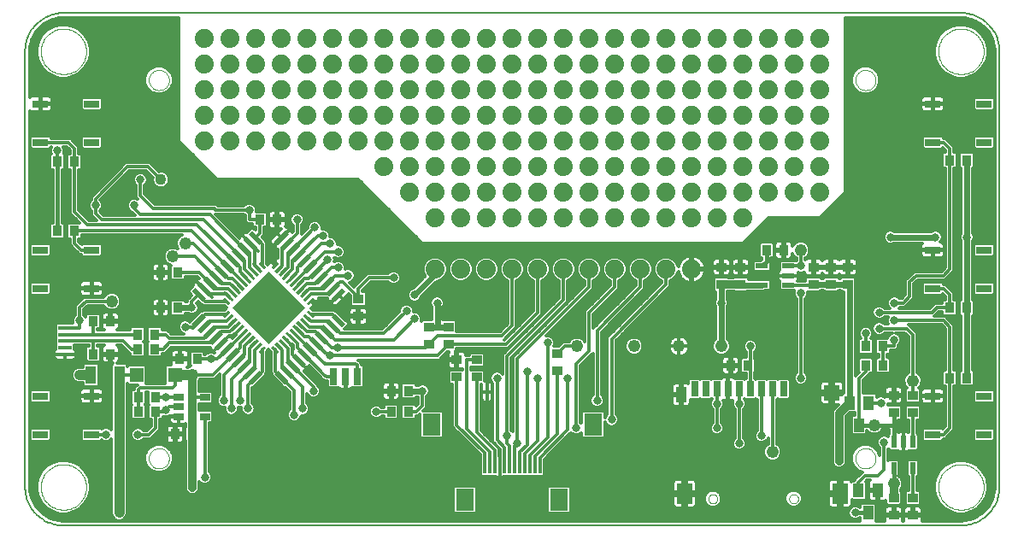
<source format=gtl>
G75*
%MOIN*%
%OFA0B0*%
%FSLAX24Y24*%
%IPPOS*%
%LPD*%
%AMOC8*
5,1,8,0,0,1.08239X$1,22.5*
%
%ADD10C,0.0050*%
%ADD11C,0.0000*%
%ADD12R,0.0276X0.0669*%
%ADD13R,0.0394X0.0709*%
%ADD14R,0.0472X0.0217*%
%ADD15R,0.0400X0.0370*%
%ADD16R,0.0217X0.0472*%
%ADD17R,0.0370X0.0400*%
%ADD18R,0.0600X0.0300*%
%ADD19R,0.0551X0.0551*%
%ADD20R,0.0531X0.0157*%
%ADD21C,0.0281*%
%ADD22R,0.0610X0.0648*%
%ADD23R,0.0610X0.0591*%
%ADD24C,0.0488*%
%ADD25R,0.0315X0.0118*%
%ADD26R,0.2000X0.2000*%
%ADD27R,0.0300X0.0600*%
%ADD28R,0.0400X0.0600*%
%ADD29R,0.0600X0.0800*%
%ADD30R,0.0600X0.0600*%
%ADD31R,0.0390X0.0272*%
%ADD32R,0.0394X0.0551*%
%ADD33R,0.0118X0.0512*%
%ADD34R,0.0709X0.0866*%
%ADD35R,0.0591X0.0197*%
%ADD36R,0.0197X0.0591*%
%ADD37C,0.0740*%
%ADD38C,0.0330*%
%ADD39C,0.0120*%
%ADD40C,0.0240*%
%ADD41C,0.0160*%
%ADD42C,0.0320*%
%ADD43C,0.0400*%
%ADD44C,0.0436*%
D10*
X017760Y016393D02*
X052760Y016393D01*
X052836Y016395D01*
X052912Y016401D01*
X052987Y016410D01*
X053062Y016424D01*
X053136Y016441D01*
X053209Y016462D01*
X053281Y016486D01*
X053352Y016515D01*
X053421Y016546D01*
X053488Y016581D01*
X053553Y016620D01*
X053617Y016662D01*
X053678Y016707D01*
X053737Y016755D01*
X053793Y016806D01*
X053847Y016860D01*
X053898Y016916D01*
X053946Y016975D01*
X053991Y017036D01*
X054033Y017100D01*
X054072Y017165D01*
X054107Y017232D01*
X054138Y017301D01*
X054167Y017372D01*
X054191Y017444D01*
X054212Y017517D01*
X054229Y017591D01*
X054243Y017666D01*
X054252Y017741D01*
X054258Y017817D01*
X054260Y017893D01*
X054260Y034893D01*
X054258Y034969D01*
X054252Y035045D01*
X054243Y035120D01*
X054229Y035195D01*
X054212Y035269D01*
X054191Y035342D01*
X054167Y035414D01*
X054138Y035485D01*
X054107Y035554D01*
X054072Y035621D01*
X054033Y035686D01*
X053991Y035750D01*
X053946Y035811D01*
X053898Y035870D01*
X053847Y035926D01*
X053793Y035980D01*
X053737Y036031D01*
X053678Y036079D01*
X053617Y036124D01*
X053553Y036166D01*
X053488Y036205D01*
X053421Y036240D01*
X053352Y036271D01*
X053281Y036300D01*
X053209Y036324D01*
X053136Y036345D01*
X053062Y036362D01*
X052987Y036376D01*
X052912Y036385D01*
X052836Y036391D01*
X052760Y036393D01*
X017760Y036393D01*
X017684Y036391D01*
X017608Y036385D01*
X017533Y036376D01*
X017458Y036362D01*
X017384Y036345D01*
X017311Y036324D01*
X017239Y036300D01*
X017168Y036271D01*
X017099Y036240D01*
X017032Y036205D01*
X016967Y036166D01*
X016903Y036124D01*
X016842Y036079D01*
X016783Y036031D01*
X016727Y035980D01*
X016673Y035926D01*
X016622Y035870D01*
X016574Y035811D01*
X016529Y035750D01*
X016487Y035686D01*
X016448Y035621D01*
X016413Y035554D01*
X016382Y035485D01*
X016353Y035414D01*
X016329Y035342D01*
X016308Y035269D01*
X016291Y035195D01*
X016277Y035120D01*
X016268Y035045D01*
X016262Y034969D01*
X016260Y034893D01*
X016260Y017893D01*
X016262Y017817D01*
X016268Y017741D01*
X016277Y017666D01*
X016291Y017591D01*
X016308Y017517D01*
X016329Y017444D01*
X016353Y017372D01*
X016382Y017301D01*
X016413Y017232D01*
X016448Y017165D01*
X016487Y017100D01*
X016529Y017036D01*
X016574Y016975D01*
X016622Y016916D01*
X016673Y016860D01*
X016727Y016806D01*
X016783Y016755D01*
X016842Y016707D01*
X016903Y016662D01*
X016967Y016620D01*
X017032Y016581D01*
X017099Y016546D01*
X017168Y016515D01*
X017239Y016486D01*
X017311Y016462D01*
X017384Y016441D01*
X017458Y016424D01*
X017533Y016410D01*
X017608Y016401D01*
X017684Y016395D01*
X017760Y016393D01*
D11*
X016874Y017893D02*
X016876Y017952D01*
X016882Y018011D01*
X016892Y018069D01*
X016905Y018127D01*
X016923Y018184D01*
X016944Y018239D01*
X016969Y018293D01*
X016998Y018345D01*
X017030Y018394D01*
X017065Y018442D01*
X017103Y018487D01*
X017144Y018530D01*
X017188Y018570D01*
X017234Y018606D01*
X017283Y018640D01*
X017334Y018670D01*
X017387Y018697D01*
X017442Y018720D01*
X017497Y018739D01*
X017555Y018755D01*
X017613Y018767D01*
X017671Y018775D01*
X017730Y018779D01*
X017790Y018779D01*
X017849Y018775D01*
X017907Y018767D01*
X017965Y018755D01*
X018023Y018739D01*
X018078Y018720D01*
X018133Y018697D01*
X018186Y018670D01*
X018237Y018640D01*
X018286Y018606D01*
X018332Y018570D01*
X018376Y018530D01*
X018417Y018487D01*
X018455Y018442D01*
X018490Y018394D01*
X018522Y018345D01*
X018551Y018293D01*
X018576Y018239D01*
X018597Y018184D01*
X018615Y018127D01*
X018628Y018069D01*
X018638Y018011D01*
X018644Y017952D01*
X018646Y017893D01*
X018644Y017834D01*
X018638Y017775D01*
X018628Y017717D01*
X018615Y017659D01*
X018597Y017602D01*
X018576Y017547D01*
X018551Y017493D01*
X018522Y017441D01*
X018490Y017392D01*
X018455Y017344D01*
X018417Y017299D01*
X018376Y017256D01*
X018332Y017216D01*
X018286Y017180D01*
X018237Y017146D01*
X018186Y017116D01*
X018133Y017089D01*
X018078Y017066D01*
X018023Y017047D01*
X017965Y017031D01*
X017907Y017019D01*
X017849Y017011D01*
X017790Y017007D01*
X017730Y017007D01*
X017671Y017011D01*
X017613Y017019D01*
X017555Y017031D01*
X017497Y017047D01*
X017442Y017066D01*
X017387Y017089D01*
X017334Y017116D01*
X017283Y017146D01*
X017234Y017180D01*
X017188Y017216D01*
X017144Y017256D01*
X017103Y017299D01*
X017065Y017344D01*
X017030Y017392D01*
X016998Y017441D01*
X016969Y017493D01*
X016944Y017547D01*
X016923Y017602D01*
X016905Y017659D01*
X016892Y017717D01*
X016882Y017775D01*
X016876Y017834D01*
X016874Y017893D01*
X021086Y019011D02*
X021088Y019050D01*
X021094Y019089D01*
X021104Y019127D01*
X021117Y019164D01*
X021134Y019199D01*
X021154Y019233D01*
X021178Y019264D01*
X021205Y019293D01*
X021234Y019319D01*
X021266Y019342D01*
X021300Y019362D01*
X021336Y019378D01*
X021373Y019390D01*
X021412Y019399D01*
X021451Y019404D01*
X021490Y019405D01*
X021529Y019402D01*
X021568Y019395D01*
X021605Y019384D01*
X021642Y019370D01*
X021677Y019352D01*
X021710Y019331D01*
X021741Y019306D01*
X021769Y019279D01*
X021794Y019249D01*
X021816Y019216D01*
X021835Y019182D01*
X021850Y019146D01*
X021862Y019108D01*
X021870Y019070D01*
X021874Y019031D01*
X021874Y018991D01*
X021870Y018952D01*
X021862Y018914D01*
X021850Y018876D01*
X021835Y018840D01*
X021816Y018806D01*
X021794Y018773D01*
X021769Y018743D01*
X021741Y018716D01*
X021710Y018691D01*
X021677Y018670D01*
X021642Y018652D01*
X021605Y018638D01*
X021568Y018627D01*
X021529Y018620D01*
X021490Y018617D01*
X021451Y018618D01*
X021412Y018623D01*
X021373Y018632D01*
X021336Y018644D01*
X021300Y018660D01*
X021266Y018680D01*
X021234Y018703D01*
X021205Y018729D01*
X021178Y018758D01*
X021154Y018789D01*
X021134Y018823D01*
X021117Y018858D01*
X021104Y018895D01*
X021094Y018933D01*
X021088Y018972D01*
X021086Y019011D01*
X021086Y033775D02*
X021088Y033814D01*
X021094Y033853D01*
X021104Y033891D01*
X021117Y033928D01*
X021134Y033963D01*
X021154Y033997D01*
X021178Y034028D01*
X021205Y034057D01*
X021234Y034083D01*
X021266Y034106D01*
X021300Y034126D01*
X021336Y034142D01*
X021373Y034154D01*
X021412Y034163D01*
X021451Y034168D01*
X021490Y034169D01*
X021529Y034166D01*
X021568Y034159D01*
X021605Y034148D01*
X021642Y034134D01*
X021677Y034116D01*
X021710Y034095D01*
X021741Y034070D01*
X021769Y034043D01*
X021794Y034013D01*
X021816Y033980D01*
X021835Y033946D01*
X021850Y033910D01*
X021862Y033872D01*
X021870Y033834D01*
X021874Y033795D01*
X021874Y033755D01*
X021870Y033716D01*
X021862Y033678D01*
X021850Y033640D01*
X021835Y033604D01*
X021816Y033570D01*
X021794Y033537D01*
X021769Y033507D01*
X021741Y033480D01*
X021710Y033455D01*
X021677Y033434D01*
X021642Y033416D01*
X021605Y033402D01*
X021568Y033391D01*
X021529Y033384D01*
X021490Y033381D01*
X021451Y033382D01*
X021412Y033387D01*
X021373Y033396D01*
X021336Y033408D01*
X021300Y033424D01*
X021266Y033444D01*
X021234Y033467D01*
X021205Y033493D01*
X021178Y033522D01*
X021154Y033553D01*
X021134Y033587D01*
X021117Y033622D01*
X021104Y033659D01*
X021094Y033697D01*
X021088Y033736D01*
X021086Y033775D01*
X016874Y034893D02*
X016876Y034952D01*
X016882Y035011D01*
X016892Y035069D01*
X016905Y035127D01*
X016923Y035184D01*
X016944Y035239D01*
X016969Y035293D01*
X016998Y035345D01*
X017030Y035394D01*
X017065Y035442D01*
X017103Y035487D01*
X017144Y035530D01*
X017188Y035570D01*
X017234Y035606D01*
X017283Y035640D01*
X017334Y035670D01*
X017387Y035697D01*
X017442Y035720D01*
X017497Y035739D01*
X017555Y035755D01*
X017613Y035767D01*
X017671Y035775D01*
X017730Y035779D01*
X017790Y035779D01*
X017849Y035775D01*
X017907Y035767D01*
X017965Y035755D01*
X018023Y035739D01*
X018078Y035720D01*
X018133Y035697D01*
X018186Y035670D01*
X018237Y035640D01*
X018286Y035606D01*
X018332Y035570D01*
X018376Y035530D01*
X018417Y035487D01*
X018455Y035442D01*
X018490Y035394D01*
X018522Y035345D01*
X018551Y035293D01*
X018576Y035239D01*
X018597Y035184D01*
X018615Y035127D01*
X018628Y035069D01*
X018638Y035011D01*
X018644Y034952D01*
X018646Y034893D01*
X018644Y034834D01*
X018638Y034775D01*
X018628Y034717D01*
X018615Y034659D01*
X018597Y034602D01*
X018576Y034547D01*
X018551Y034493D01*
X018522Y034441D01*
X018490Y034392D01*
X018455Y034344D01*
X018417Y034299D01*
X018376Y034256D01*
X018332Y034216D01*
X018286Y034180D01*
X018237Y034146D01*
X018186Y034116D01*
X018133Y034089D01*
X018078Y034066D01*
X018023Y034047D01*
X017965Y034031D01*
X017907Y034019D01*
X017849Y034011D01*
X017790Y034007D01*
X017730Y034007D01*
X017671Y034011D01*
X017613Y034019D01*
X017555Y034031D01*
X017497Y034047D01*
X017442Y034066D01*
X017387Y034089D01*
X017334Y034116D01*
X017283Y034146D01*
X017234Y034180D01*
X017188Y034216D01*
X017144Y034256D01*
X017103Y034299D01*
X017065Y034344D01*
X017030Y034392D01*
X016998Y034441D01*
X016969Y034493D01*
X016944Y034547D01*
X016923Y034602D01*
X016905Y034659D01*
X016892Y034717D01*
X016882Y034775D01*
X016876Y034834D01*
X016874Y034893D01*
X042911Y017435D02*
X042913Y017461D01*
X042919Y017487D01*
X042928Y017511D01*
X042941Y017534D01*
X042958Y017554D01*
X042977Y017572D01*
X042999Y017587D01*
X043022Y017598D01*
X043047Y017606D01*
X043073Y017610D01*
X043099Y017610D01*
X043125Y017606D01*
X043150Y017598D01*
X043174Y017587D01*
X043195Y017572D01*
X043214Y017554D01*
X043231Y017534D01*
X043244Y017511D01*
X043253Y017487D01*
X043259Y017461D01*
X043261Y017435D01*
X043259Y017409D01*
X043253Y017383D01*
X043244Y017359D01*
X043231Y017336D01*
X043214Y017316D01*
X043195Y017298D01*
X043173Y017283D01*
X043150Y017272D01*
X043125Y017264D01*
X043099Y017260D01*
X043073Y017260D01*
X043047Y017264D01*
X043022Y017272D01*
X042998Y017283D01*
X042977Y017298D01*
X042958Y017316D01*
X042941Y017336D01*
X042928Y017359D01*
X042919Y017383D01*
X042913Y017409D01*
X042911Y017435D01*
X046060Y017435D02*
X046062Y017461D01*
X046068Y017487D01*
X046077Y017511D01*
X046090Y017534D01*
X046107Y017554D01*
X046126Y017572D01*
X046148Y017587D01*
X046171Y017598D01*
X046196Y017606D01*
X046222Y017610D01*
X046248Y017610D01*
X046274Y017606D01*
X046299Y017598D01*
X046323Y017587D01*
X046344Y017572D01*
X046363Y017554D01*
X046380Y017534D01*
X046393Y017511D01*
X046402Y017487D01*
X046408Y017461D01*
X046410Y017435D01*
X046408Y017409D01*
X046402Y017383D01*
X046393Y017359D01*
X046380Y017336D01*
X046363Y017316D01*
X046344Y017298D01*
X046322Y017283D01*
X046299Y017272D01*
X046274Y017264D01*
X046248Y017260D01*
X046222Y017260D01*
X046196Y017264D01*
X046171Y017272D01*
X046147Y017283D01*
X046126Y017298D01*
X046107Y017316D01*
X046090Y017336D01*
X046077Y017359D01*
X046068Y017383D01*
X046062Y017409D01*
X046060Y017435D01*
X048645Y019011D02*
X048647Y019050D01*
X048653Y019089D01*
X048663Y019127D01*
X048676Y019164D01*
X048693Y019199D01*
X048713Y019233D01*
X048737Y019264D01*
X048764Y019293D01*
X048793Y019319D01*
X048825Y019342D01*
X048859Y019362D01*
X048895Y019378D01*
X048932Y019390D01*
X048971Y019399D01*
X049010Y019404D01*
X049049Y019405D01*
X049088Y019402D01*
X049127Y019395D01*
X049164Y019384D01*
X049201Y019370D01*
X049236Y019352D01*
X049269Y019331D01*
X049300Y019306D01*
X049328Y019279D01*
X049353Y019249D01*
X049375Y019216D01*
X049394Y019182D01*
X049409Y019146D01*
X049421Y019108D01*
X049429Y019070D01*
X049433Y019031D01*
X049433Y018991D01*
X049429Y018952D01*
X049421Y018914D01*
X049409Y018876D01*
X049394Y018840D01*
X049375Y018806D01*
X049353Y018773D01*
X049328Y018743D01*
X049300Y018716D01*
X049269Y018691D01*
X049236Y018670D01*
X049201Y018652D01*
X049164Y018638D01*
X049127Y018627D01*
X049088Y018620D01*
X049049Y018617D01*
X049010Y018618D01*
X048971Y018623D01*
X048932Y018632D01*
X048895Y018644D01*
X048859Y018660D01*
X048825Y018680D01*
X048793Y018703D01*
X048764Y018729D01*
X048737Y018758D01*
X048713Y018789D01*
X048693Y018823D01*
X048676Y018858D01*
X048663Y018895D01*
X048653Y018933D01*
X048647Y018972D01*
X048645Y019011D01*
X051874Y017893D02*
X051876Y017952D01*
X051882Y018011D01*
X051892Y018069D01*
X051905Y018127D01*
X051923Y018184D01*
X051944Y018239D01*
X051969Y018293D01*
X051998Y018345D01*
X052030Y018394D01*
X052065Y018442D01*
X052103Y018487D01*
X052144Y018530D01*
X052188Y018570D01*
X052234Y018606D01*
X052283Y018640D01*
X052334Y018670D01*
X052387Y018697D01*
X052442Y018720D01*
X052497Y018739D01*
X052555Y018755D01*
X052613Y018767D01*
X052671Y018775D01*
X052730Y018779D01*
X052790Y018779D01*
X052849Y018775D01*
X052907Y018767D01*
X052965Y018755D01*
X053023Y018739D01*
X053078Y018720D01*
X053133Y018697D01*
X053186Y018670D01*
X053237Y018640D01*
X053286Y018606D01*
X053332Y018570D01*
X053376Y018530D01*
X053417Y018487D01*
X053455Y018442D01*
X053490Y018394D01*
X053522Y018345D01*
X053551Y018293D01*
X053576Y018239D01*
X053597Y018184D01*
X053615Y018127D01*
X053628Y018069D01*
X053638Y018011D01*
X053644Y017952D01*
X053646Y017893D01*
X053644Y017834D01*
X053638Y017775D01*
X053628Y017717D01*
X053615Y017659D01*
X053597Y017602D01*
X053576Y017547D01*
X053551Y017493D01*
X053522Y017441D01*
X053490Y017392D01*
X053455Y017344D01*
X053417Y017299D01*
X053376Y017256D01*
X053332Y017216D01*
X053286Y017180D01*
X053237Y017146D01*
X053186Y017116D01*
X053133Y017089D01*
X053078Y017066D01*
X053023Y017047D01*
X052965Y017031D01*
X052907Y017019D01*
X052849Y017011D01*
X052790Y017007D01*
X052730Y017007D01*
X052671Y017011D01*
X052613Y017019D01*
X052555Y017031D01*
X052497Y017047D01*
X052442Y017066D01*
X052387Y017089D01*
X052334Y017116D01*
X052283Y017146D01*
X052234Y017180D01*
X052188Y017216D01*
X052144Y017256D01*
X052103Y017299D01*
X052065Y017344D01*
X052030Y017392D01*
X051998Y017441D01*
X051969Y017493D01*
X051944Y017547D01*
X051923Y017602D01*
X051905Y017659D01*
X051892Y017717D01*
X051882Y017775D01*
X051876Y017834D01*
X051874Y017893D01*
X048645Y033775D02*
X048647Y033814D01*
X048653Y033853D01*
X048663Y033891D01*
X048676Y033928D01*
X048693Y033963D01*
X048713Y033997D01*
X048737Y034028D01*
X048764Y034057D01*
X048793Y034083D01*
X048825Y034106D01*
X048859Y034126D01*
X048895Y034142D01*
X048932Y034154D01*
X048971Y034163D01*
X049010Y034168D01*
X049049Y034169D01*
X049088Y034166D01*
X049127Y034159D01*
X049164Y034148D01*
X049201Y034134D01*
X049236Y034116D01*
X049269Y034095D01*
X049300Y034070D01*
X049328Y034043D01*
X049353Y034013D01*
X049375Y033980D01*
X049394Y033946D01*
X049409Y033910D01*
X049421Y033872D01*
X049429Y033834D01*
X049433Y033795D01*
X049433Y033755D01*
X049429Y033716D01*
X049421Y033678D01*
X049409Y033640D01*
X049394Y033604D01*
X049375Y033570D01*
X049353Y033537D01*
X049328Y033507D01*
X049300Y033480D01*
X049269Y033455D01*
X049236Y033434D01*
X049201Y033416D01*
X049164Y033402D01*
X049127Y033391D01*
X049088Y033384D01*
X049049Y033381D01*
X049010Y033382D01*
X048971Y033387D01*
X048932Y033396D01*
X048895Y033408D01*
X048859Y033424D01*
X048825Y033444D01*
X048793Y033467D01*
X048764Y033493D01*
X048737Y033522D01*
X048713Y033553D01*
X048693Y033587D01*
X048676Y033622D01*
X048663Y033659D01*
X048653Y033697D01*
X048647Y033736D01*
X048645Y033775D01*
X051874Y034893D02*
X051876Y034952D01*
X051882Y035011D01*
X051892Y035069D01*
X051905Y035127D01*
X051923Y035184D01*
X051944Y035239D01*
X051969Y035293D01*
X051998Y035345D01*
X052030Y035394D01*
X052065Y035442D01*
X052103Y035487D01*
X052144Y035530D01*
X052188Y035570D01*
X052234Y035606D01*
X052283Y035640D01*
X052334Y035670D01*
X052387Y035697D01*
X052442Y035720D01*
X052497Y035739D01*
X052555Y035755D01*
X052613Y035767D01*
X052671Y035775D01*
X052730Y035779D01*
X052790Y035779D01*
X052849Y035775D01*
X052907Y035767D01*
X052965Y035755D01*
X053023Y035739D01*
X053078Y035720D01*
X053133Y035697D01*
X053186Y035670D01*
X053237Y035640D01*
X053286Y035606D01*
X053332Y035570D01*
X053376Y035530D01*
X053417Y035487D01*
X053455Y035442D01*
X053490Y035394D01*
X053522Y035345D01*
X053551Y035293D01*
X053576Y035239D01*
X053597Y035184D01*
X053615Y035127D01*
X053628Y035069D01*
X053638Y035011D01*
X053644Y034952D01*
X053646Y034893D01*
X053644Y034834D01*
X053638Y034775D01*
X053628Y034717D01*
X053615Y034659D01*
X053597Y034602D01*
X053576Y034547D01*
X053551Y034493D01*
X053522Y034441D01*
X053490Y034392D01*
X053455Y034344D01*
X053417Y034299D01*
X053376Y034256D01*
X053332Y034216D01*
X053286Y034180D01*
X053237Y034146D01*
X053186Y034116D01*
X053133Y034089D01*
X053078Y034066D01*
X053023Y034047D01*
X052965Y034031D01*
X052907Y034019D01*
X052849Y034011D01*
X052790Y034007D01*
X052730Y034007D01*
X052671Y034011D01*
X052613Y034019D01*
X052555Y034031D01*
X052497Y034047D01*
X052442Y034066D01*
X052387Y034089D01*
X052334Y034116D01*
X052283Y034146D01*
X052234Y034180D01*
X052188Y034216D01*
X052144Y034256D01*
X052103Y034299D01*
X052065Y034344D01*
X052030Y034392D01*
X051998Y034441D01*
X051969Y034493D01*
X051944Y034547D01*
X051923Y034602D01*
X051905Y034659D01*
X051892Y034717D01*
X051882Y034775D01*
X051876Y034834D01*
X051874Y034893D01*
D12*
X029232Y022206D03*
X028760Y022206D03*
X028287Y022206D03*
D13*
X019936Y022268D03*
X018833Y022268D03*
D14*
X044998Y025769D03*
X044998Y026517D03*
X046021Y026517D03*
X046021Y026143D03*
X046021Y025769D03*
D15*
X047010Y025809D03*
X047010Y026478D03*
X047697Y026478D03*
X048353Y026478D03*
X048353Y025809D03*
X047697Y025809D03*
X044166Y025809D03*
X044166Y026478D03*
X043416Y026478D03*
X043416Y025809D03*
X037031Y023103D03*
X037031Y022434D03*
X033882Y022184D03*
X033094Y022184D03*
X033094Y022853D03*
X032785Y023459D03*
X033882Y022853D03*
X032785Y024128D03*
X032010Y024128D03*
X032010Y023459D03*
X029260Y024559D03*
X029260Y025228D03*
X050135Y021478D03*
X050884Y021478D03*
X050884Y020809D03*
X050135Y020809D03*
X050135Y017478D03*
X050885Y017478D03*
X050885Y016809D03*
X050135Y016809D03*
D16*
X050135Y018631D03*
X050884Y018631D03*
X050884Y019655D03*
X050510Y019655D03*
X050135Y019655D03*
D17*
X052325Y022143D03*
X052994Y022143D03*
X049719Y022643D03*
X049050Y022643D03*
X049050Y023393D03*
X049719Y023393D03*
X052325Y024893D03*
X052994Y024893D03*
X045844Y027143D03*
X045175Y027143D03*
X044444Y022643D03*
X043775Y022643D03*
X052325Y030643D03*
X052994Y030643D03*
X031207Y021643D03*
X030537Y021643D03*
X030537Y020831D03*
X031207Y020831D03*
X022969Y022893D03*
X022300Y022893D03*
X021313Y023275D03*
X021313Y023849D03*
X020644Y023849D03*
X020644Y023275D03*
X019594Y023081D03*
X018925Y023081D03*
X018925Y024361D03*
X019594Y024361D03*
X021550Y024893D03*
X022219Y024893D03*
X022219Y026268D03*
X021550Y026268D03*
X018194Y027893D03*
X017525Y027893D03*
X017525Y030593D03*
X018194Y030593D03*
X025425Y028331D03*
X026094Y028331D03*
X021344Y021393D03*
X020675Y021393D03*
X020675Y020831D03*
X021344Y020831D03*
X022112Y019956D03*
X022782Y019956D03*
D18*
X018860Y019943D03*
X016860Y019943D03*
X016860Y021443D03*
X018860Y021443D03*
X018860Y025643D03*
X016860Y025643D03*
X016860Y027143D03*
X018860Y027143D03*
X018860Y031343D03*
X016860Y031343D03*
X016860Y032843D03*
X018860Y032843D03*
X051660Y032843D03*
X051660Y031343D03*
X053660Y031343D03*
X053660Y032843D03*
X053660Y027143D03*
X053660Y025643D03*
X051660Y025643D03*
X051660Y027143D03*
X051660Y021443D03*
X051660Y019943D03*
X053660Y019943D03*
X053660Y021443D03*
D19*
X022101Y022268D03*
X020605Y022268D03*
D20*
X017823Y023081D03*
X017823Y023337D03*
X017823Y023593D03*
X017823Y023849D03*
X017823Y024105D03*
D21*
X017776Y024472D02*
X017776Y024684D01*
X017870Y024684D01*
X017870Y024472D01*
X017776Y024472D01*
X017776Y022715D02*
X017776Y022503D01*
X017776Y022715D02*
X017870Y022715D01*
X017870Y022503D01*
X017776Y022503D01*
D22*
X016760Y022364D03*
X016760Y024823D03*
D23*
X016760Y023987D03*
X016760Y023200D03*
D24*
X019646Y025143D03*
X022032Y026893D03*
X022510Y027393D03*
X022782Y022268D03*
X037785Y023393D03*
X040010Y023393D03*
X041760Y023393D03*
X043416Y023393D03*
X045409Y019268D03*
X049385Y020309D03*
X050884Y022043D03*
X050135Y018018D03*
X046510Y027143D03*
D25*
G36*
X027554Y025213D02*
X027333Y024992D01*
X027250Y025075D01*
X027471Y025296D01*
X027554Y025213D01*
G37*
G36*
X027415Y025352D02*
X027194Y025131D01*
X027111Y025214D01*
X027332Y025435D01*
X027415Y025352D01*
G37*
G36*
X027276Y025491D02*
X027055Y025270D01*
X026972Y025353D01*
X027193Y025574D01*
X027276Y025491D01*
G37*
G36*
X027136Y025630D02*
X026915Y025409D01*
X026832Y025492D01*
X027053Y025713D01*
X027136Y025630D01*
G37*
G36*
X026997Y025770D02*
X026776Y025549D01*
X026693Y025632D01*
X026914Y025853D01*
X026997Y025770D01*
G37*
G36*
X026858Y025909D02*
X026637Y025688D01*
X026554Y025771D01*
X026775Y025992D01*
X026858Y025909D01*
G37*
G36*
X026415Y025910D02*
X026636Y026131D01*
X026719Y026048D01*
X026498Y025827D01*
X026415Y025910D01*
G37*
G36*
X026276Y026049D02*
X026497Y026270D01*
X026580Y026187D01*
X026359Y025966D01*
X026276Y026049D01*
G37*
G36*
X026136Y026188D02*
X026357Y026409D01*
X026440Y026326D01*
X026219Y026105D01*
X026136Y026188D01*
G37*
G36*
X025997Y026328D02*
X026218Y026549D01*
X026301Y026466D01*
X026080Y026245D01*
X025997Y026328D01*
G37*
G36*
X025858Y026467D02*
X026079Y026688D01*
X026162Y026605D01*
X025941Y026384D01*
X025858Y026467D01*
G37*
G36*
X025440Y026688D02*
X025661Y026467D01*
X025578Y026384D01*
X025357Y026605D01*
X025440Y026688D01*
G37*
G36*
X025301Y026549D02*
X025522Y026328D01*
X025439Y026245D01*
X025218Y026466D01*
X025301Y026549D01*
G37*
G36*
X025162Y026409D02*
X025383Y026188D01*
X025300Y026105D01*
X025079Y026326D01*
X025162Y026409D01*
G37*
G36*
X025022Y026270D02*
X025243Y026049D01*
X025160Y025966D01*
X024939Y026187D01*
X025022Y026270D01*
G37*
G36*
X024883Y026131D02*
X025104Y025910D01*
X025021Y025827D01*
X024800Y026048D01*
X024883Y026131D01*
G37*
G36*
X024744Y025992D02*
X024965Y025771D01*
X024882Y025688D01*
X024661Y025909D01*
X024744Y025992D01*
G37*
G36*
X024743Y025549D02*
X024522Y025770D01*
X024605Y025853D01*
X024826Y025632D01*
X024743Y025549D01*
G37*
G36*
X024604Y025409D02*
X024383Y025630D01*
X024466Y025713D01*
X024687Y025492D01*
X024604Y025409D01*
G37*
G36*
X024464Y025270D02*
X024243Y025491D01*
X024326Y025574D01*
X024547Y025353D01*
X024464Y025270D01*
G37*
G36*
X024325Y025131D02*
X024104Y025352D01*
X024187Y025435D01*
X024408Y025214D01*
X024325Y025131D01*
G37*
G36*
X024186Y024992D02*
X023965Y025213D01*
X024048Y025296D01*
X024269Y025075D01*
X024186Y024992D01*
G37*
G36*
X023965Y024574D02*
X024186Y024795D01*
X024269Y024712D01*
X024048Y024491D01*
X023965Y024574D01*
G37*
G36*
X024104Y024435D02*
X024325Y024656D01*
X024408Y024573D01*
X024187Y024352D01*
X024104Y024435D01*
G37*
G36*
X024243Y024295D02*
X024464Y024516D01*
X024547Y024433D01*
X024326Y024212D01*
X024243Y024295D01*
G37*
G36*
X024383Y024156D02*
X024604Y024377D01*
X024687Y024294D01*
X024466Y024073D01*
X024383Y024156D01*
G37*
G36*
X024522Y024017D02*
X024743Y024238D01*
X024826Y024155D01*
X024605Y023934D01*
X024522Y024017D01*
G37*
G36*
X024661Y023878D02*
X024882Y024099D01*
X024965Y024016D01*
X024744Y023795D01*
X024661Y023878D01*
G37*
G36*
X025104Y023877D02*
X024883Y023656D01*
X024800Y023739D01*
X025021Y023960D01*
X025104Y023877D01*
G37*
G36*
X025243Y023737D02*
X025022Y023516D01*
X024939Y023599D01*
X025160Y023820D01*
X025243Y023737D01*
G37*
G36*
X025383Y023598D02*
X025162Y023377D01*
X025079Y023460D01*
X025300Y023681D01*
X025383Y023598D01*
G37*
G36*
X025522Y023459D02*
X025301Y023238D01*
X025218Y023321D01*
X025439Y023542D01*
X025522Y023459D01*
G37*
G36*
X025661Y023320D02*
X025440Y023099D01*
X025357Y023182D01*
X025578Y023403D01*
X025661Y023320D01*
G37*
G36*
X026079Y023099D02*
X025858Y023320D01*
X025941Y023403D01*
X026162Y023182D01*
X026079Y023099D01*
G37*
G36*
X026218Y023238D02*
X025997Y023459D01*
X026080Y023542D01*
X026301Y023321D01*
X026218Y023238D01*
G37*
G36*
X026357Y023377D02*
X026136Y023598D01*
X026219Y023681D01*
X026440Y023460D01*
X026357Y023377D01*
G37*
G36*
X026497Y023516D02*
X026276Y023737D01*
X026359Y023820D01*
X026580Y023599D01*
X026497Y023516D01*
G37*
G36*
X026636Y023656D02*
X026415Y023877D01*
X026498Y023960D01*
X026719Y023739D01*
X026636Y023656D01*
G37*
G36*
X026775Y023795D02*
X026554Y024016D01*
X026637Y024099D01*
X026858Y023878D01*
X026775Y023795D01*
G37*
G36*
X026776Y024238D02*
X026997Y024017D01*
X026914Y023934D01*
X026693Y024155D01*
X026776Y024238D01*
G37*
G36*
X026915Y024377D02*
X027136Y024156D01*
X027053Y024073D01*
X026832Y024294D01*
X026915Y024377D01*
G37*
G36*
X027055Y024516D02*
X027276Y024295D01*
X027193Y024212D01*
X026972Y024433D01*
X027055Y024516D01*
G37*
G36*
X027194Y024656D02*
X027415Y024435D01*
X027332Y024352D01*
X027111Y024573D01*
X027194Y024656D01*
G37*
G36*
X027333Y024795D02*
X027554Y024574D01*
X027471Y024491D01*
X027250Y024712D01*
X027333Y024795D01*
G37*
D26*
G36*
X027174Y024893D02*
X025760Y023479D01*
X024346Y024893D01*
X025760Y026307D01*
X027174Y024893D01*
G37*
D27*
X042377Y021726D03*
X042810Y021726D03*
X043243Y021726D03*
X043676Y021726D03*
X044110Y021726D03*
X044543Y021726D03*
X044976Y021726D03*
X045409Y021726D03*
X045842Y021726D03*
D28*
X041847Y021490D03*
D29*
X041984Y017643D03*
X048047Y017643D03*
D30*
X047724Y021572D03*
D31*
X023271Y021392D03*
X022252Y021392D03*
X022252Y021018D03*
X022252Y020644D03*
X023271Y020644D03*
D32*
X048416Y021175D03*
X049164Y021175D03*
X048790Y020309D03*
X048760Y017759D03*
X049509Y017759D03*
X049135Y016893D03*
D33*
X037425Y021610D03*
X037031Y021610D03*
X036637Y021610D03*
X036244Y021610D03*
X035850Y021610D03*
X035456Y021610D03*
X035063Y021610D03*
X034669Y021610D03*
X034275Y021610D03*
X033882Y021610D03*
X033488Y021610D03*
X033094Y021610D03*
X034177Y018673D03*
X034374Y018673D03*
X034571Y018673D03*
X034767Y018673D03*
X034964Y018673D03*
X035161Y018673D03*
X035358Y018673D03*
X035555Y018673D03*
X035752Y018673D03*
X035948Y018673D03*
X036145Y018673D03*
X036342Y018673D03*
D34*
X037090Y017393D03*
X033429Y017393D03*
X032110Y020330D03*
X038409Y020330D03*
D35*
G36*
X028765Y025533D02*
X028349Y025117D01*
X028211Y025255D01*
X028627Y025671D01*
X028765Y025533D01*
G37*
G36*
X028542Y025756D02*
X028126Y025340D01*
X027988Y025478D01*
X028404Y025894D01*
X028542Y025756D01*
G37*
G36*
X028319Y025979D02*
X027903Y025563D01*
X027765Y025701D01*
X028181Y026117D01*
X028319Y025979D01*
G37*
G36*
X028097Y026202D02*
X027681Y025786D01*
X027543Y025924D01*
X027959Y026340D01*
X028097Y026202D01*
G37*
G36*
X027874Y026424D02*
X027458Y026008D01*
X027320Y026146D01*
X027736Y026562D01*
X027874Y026424D01*
G37*
G36*
X027651Y026647D02*
X027235Y026231D01*
X027097Y026369D01*
X027513Y026785D01*
X027651Y026647D01*
G37*
G36*
X027428Y026870D02*
X027012Y026454D01*
X026874Y026592D01*
X027290Y027008D01*
X027428Y026870D01*
G37*
G36*
X027206Y027092D02*
X026790Y026676D01*
X026652Y026814D01*
X027068Y027230D01*
X027206Y027092D01*
G37*
G36*
X026983Y027315D02*
X026567Y026899D01*
X026429Y027037D01*
X026845Y027453D01*
X026983Y027315D01*
G37*
G36*
X026760Y027538D02*
X026344Y027122D01*
X026206Y027260D01*
X026622Y027676D01*
X026760Y027538D01*
G37*
G36*
X026538Y027761D02*
X026122Y027345D01*
X025984Y027483D01*
X026400Y027899D01*
X026538Y027761D01*
G37*
G36*
X023308Y024531D02*
X022892Y024115D01*
X022754Y024253D01*
X023170Y024669D01*
X023308Y024531D01*
G37*
G36*
X023531Y024308D02*
X023115Y023892D01*
X022977Y024030D01*
X023393Y024446D01*
X023531Y024308D01*
G37*
G36*
X023754Y024086D02*
X023338Y023670D01*
X023200Y023808D01*
X023616Y024224D01*
X023754Y024086D01*
G37*
G36*
X023976Y023863D02*
X023560Y023447D01*
X023422Y023585D01*
X023838Y024001D01*
X023976Y023863D01*
G37*
G36*
X024199Y023640D02*
X023783Y023224D01*
X023645Y023362D01*
X024061Y023778D01*
X024199Y023640D01*
G37*
G36*
X024422Y023418D02*
X024006Y023002D01*
X023868Y023140D01*
X024284Y023556D01*
X024422Y023418D01*
G37*
G36*
X024645Y023195D02*
X024229Y022779D01*
X024091Y022917D01*
X024507Y023333D01*
X024645Y023195D01*
G37*
G36*
X024867Y022972D02*
X024451Y022556D01*
X024313Y022694D01*
X024729Y023110D01*
X024867Y022972D01*
G37*
G36*
X025090Y022750D02*
X024674Y022334D01*
X024536Y022472D01*
X024952Y022888D01*
X025090Y022750D01*
G37*
G36*
X025313Y022527D02*
X024897Y022111D01*
X024759Y022249D01*
X025175Y022665D01*
X025313Y022527D01*
G37*
G36*
X025535Y022304D02*
X025119Y021888D01*
X024981Y022026D01*
X025397Y022442D01*
X025535Y022304D01*
G37*
D36*
G36*
X026538Y022026D02*
X026400Y021888D01*
X025984Y022304D01*
X026122Y022442D01*
X026538Y022026D01*
G37*
G36*
X026760Y022249D02*
X026622Y022111D01*
X026206Y022527D01*
X026344Y022665D01*
X026760Y022249D01*
G37*
G36*
X026983Y022472D02*
X026845Y022334D01*
X026429Y022750D01*
X026567Y022888D01*
X026983Y022472D01*
G37*
G36*
X027206Y022694D02*
X027068Y022556D01*
X026652Y022972D01*
X026790Y023110D01*
X027206Y022694D01*
G37*
G36*
X027428Y022917D02*
X027290Y022779D01*
X026874Y023195D01*
X027012Y023333D01*
X027428Y022917D01*
G37*
G36*
X027651Y023140D02*
X027513Y023002D01*
X027097Y023418D01*
X027235Y023556D01*
X027651Y023140D01*
G37*
G36*
X027874Y023362D02*
X027736Y023224D01*
X027320Y023640D01*
X027458Y023778D01*
X027874Y023362D01*
G37*
G36*
X028097Y023585D02*
X027959Y023447D01*
X027543Y023863D01*
X027681Y024001D01*
X028097Y023585D01*
G37*
G36*
X028319Y023808D02*
X028181Y023670D01*
X027765Y024086D01*
X027903Y024224D01*
X028319Y023808D01*
G37*
G36*
X028542Y024030D02*
X028404Y023892D01*
X027988Y024308D01*
X028126Y024446D01*
X028542Y024030D01*
G37*
G36*
X028765Y024253D02*
X028627Y024115D01*
X028211Y024531D01*
X028349Y024669D01*
X028765Y024253D01*
G37*
G36*
X025313Y027260D02*
X025175Y027122D01*
X024759Y027538D01*
X024897Y027676D01*
X025313Y027260D01*
G37*
G36*
X025535Y027483D02*
X025397Y027345D01*
X024981Y027761D01*
X025119Y027899D01*
X025535Y027483D01*
G37*
G36*
X025090Y027037D02*
X024952Y026899D01*
X024536Y027315D01*
X024674Y027453D01*
X025090Y027037D01*
G37*
G36*
X024867Y026814D02*
X024729Y026676D01*
X024313Y027092D01*
X024451Y027230D01*
X024867Y026814D01*
G37*
G36*
X024645Y026592D02*
X024507Y026454D01*
X024091Y026870D01*
X024229Y027008D01*
X024645Y026592D01*
G37*
G36*
X024422Y026369D02*
X024284Y026231D01*
X023868Y026647D01*
X024006Y026785D01*
X024422Y026369D01*
G37*
G36*
X024199Y026146D02*
X024061Y026008D01*
X023645Y026424D01*
X023783Y026562D01*
X024199Y026146D01*
G37*
G36*
X023976Y025924D02*
X023838Y025786D01*
X023422Y026202D01*
X023560Y026340D01*
X023976Y025924D01*
G37*
G36*
X023754Y025701D02*
X023616Y025563D01*
X023200Y025979D01*
X023338Y026117D01*
X023754Y025701D01*
G37*
G36*
X023531Y025478D02*
X023393Y025340D01*
X022977Y025756D01*
X023115Y025894D01*
X023531Y025478D01*
G37*
G36*
X023308Y025255D02*
X023170Y025117D01*
X022754Y025533D01*
X022892Y025671D01*
X023308Y025255D01*
G37*
D37*
X030260Y030393D03*
X031260Y030393D03*
X032260Y030393D03*
X033260Y030393D03*
X034260Y030393D03*
X035260Y030393D03*
X036260Y030393D03*
X037260Y030393D03*
X038260Y030393D03*
X039260Y030393D03*
X040260Y030393D03*
X041260Y030393D03*
X042260Y030393D03*
X043260Y030393D03*
X044260Y030393D03*
X045260Y030393D03*
X046260Y030393D03*
X047260Y030393D03*
X047260Y029393D03*
X046260Y029393D03*
X045260Y029393D03*
X044260Y029393D03*
X043260Y029393D03*
X043260Y028393D03*
X044260Y028393D03*
X042260Y028393D03*
X042260Y029393D03*
X041260Y029393D03*
X040260Y029393D03*
X040260Y028393D03*
X041260Y028393D03*
X039260Y028393D03*
X038260Y028393D03*
X038260Y029393D03*
X039260Y029393D03*
X037260Y029393D03*
X037260Y028393D03*
X036260Y028393D03*
X035260Y028393D03*
X035260Y029393D03*
X036260Y029393D03*
X034260Y029393D03*
X034260Y028393D03*
X033260Y028393D03*
X032260Y028393D03*
X032260Y029393D03*
X033260Y029393D03*
X031260Y029393D03*
X031260Y031393D03*
X030260Y031393D03*
X029260Y031393D03*
X028260Y031393D03*
X027260Y031393D03*
X026260Y031393D03*
X025260Y031393D03*
X024260Y031393D03*
X023260Y031393D03*
X023260Y032393D03*
X024260Y032393D03*
X025260Y032393D03*
X026260Y032393D03*
X027260Y032393D03*
X028260Y032393D03*
X029260Y032393D03*
X030260Y032393D03*
X031260Y032393D03*
X032260Y032393D03*
X033260Y032393D03*
X034260Y032393D03*
X035260Y032393D03*
X036260Y032393D03*
X037260Y032393D03*
X038260Y032393D03*
X039260Y032393D03*
X040260Y032393D03*
X041260Y032393D03*
X042260Y032393D03*
X043260Y032393D03*
X044260Y032393D03*
X045260Y032393D03*
X046260Y032393D03*
X047260Y032393D03*
X047260Y033393D03*
X046260Y033393D03*
X046260Y034393D03*
X047260Y034393D03*
X047260Y035393D03*
X046260Y035393D03*
X045260Y035393D03*
X044260Y035393D03*
X043260Y035393D03*
X042260Y035393D03*
X041260Y035393D03*
X040260Y035393D03*
X039260Y035393D03*
X038260Y035393D03*
X037260Y035393D03*
X036260Y035393D03*
X035260Y035393D03*
X034260Y035393D03*
X033260Y035393D03*
X032260Y035393D03*
X031260Y035393D03*
X030260Y035393D03*
X029260Y035393D03*
X028260Y035393D03*
X027260Y035393D03*
X026260Y035393D03*
X025260Y035393D03*
X024260Y035393D03*
X023260Y035393D03*
X023260Y034393D03*
X024260Y034393D03*
X025260Y034393D03*
X026260Y034393D03*
X027260Y034393D03*
X028260Y034393D03*
X029260Y034393D03*
X030260Y034393D03*
X031260Y034393D03*
X032260Y034393D03*
X033260Y034393D03*
X034260Y034393D03*
X035260Y034393D03*
X036260Y034393D03*
X037260Y034393D03*
X038260Y034393D03*
X039260Y034393D03*
X040260Y034393D03*
X041260Y034393D03*
X042260Y034393D03*
X043260Y034393D03*
X044260Y034393D03*
X045260Y034393D03*
X045260Y033393D03*
X044260Y033393D03*
X043260Y033393D03*
X042260Y033393D03*
X041260Y033393D03*
X040260Y033393D03*
X039260Y033393D03*
X038260Y033393D03*
X037260Y033393D03*
X036260Y033393D03*
X035260Y033393D03*
X034260Y033393D03*
X033260Y033393D03*
X032260Y033393D03*
X031260Y033393D03*
X030260Y033393D03*
X029260Y033393D03*
X028260Y033393D03*
X027260Y033393D03*
X026260Y033393D03*
X025260Y033393D03*
X024260Y033393D03*
X023260Y033393D03*
X032260Y031393D03*
X033260Y031393D03*
X034260Y031393D03*
X035260Y031393D03*
X036260Y031393D03*
X037260Y031393D03*
X038260Y031393D03*
X039260Y031393D03*
X040260Y031393D03*
X041260Y031393D03*
X042260Y031393D03*
X043260Y031393D03*
X044260Y031393D03*
X045260Y031393D03*
X046260Y031393D03*
X047260Y031393D03*
X042260Y026393D03*
X041260Y026393D03*
X040260Y026393D03*
X039260Y026393D03*
X038260Y026393D03*
X037260Y026393D03*
X036260Y026393D03*
X035260Y026393D03*
X034260Y026393D03*
X033260Y026393D03*
X032260Y026393D03*
D38*
X031453Y025387D03*
X032335Y025081D03*
X031447Y024456D03*
X031135Y024768D03*
X030660Y025293D03*
X030635Y026059D03*
X028860Y026143D03*
X028472Y026456D03*
X028060Y026768D03*
X028472Y027081D03*
X028160Y027393D03*
X027872Y027706D03*
X027560Y028018D03*
X026872Y028331D03*
X025760Y027768D03*
X024635Y027831D03*
X024360Y028293D03*
X025010Y028706D03*
X020760Y029893D03*
X020510Y028893D03*
X019010Y028893D03*
X017525Y031018D03*
X019960Y033593D03*
X021060Y032093D03*
X019660Y026493D03*
X018385Y024393D03*
X018385Y022268D03*
X019422Y019943D03*
X020657Y019943D03*
X021760Y020893D03*
X021760Y021393D03*
X024010Y021268D03*
X024310Y020956D03*
X024635Y021268D03*
X024960Y020956D03*
X025860Y020693D03*
X026760Y020706D03*
X027085Y020956D03*
X027510Y021643D03*
X028135Y023018D03*
X028447Y023331D03*
X030160Y022293D03*
X031760Y021643D03*
X032260Y022293D03*
X034669Y022143D03*
X035850Y022393D03*
X036244Y022143D03*
X037425Y022143D03*
X038572Y021268D03*
X039135Y020518D03*
X040360Y021193D03*
X041160Y020493D03*
X043243Y020193D03*
X043243Y021143D03*
X044110Y021143D03*
X044976Y019893D03*
X044110Y019593D03*
X042960Y018693D03*
X046510Y022143D03*
X045260Y023493D03*
X044543Y023393D03*
X043416Y025081D03*
X046510Y025456D03*
X046510Y026518D03*
X047960Y027493D03*
X050010Y027643D03*
X051760Y027643D03*
X052994Y027643D03*
X050157Y025081D03*
X049572Y024706D03*
X049572Y024081D03*
X049050Y023893D03*
X050157Y023643D03*
X050157Y024393D03*
X051660Y023593D03*
X049635Y021175D03*
X049760Y019643D03*
X048010Y018893D03*
X048635Y016893D03*
X037960Y018693D03*
X037760Y020193D03*
X035456Y019593D03*
X035063Y019893D03*
X030260Y018793D03*
X029957Y020831D03*
X024160Y018793D03*
X023271Y018268D03*
X022782Y017871D03*
X019936Y016893D03*
X023510Y022893D03*
X022510Y024143D03*
X022760Y024893D03*
X036637Y023518D03*
X049460Y031493D03*
D39*
X048260Y031443D02*
X051250Y031443D01*
X051250Y031539D02*
X051250Y031148D01*
X051314Y031083D01*
X052005Y031083D01*
X052050Y031128D01*
X052155Y031023D01*
X052155Y030953D01*
X052094Y030953D01*
X052030Y030889D01*
X052030Y030398D01*
X052094Y030333D01*
X052155Y030333D01*
X052155Y026464D01*
X052004Y026313D01*
X050939Y026313D01*
X050840Y026214D01*
X050590Y025964D01*
X050590Y025401D01*
X050439Y025251D01*
X050376Y025251D01*
X050312Y025314D01*
X050211Y025356D01*
X050102Y025356D01*
X050001Y025314D01*
X049924Y025237D01*
X049882Y025136D01*
X049882Y025026D01*
X049924Y024925D01*
X049973Y024876D01*
X049791Y024876D01*
X049728Y024939D01*
X049627Y024981D01*
X049517Y024981D01*
X049416Y024939D01*
X049339Y024862D01*
X049297Y024761D01*
X049297Y024651D01*
X049339Y024550D01*
X049416Y024473D01*
X049517Y024431D01*
X049627Y024431D01*
X049728Y024473D01*
X049791Y024536D01*
X049918Y024536D01*
X049882Y024448D01*
X049882Y024339D01*
X049918Y024251D01*
X049791Y024251D01*
X049728Y024314D01*
X049627Y024356D01*
X049517Y024356D01*
X049416Y024314D01*
X049339Y024237D01*
X049297Y024136D01*
X049297Y024026D01*
X049339Y023925D01*
X049416Y023848D01*
X049517Y023806D01*
X049627Y023806D01*
X049728Y023848D01*
X049791Y023911D01*
X050084Y023911D01*
X050001Y023876D01*
X049924Y023799D01*
X049884Y023703D01*
X049489Y023703D01*
X049424Y023639D01*
X049424Y023148D01*
X049345Y023148D01*
X049345Y023639D01*
X049280Y023703D01*
X049249Y023703D01*
X049283Y023738D01*
X049325Y023839D01*
X049325Y023948D01*
X049283Y024049D01*
X049206Y024126D01*
X049105Y024168D01*
X048995Y024168D01*
X048894Y024126D01*
X048817Y024049D01*
X048775Y023948D01*
X048775Y023839D01*
X048817Y023738D01*
X048851Y023703D01*
X048819Y023703D01*
X048755Y023639D01*
X048755Y023148D01*
X048646Y023148D01*
X048755Y023148D02*
X048819Y023083D01*
X049280Y023083D01*
X049345Y023148D01*
X049424Y023148D02*
X049489Y023083D01*
X049549Y023083D01*
X049549Y022953D01*
X049489Y022953D01*
X049424Y022889D01*
X049424Y022398D01*
X049489Y022333D01*
X049950Y022333D01*
X050014Y022398D01*
X050014Y022889D01*
X049950Y022953D01*
X049889Y022953D01*
X049889Y023083D01*
X049950Y023083D01*
X050014Y023148D01*
X050714Y023148D01*
X050714Y023266D02*
X050270Y023266D01*
X050227Y023223D02*
X050327Y023323D01*
X050327Y023424D01*
X050390Y023488D01*
X050432Y023589D01*
X050432Y023698D01*
X050390Y023799D01*
X050312Y023876D01*
X050229Y023911D01*
X050563Y023911D01*
X050714Y023760D01*
X050714Y022356D01*
X050683Y022343D01*
X050583Y022244D01*
X050530Y022114D01*
X050530Y021973D01*
X050583Y021843D01*
X050653Y021773D01*
X050638Y021773D01*
X050574Y021709D01*
X050574Y021247D01*
X050638Y021183D01*
X051129Y021183D01*
X051194Y021247D01*
X051194Y021709D01*
X051129Y021773D01*
X051114Y021773D01*
X051184Y021843D01*
X051238Y021973D01*
X051238Y022114D01*
X051184Y022244D01*
X051084Y022343D01*
X051054Y022356D01*
X051054Y023901D01*
X050954Y024001D01*
X050731Y024223D01*
X052004Y024223D01*
X052155Y024073D01*
X052155Y022453D01*
X052094Y022453D01*
X052030Y022389D01*
X052030Y021898D01*
X052094Y021833D01*
X052155Y021833D01*
X052155Y020264D01*
X052050Y020159D01*
X052005Y020203D01*
X051314Y020203D01*
X051250Y020139D01*
X051250Y019748D01*
X051314Y019683D01*
X052005Y019683D01*
X052070Y019748D01*
X052070Y019773D01*
X052145Y019773D01*
X052395Y020023D01*
X052495Y020123D01*
X052495Y021833D01*
X052555Y021833D01*
X052620Y021898D01*
X052620Y022389D01*
X052555Y022453D01*
X052495Y022453D01*
X052495Y024214D01*
X052395Y024313D01*
X052145Y024563D01*
X051732Y024563D01*
X051892Y024723D01*
X052030Y024723D01*
X052030Y024648D01*
X052094Y024583D01*
X052555Y024583D01*
X052620Y024648D01*
X052620Y025139D01*
X052555Y025203D01*
X052495Y025203D01*
X052495Y025464D01*
X052395Y025563D01*
X052145Y025813D01*
X052070Y025813D01*
X052070Y025839D01*
X052005Y025903D01*
X051314Y025903D01*
X051250Y025839D01*
X051250Y025448D01*
X051314Y025383D01*
X052005Y025383D01*
X052050Y025428D01*
X052155Y025323D01*
X052155Y025203D01*
X052094Y025203D01*
X052030Y025139D01*
X052030Y025063D01*
X051752Y025063D01*
X051652Y024964D01*
X051564Y024876D01*
X050341Y024876D01*
X050376Y024911D01*
X050580Y024911D01*
X050830Y025161D01*
X050930Y025260D01*
X050930Y025823D01*
X051080Y025973D01*
X052145Y025973D01*
X052395Y026223D01*
X052495Y026323D01*
X052495Y030333D01*
X052555Y030333D01*
X052620Y030398D01*
X052620Y030889D01*
X052555Y030953D01*
X052495Y030953D01*
X052495Y031164D01*
X052395Y031263D01*
X052145Y031513D01*
X052070Y031513D01*
X052070Y031539D01*
X052005Y031603D01*
X051314Y031603D01*
X051250Y031539D01*
X051272Y031561D02*
X048260Y031561D01*
X048260Y031680D02*
X054075Y031680D01*
X054005Y031603D02*
X054070Y031539D01*
X054070Y031148D01*
X054005Y031083D01*
X053314Y031083D01*
X053250Y031148D01*
X053250Y031539D01*
X053314Y031603D01*
X054005Y031603D01*
X054047Y031561D02*
X054075Y031561D01*
X054070Y031443D02*
X054075Y031443D01*
X054070Y031324D02*
X054075Y031324D01*
X054070Y031206D02*
X054075Y031206D01*
X054075Y031087D02*
X054009Y031087D01*
X054075Y030969D02*
X052495Y030969D01*
X052495Y031087D02*
X053310Y031087D01*
X053250Y031206D02*
X052453Y031206D01*
X052334Y031324D02*
X053250Y031324D01*
X053250Y031443D02*
X052216Y031443D01*
X052075Y031343D02*
X051660Y031343D01*
X051250Y031324D02*
X048260Y031324D01*
X048260Y031206D02*
X051250Y031206D01*
X051310Y031087D02*
X048260Y031087D01*
X048260Y030969D02*
X052155Y030969D01*
X052090Y031087D02*
X052009Y031087D01*
X052030Y030850D02*
X048260Y030850D01*
X048260Y030732D02*
X052030Y030732D01*
X052030Y030613D02*
X048260Y030613D01*
X048260Y030495D02*
X052030Y030495D01*
X052051Y030376D02*
X048260Y030376D01*
X048260Y030258D02*
X052155Y030258D01*
X052155Y030139D02*
X048260Y030139D01*
X048260Y030021D02*
X052155Y030021D01*
X052155Y029902D02*
X048260Y029902D01*
X048260Y029784D02*
X052155Y029784D01*
X052155Y029665D02*
X048260Y029665D01*
X048260Y029547D02*
X052155Y029547D01*
X052155Y029428D02*
X048260Y029428D01*
X048260Y029393D02*
X048260Y036208D01*
X052760Y036208D01*
X052931Y036197D01*
X053263Y036108D01*
X053560Y035937D01*
X053803Y035694D01*
X053974Y035397D01*
X054063Y035065D01*
X054075Y034893D01*
X054075Y017893D01*
X054063Y017722D01*
X053974Y017390D01*
X053803Y017093D01*
X053560Y016850D01*
X053263Y016678D01*
X052931Y016590D01*
X052760Y016578D01*
X051238Y016578D01*
X051245Y016603D01*
X051245Y016776D01*
X050917Y016776D01*
X050917Y016841D01*
X051245Y016841D01*
X051245Y017015D01*
X051234Y017055D01*
X051213Y017092D01*
X051183Y017122D01*
X051146Y017143D01*
X051106Y017154D01*
X050917Y017154D01*
X050917Y016841D01*
X050852Y016841D01*
X050852Y016776D01*
X050525Y016776D01*
X050525Y016603D01*
X050531Y016578D01*
X050488Y016578D01*
X050495Y016603D01*
X050495Y016776D01*
X050167Y016776D01*
X050167Y016841D01*
X050495Y016841D01*
X050495Y017015D01*
X050484Y017055D01*
X050463Y017092D01*
X050433Y017122D01*
X050396Y017143D01*
X050356Y017154D01*
X050167Y017154D01*
X050167Y016841D01*
X050102Y016841D01*
X050102Y016776D01*
X049775Y016776D01*
X049775Y016603D01*
X049781Y016578D01*
X049441Y016578D01*
X049441Y017214D01*
X049377Y017279D01*
X048892Y017279D01*
X048828Y017214D01*
X048828Y017089D01*
X048790Y017126D01*
X048689Y017168D01*
X048580Y017168D01*
X048479Y017126D01*
X048401Y017049D01*
X048360Y016948D01*
X048360Y016839D01*
X048401Y016738D01*
X048479Y016660D01*
X048580Y016618D01*
X048689Y016618D01*
X048790Y016660D01*
X048828Y016698D01*
X048828Y016578D01*
X017760Y016578D01*
X017588Y016590D01*
X017256Y016678D01*
X016959Y016850D01*
X016716Y017093D01*
X016545Y017390D01*
X016456Y017722D01*
X016445Y017893D01*
X016445Y032582D01*
X016461Y032565D01*
X016498Y032544D01*
X016538Y032533D01*
X016845Y032533D01*
X016845Y032828D01*
X016875Y032828D01*
X016875Y032858D01*
X017320Y032858D01*
X017320Y033014D01*
X017309Y033055D01*
X017288Y033092D01*
X017258Y033121D01*
X017221Y033142D01*
X017181Y033153D01*
X016875Y033153D01*
X016875Y032858D01*
X016845Y032858D01*
X016845Y033153D01*
X016538Y033153D01*
X016498Y033142D01*
X016461Y033121D01*
X016445Y033105D01*
X016445Y034893D01*
X016456Y035065D01*
X016545Y035397D01*
X016716Y035694D01*
X016959Y035937D01*
X017256Y036108D01*
X017588Y036197D01*
X017760Y036208D01*
X022260Y036208D01*
X022260Y031393D01*
X023760Y029893D01*
X029260Y029893D01*
X031760Y027393D01*
X044260Y027393D01*
X045260Y028393D01*
X047260Y028393D01*
X048260Y029393D01*
X048176Y029310D02*
X052155Y029310D01*
X052155Y029191D02*
X048058Y029191D01*
X047939Y029073D02*
X052155Y029073D01*
X052155Y028954D02*
X047821Y028954D01*
X047702Y028836D02*
X052155Y028836D01*
X052155Y028717D02*
X047584Y028717D01*
X047465Y028599D02*
X052155Y028599D01*
X052155Y028480D02*
X047347Y028480D01*
X046091Y027492D02*
X046050Y027503D01*
X045877Y027503D01*
X045877Y027176D01*
X045812Y027176D01*
X045812Y027503D01*
X045638Y027503D01*
X045597Y027492D01*
X045561Y027471D01*
X045531Y027442D01*
X045510Y027405D01*
X045499Y027364D01*
X045499Y027176D01*
X045812Y027176D01*
X045812Y027111D01*
X045877Y027111D01*
X045877Y026783D01*
X046050Y026783D01*
X046091Y026794D01*
X046127Y026815D01*
X046157Y026845D01*
X046178Y026882D01*
X046189Y026922D01*
X046189Y026992D01*
X046209Y026943D01*
X046309Y026843D01*
X046340Y026831D01*
X046340Y026737D01*
X046321Y026718D01*
X046303Y026736D01*
X045740Y026736D01*
X045675Y026671D01*
X045675Y026368D01*
X045657Y026350D01*
X045636Y026313D01*
X045625Y026273D01*
X045625Y026143D01*
X045625Y026014D01*
X045636Y025973D01*
X045657Y025937D01*
X045675Y025919D01*
X045675Y025615D01*
X045740Y025551D01*
X046251Y025551D01*
X046235Y025511D01*
X046235Y025401D01*
X046276Y025300D01*
X046340Y025237D01*
X046340Y022362D01*
X046276Y022299D01*
X046235Y022198D01*
X046235Y022089D01*
X046276Y021988D01*
X046354Y021910D01*
X046455Y021868D01*
X046564Y021868D01*
X046665Y021910D01*
X046743Y021988D01*
X046785Y022089D01*
X046785Y022198D01*
X046743Y022299D01*
X046680Y022362D01*
X046680Y025237D01*
X046743Y025300D01*
X046785Y025401D01*
X046785Y025511D01*
X046783Y025514D01*
X047255Y025514D01*
X047320Y025578D01*
X047320Y025579D01*
X047387Y025579D01*
X047387Y025578D01*
X047451Y025514D01*
X047943Y025514D01*
X048007Y025578D01*
X048007Y025579D01*
X048043Y025579D01*
X048043Y025578D01*
X048108Y025514D01*
X048186Y025514D01*
X048186Y021560D01*
X048173Y021560D01*
X048125Y021512D01*
X047784Y021512D01*
X047784Y021112D01*
X047971Y021112D01*
X047781Y020921D01*
X047740Y020822D01*
X047740Y018960D01*
X047735Y018948D01*
X047735Y018839D01*
X047776Y018738D01*
X047854Y018660D01*
X047955Y018618D01*
X048064Y018618D01*
X048165Y018660D01*
X048243Y018738D01*
X048285Y018839D01*
X048285Y018948D01*
X048280Y018960D01*
X048280Y020657D01*
X048412Y020789D01*
X048620Y020789D01*
X048620Y020694D01*
X048547Y020694D01*
X048483Y020630D01*
X048483Y019988D01*
X048547Y019923D01*
X049032Y019923D01*
X049097Y019988D01*
X049097Y020096D01*
X049184Y020009D01*
X049314Y019955D01*
X049455Y019955D01*
X049585Y020009D01*
X049685Y020108D01*
X049689Y020119D01*
X049945Y020119D01*
X049945Y019964D01*
X049917Y019937D01*
X049917Y019874D01*
X049915Y019876D01*
X049814Y019918D01*
X049705Y019918D01*
X049604Y019876D01*
X049526Y019799D01*
X049485Y019698D01*
X049485Y019589D01*
X049526Y019488D01*
X049590Y019424D01*
X049590Y019129D01*
X049508Y019325D01*
X049353Y019481D01*
X049149Y019565D01*
X048929Y019565D01*
X048725Y019481D01*
X048570Y019325D01*
X048485Y019122D01*
X048485Y018901D01*
X048570Y018698D01*
X048725Y018542D01*
X048906Y018467D01*
X048689Y018251D01*
X048590Y018151D01*
X048590Y018145D01*
X048518Y018145D01*
X048489Y018116D01*
X048475Y018141D01*
X048445Y018171D01*
X048408Y018192D01*
X048368Y018203D01*
X048107Y018203D01*
X048107Y017703D01*
X047987Y017703D01*
X047987Y018203D01*
X047725Y018203D01*
X047685Y018192D01*
X047648Y018171D01*
X047618Y018141D01*
X047597Y018104D01*
X047587Y018064D01*
X047587Y017703D01*
X047987Y017703D01*
X047987Y017583D01*
X048107Y017583D01*
X048107Y017083D01*
X048368Y017083D01*
X048408Y017093D01*
X048445Y017114D01*
X048475Y017144D01*
X048496Y017181D01*
X048507Y017221D01*
X048507Y017385D01*
X048518Y017374D01*
X049003Y017374D01*
X049067Y017438D01*
X049067Y018081D01*
X049034Y018114D01*
X049080Y018161D01*
X049211Y018161D01*
X049184Y018133D01*
X049163Y018097D01*
X049152Y018056D01*
X049152Y017798D01*
X049470Y017798D01*
X049470Y017721D01*
X049152Y017721D01*
X049152Y017463D01*
X049163Y017422D01*
X049184Y017386D01*
X049213Y017356D01*
X049250Y017335D01*
X049291Y017324D01*
X049470Y017324D01*
X049470Y017721D01*
X049547Y017721D01*
X049547Y017324D01*
X049726Y017324D01*
X049767Y017335D01*
X049804Y017356D01*
X049825Y017377D01*
X049825Y017247D01*
X049889Y017183D01*
X050380Y017183D01*
X050445Y017247D01*
X050445Y017709D01*
X050405Y017749D01*
X050405Y017788D01*
X050435Y017818D01*
X050489Y017948D01*
X050489Y018089D01*
X050435Y018219D01*
X050335Y018318D01*
X050326Y018322D01*
X050354Y018350D01*
X050354Y018913D01*
X050289Y018978D01*
X049982Y018978D01*
X049930Y018926D01*
X049930Y019361D01*
X049982Y019309D01*
X050285Y019309D01*
X050303Y019291D01*
X050339Y019270D01*
X050380Y019259D01*
X050510Y019259D01*
X050639Y019259D01*
X050680Y019270D01*
X050716Y019291D01*
X050734Y019309D01*
X051037Y019309D01*
X051102Y019373D01*
X051102Y019937D01*
X051054Y019985D01*
X051054Y020514D01*
X051129Y020514D01*
X051194Y020578D01*
X051194Y021039D01*
X051129Y021104D01*
X050638Y021104D01*
X050574Y021039D01*
X050574Y020578D01*
X050638Y020514D01*
X050714Y020514D01*
X050714Y020021D01*
X050680Y020040D01*
X050639Y020051D01*
X050510Y020051D01*
X050510Y019655D01*
X050510Y019259D01*
X050510Y019655D01*
X050510Y019655D01*
X050510Y019655D01*
X050510Y020051D01*
X050380Y020051D01*
X050339Y020040D01*
X050325Y020032D01*
X050325Y020514D01*
X050380Y020514D01*
X050445Y020578D01*
X050445Y021039D01*
X050380Y021104D01*
X049903Y021104D01*
X049910Y021120D01*
X049910Y021134D01*
X049913Y021133D01*
X050102Y021133D01*
X050102Y021445D01*
X050167Y021445D01*
X050167Y021133D01*
X050356Y021133D01*
X050396Y021144D01*
X050433Y021165D01*
X050463Y021195D01*
X050484Y021231D01*
X050495Y021272D01*
X050495Y021445D01*
X050167Y021445D01*
X050167Y021510D01*
X050495Y021510D01*
X050495Y021684D01*
X050484Y021725D01*
X050463Y021761D01*
X050433Y021791D01*
X050396Y021812D01*
X050356Y021823D01*
X050167Y021823D01*
X050167Y021510D01*
X050102Y021510D01*
X050102Y021445D01*
X049775Y021445D01*
X049775Y021414D01*
X049689Y021450D01*
X049580Y021450D01*
X049479Y021408D01*
X049471Y021400D01*
X049471Y021496D01*
X049406Y021560D01*
X048960Y021560D01*
X048960Y022073D01*
X049120Y022233D01*
X049220Y022333D01*
X049220Y022333D01*
X049280Y022333D01*
X049345Y022398D01*
X049345Y022889D01*
X049280Y022953D01*
X048819Y022953D01*
X048755Y022889D01*
X048755Y022398D01*
X048779Y022373D01*
X048646Y022240D01*
X048646Y025561D01*
X048663Y025578D01*
X048663Y026039D01*
X048599Y026104D01*
X048108Y026104D01*
X048043Y026039D01*
X048043Y026039D01*
X048007Y026039D01*
X047943Y026104D01*
X047451Y026104D01*
X047387Y026039D01*
X047387Y026039D01*
X047320Y026039D01*
X047255Y026104D01*
X046764Y026104D01*
X046700Y026039D01*
X046700Y025939D01*
X046387Y025939D01*
X046407Y025973D01*
X046418Y026014D01*
X046418Y026143D01*
X046021Y026143D01*
X045625Y026143D01*
X046021Y026143D01*
X046021Y026143D01*
X046021Y026143D01*
X046418Y026143D01*
X046418Y026259D01*
X046455Y026243D01*
X046564Y026243D01*
X046650Y026279D01*
X046650Y026272D01*
X046660Y026231D01*
X046681Y026195D01*
X046711Y026165D01*
X046748Y026144D01*
X046788Y026133D01*
X046977Y026133D01*
X046977Y026445D01*
X047042Y026445D01*
X047042Y026133D01*
X047231Y026133D01*
X047271Y026144D01*
X047308Y026165D01*
X047338Y026195D01*
X047353Y026222D01*
X047369Y026195D01*
X047399Y026165D01*
X047435Y026144D01*
X047476Y026133D01*
X047665Y026133D01*
X047665Y026445D01*
X047730Y026445D01*
X047730Y026510D01*
X048321Y026510D01*
X048321Y026445D01*
X048386Y026445D01*
X048386Y026133D01*
X048574Y026133D01*
X048615Y026144D01*
X048652Y026165D01*
X048681Y026195D01*
X048702Y026231D01*
X048713Y026272D01*
X048713Y026445D01*
X048386Y026445D01*
X048386Y026510D01*
X048713Y026510D01*
X048713Y026684D01*
X048702Y026725D01*
X048681Y026761D01*
X048652Y026791D01*
X048615Y026812D01*
X048574Y026823D01*
X048386Y026823D01*
X048386Y026510D01*
X048321Y026510D01*
X048321Y026823D01*
X048132Y026823D01*
X048092Y026812D01*
X048055Y026791D01*
X048025Y026761D01*
X048025Y026761D01*
X048025Y026761D01*
X047995Y026791D01*
X047959Y026812D01*
X047918Y026823D01*
X047730Y026823D01*
X047730Y026510D01*
X047665Y026510D01*
X047665Y026823D01*
X047476Y026823D01*
X047435Y026812D01*
X047399Y026791D01*
X047369Y026761D01*
X047353Y026734D01*
X047338Y026761D01*
X047308Y026791D01*
X047271Y026812D01*
X047231Y026823D01*
X047042Y026823D01*
X047042Y026510D01*
X047665Y026510D01*
X047665Y026445D01*
X047337Y026445D01*
X047042Y026445D01*
X047042Y026510D01*
X046977Y026510D01*
X046977Y026823D01*
X046788Y026823D01*
X046748Y026812D01*
X046711Y026791D01*
X046681Y026761D01*
X046680Y026758D01*
X046680Y026831D01*
X046710Y026843D01*
X046810Y026943D01*
X046864Y027073D01*
X046864Y027214D01*
X046810Y027344D01*
X046710Y027443D01*
X046580Y027497D01*
X046439Y027497D01*
X046309Y027443D01*
X046209Y027344D01*
X046189Y027295D01*
X046189Y027364D01*
X046178Y027405D01*
X046157Y027442D01*
X046127Y027471D01*
X046091Y027492D01*
X046173Y027414D02*
X046279Y027414D01*
X046189Y027295D02*
X046189Y027295D01*
X045877Y027295D02*
X045812Y027295D01*
X045812Y027177D02*
X045877Y027177D01*
X045812Y027111D02*
X045812Y026783D01*
X045638Y026783D01*
X045597Y026794D01*
X045561Y026815D01*
X045531Y026845D01*
X045510Y026882D01*
X045499Y026922D01*
X045499Y027111D01*
X045812Y027111D01*
X045812Y027058D02*
X045877Y027058D01*
X045877Y026940D02*
X045812Y026940D01*
X045812Y026821D02*
X045877Y026821D01*
X045707Y026703D02*
X045365Y026703D01*
X045365Y026616D02*
X045365Y026833D01*
X045405Y026833D01*
X045470Y026898D01*
X045470Y027389D01*
X045405Y027453D01*
X044944Y027453D01*
X044880Y027389D01*
X044880Y026898D01*
X044944Y026833D01*
X044985Y026833D01*
X044985Y026773D01*
X044947Y026736D01*
X044716Y026736D01*
X044651Y026671D01*
X044651Y026363D01*
X044716Y026299D01*
X045279Y026299D01*
X045344Y026363D01*
X045344Y026595D01*
X045365Y026616D01*
X045344Y026584D02*
X045675Y026584D01*
X045675Y026466D02*
X045344Y026466D01*
X045328Y026347D02*
X045656Y026347D01*
X045625Y026229D02*
X044513Y026229D01*
X044515Y026231D02*
X044526Y026272D01*
X044526Y026445D01*
X044198Y026445D01*
X044198Y026133D01*
X044387Y026133D01*
X044428Y026144D01*
X044464Y026165D01*
X044494Y026195D01*
X044515Y026231D01*
X044526Y026347D02*
X044668Y026347D01*
X044651Y026466D02*
X044198Y026466D01*
X044198Y026445D02*
X044198Y026510D01*
X044526Y026510D01*
X044526Y026684D01*
X044515Y026725D01*
X044494Y026761D01*
X044464Y026791D01*
X044428Y026812D01*
X044387Y026823D01*
X044198Y026823D01*
X044198Y026510D01*
X044133Y026510D01*
X044133Y026445D01*
X044198Y026445D01*
X044133Y026445D02*
X044133Y026133D01*
X043945Y026133D01*
X043904Y026144D01*
X043868Y026165D01*
X043838Y026195D01*
X043817Y026231D01*
X043806Y026272D01*
X043806Y026445D01*
X044133Y026445D01*
X044133Y026466D02*
X043448Y026466D01*
X043448Y026445D02*
X043448Y026510D01*
X043776Y026510D01*
X043776Y026684D01*
X043765Y026725D01*
X043744Y026761D01*
X043714Y026791D01*
X043678Y026812D01*
X043637Y026823D01*
X043448Y026823D01*
X043448Y026510D01*
X043383Y026510D01*
X043383Y026445D01*
X043448Y026445D01*
X043448Y026133D01*
X043637Y026133D01*
X043678Y026144D01*
X043714Y026165D01*
X043744Y026195D01*
X043765Y026231D01*
X043776Y026272D01*
X043776Y026445D01*
X043448Y026445D01*
X043383Y026445D02*
X043383Y026133D01*
X043195Y026133D01*
X043154Y026144D01*
X043118Y026165D01*
X043088Y026195D01*
X043067Y026231D01*
X043056Y026272D01*
X043056Y026445D01*
X043383Y026445D01*
X043383Y026466D02*
X042785Y026466D01*
X042790Y026435D02*
X042776Y026517D01*
X042751Y026597D01*
X042713Y026671D01*
X042664Y026739D01*
X042605Y026798D01*
X042537Y026847D01*
X042463Y026884D01*
X042384Y026910D01*
X042301Y026923D01*
X042300Y026923D01*
X042300Y026433D01*
X042790Y026433D01*
X042790Y026435D01*
X042790Y026353D02*
X042300Y026353D01*
X042300Y026433D01*
X042220Y026433D01*
X042220Y026923D01*
X042218Y026923D01*
X042135Y026910D01*
X042056Y026884D01*
X041982Y026847D01*
X041914Y026798D01*
X041855Y026739D01*
X041806Y026671D01*
X041768Y026597D01*
X041743Y026517D01*
X041738Y026491D01*
X041666Y026665D01*
X041531Y026800D01*
X041355Y026873D01*
X041164Y026873D01*
X040988Y026800D01*
X040853Y026665D01*
X040780Y026489D01*
X040780Y026298D01*
X040853Y026121D01*
X040988Y025986D01*
X041090Y025944D01*
X041090Y025864D01*
X038965Y023739D01*
X038965Y020737D01*
X038901Y020674D01*
X038873Y020607D01*
X038873Y020809D01*
X038809Y020873D01*
X038009Y020873D01*
X037945Y020809D01*
X037945Y020397D01*
X037930Y020412D01*
X037930Y022623D01*
X038330Y023023D01*
X038402Y023095D01*
X038402Y021487D01*
X038339Y021424D01*
X038297Y021323D01*
X038297Y021214D01*
X038339Y021113D01*
X038416Y021035D01*
X038517Y020993D01*
X038627Y020993D01*
X038728Y021035D01*
X038805Y021113D01*
X038847Y021214D01*
X038847Y021323D01*
X038805Y021424D01*
X038742Y021487D01*
X038742Y023935D01*
X040330Y025523D01*
X040430Y025623D01*
X040430Y025944D01*
X040531Y025986D01*
X040666Y026121D01*
X040740Y026298D01*
X040740Y026489D01*
X040666Y026665D01*
X040531Y026800D01*
X040355Y026873D01*
X040164Y026873D01*
X039988Y026800D01*
X039853Y026665D01*
X039780Y026489D01*
X039780Y026298D01*
X039853Y026121D01*
X039988Y025986D01*
X040090Y025944D01*
X040090Y025764D01*
X038430Y024104D01*
X038430Y024623D01*
X039330Y025523D01*
X039430Y025623D01*
X039430Y025944D01*
X039531Y025986D01*
X039666Y026121D01*
X039740Y026298D01*
X039740Y026489D01*
X039666Y026665D01*
X039531Y026800D01*
X039355Y026873D01*
X039164Y026873D01*
X038988Y026800D01*
X038853Y026665D01*
X038780Y026489D01*
X038780Y026298D01*
X038853Y026121D01*
X038988Y025986D01*
X039090Y025944D01*
X039090Y025764D01*
X038090Y024764D01*
X038090Y023582D01*
X038085Y023594D01*
X037985Y023693D01*
X037855Y023747D01*
X037714Y023747D01*
X037584Y023693D01*
X037484Y023594D01*
X037472Y023563D01*
X037251Y023563D01*
X037152Y023464D01*
X037086Y023398D01*
X036885Y023398D01*
X036912Y023464D01*
X036912Y023573D01*
X036871Y023674D01*
X036793Y023751D01*
X036692Y023793D01*
X036600Y023793D01*
X038330Y025523D01*
X038430Y025623D01*
X038430Y025944D01*
X038531Y025986D01*
X038666Y026121D01*
X038740Y026298D01*
X038740Y026489D01*
X038666Y026665D01*
X038531Y026800D01*
X038355Y026873D01*
X038164Y026873D01*
X037988Y026800D01*
X037853Y026665D01*
X037780Y026489D01*
X037780Y026298D01*
X037853Y026121D01*
X037988Y025986D01*
X038090Y025944D01*
X038090Y025764D01*
X035286Y022961D01*
X035286Y020059D01*
X035233Y020112D01*
X035233Y022926D01*
X037330Y025023D01*
X037430Y025123D01*
X037430Y025944D01*
X037531Y025986D01*
X037666Y026121D01*
X037740Y026298D01*
X037740Y026489D01*
X037666Y026665D01*
X037531Y026800D01*
X037355Y026873D01*
X037164Y026873D01*
X036988Y026800D01*
X036853Y026665D01*
X036780Y026489D01*
X036780Y026298D01*
X036853Y026121D01*
X036988Y025986D01*
X037090Y025944D01*
X037090Y025264D01*
X034893Y023067D01*
X034893Y022309D01*
X034825Y022376D01*
X034724Y022418D01*
X034614Y022418D01*
X034513Y022376D01*
X034436Y022299D01*
X034394Y022198D01*
X034394Y022089D01*
X034434Y021993D01*
X034433Y021994D01*
X034396Y022015D01*
X034355Y022026D01*
X034275Y022026D01*
X034195Y022026D01*
X034192Y022025D01*
X034192Y022414D01*
X034127Y022479D01*
X033658Y022479D01*
X033658Y022558D01*
X034127Y022558D01*
X034192Y022622D01*
X034192Y023084D01*
X034127Y023148D01*
X033636Y023148D01*
X033572Y023084D01*
X033572Y023023D01*
X033454Y023023D01*
X033454Y023059D01*
X033443Y023100D01*
X033422Y023136D01*
X033392Y023166D01*
X033356Y023187D01*
X033315Y023198D01*
X033127Y023198D01*
X033127Y022885D01*
X033062Y022885D01*
X033062Y022820D01*
X033127Y022820D01*
X033127Y022508D01*
X033315Y022508D01*
X033318Y022509D01*
X033318Y022479D01*
X032849Y022479D01*
X032784Y022414D01*
X032784Y021953D01*
X032849Y021889D01*
X032924Y021889D01*
X032924Y020238D01*
X034007Y019156D01*
X034007Y018602D01*
X034008Y018601D01*
X034008Y018371D01*
X034072Y018307D01*
X034592Y018307D01*
X034610Y018289D01*
X034647Y018268D01*
X034687Y018257D01*
X034767Y018257D01*
X034767Y018673D01*
X034767Y019089D01*
X034741Y019089D01*
X034741Y019403D01*
X034641Y019502D01*
X034052Y020092D01*
X034052Y021539D01*
X034052Y021889D01*
X034057Y021889D01*
X034056Y021887D01*
X034056Y021610D01*
X034275Y021610D01*
X034275Y021610D01*
X034275Y022026D01*
X034275Y021610D01*
X034275Y021610D01*
X034056Y021610D01*
X034056Y021333D01*
X034067Y021292D01*
X034088Y021256D01*
X034118Y021226D01*
X034154Y021205D01*
X034195Y021194D01*
X034275Y021194D01*
X034275Y021610D01*
X034275Y021610D01*
X034494Y021610D01*
X034494Y021887D01*
X034483Y021928D01*
X034466Y021957D01*
X034499Y021924D01*
X034499Y019663D01*
X034599Y019564D01*
X034794Y019368D01*
X034794Y019089D01*
X034767Y019089D01*
X034767Y018673D01*
X034767Y018673D01*
X034767Y018673D01*
X034767Y018257D01*
X034848Y018257D01*
X034888Y018268D01*
X034925Y018289D01*
X048728Y018289D01*
X048846Y018408D02*
X036511Y018408D01*
X036511Y018371D02*
X036511Y018601D01*
X036512Y018602D01*
X036512Y018968D01*
X037495Y019951D01*
X037554Y020010D01*
X037604Y019960D01*
X037705Y019918D01*
X037814Y019918D01*
X037915Y019960D01*
X037945Y019990D01*
X037945Y019852D01*
X038009Y019787D01*
X038809Y019787D01*
X038873Y019852D01*
X038873Y020430D01*
X038901Y020363D01*
X038979Y020285D01*
X039080Y020243D01*
X039189Y020243D01*
X039290Y020285D01*
X039368Y020363D01*
X039410Y020464D01*
X039410Y020573D01*
X039368Y020674D01*
X039305Y020737D01*
X039305Y023598D01*
X041330Y025623D01*
X041430Y025723D01*
X041430Y025944D01*
X041531Y025986D01*
X041666Y026121D01*
X041738Y026295D01*
X041743Y026269D01*
X041768Y026190D01*
X041806Y026116D01*
X041855Y026048D01*
X041914Y025989D01*
X041982Y025940D01*
X042056Y025902D01*
X042135Y025876D01*
X042218Y025863D01*
X042220Y025863D01*
X042220Y026353D01*
X042300Y026353D01*
X042300Y025863D01*
X042301Y025863D01*
X042384Y025876D01*
X042463Y025902D01*
X042537Y025940D01*
X042605Y025989D01*
X042664Y026048D01*
X042713Y026116D01*
X042751Y026190D01*
X042776Y026269D01*
X042790Y026352D01*
X042790Y026353D01*
X042789Y026347D02*
X043056Y026347D01*
X043068Y026229D02*
X042763Y026229D01*
X042709Y026110D02*
X045625Y026110D01*
X045631Y025992D02*
X045100Y025992D01*
X045105Y025988D02*
X045093Y025999D01*
X044476Y025999D01*
X044476Y026039D01*
X044411Y026104D01*
X043920Y026104D01*
X043895Y026079D01*
X043686Y026079D01*
X043661Y026104D01*
X043170Y026104D01*
X043106Y026039D01*
X043106Y025578D01*
X043170Y025514D01*
X043186Y025514D01*
X043186Y025240D01*
X043183Y025237D01*
X043141Y025136D01*
X043141Y025026D01*
X043183Y024925D01*
X043186Y024922D01*
X043186Y023664D01*
X043116Y023594D01*
X043062Y023464D01*
X043062Y023323D01*
X043116Y023193D01*
X043215Y023093D01*
X043345Y023039D01*
X043486Y023039D01*
X043616Y023093D01*
X043716Y023193D01*
X043770Y023323D01*
X043770Y023464D01*
X043716Y023594D01*
X043646Y023664D01*
X043646Y024922D01*
X043649Y024925D01*
X043691Y025026D01*
X043691Y025136D01*
X043649Y025237D01*
X043646Y025240D01*
X043646Y025514D01*
X043661Y025514D01*
X043686Y025539D01*
X043895Y025539D01*
X043920Y025514D01*
X044411Y025514D01*
X044437Y025539D01*
X045093Y025539D01*
X045105Y025551D01*
X045279Y025551D01*
X045344Y025615D01*
X045344Y025923D01*
X045279Y025988D01*
X045105Y025988D01*
X045043Y025769D02*
X044998Y025769D01*
X045043Y025724D01*
X045344Y025755D02*
X045675Y025755D01*
X045675Y025873D02*
X045344Y025873D01*
X045344Y025636D02*
X045675Y025636D01*
X046021Y025769D02*
X047010Y025769D01*
X047010Y025809D01*
X046700Y025992D02*
X046412Y025992D01*
X046418Y026110D02*
X050736Y026110D01*
X050618Y025992D02*
X048663Y025992D01*
X048663Y025873D02*
X050590Y025873D01*
X050590Y025755D02*
X048663Y025755D01*
X048663Y025636D02*
X050590Y025636D01*
X050590Y025518D02*
X048646Y025518D01*
X048646Y025399D02*
X050588Y025399D01*
X050469Y025281D02*
X050346Y025281D01*
X050510Y025081D02*
X050760Y025331D01*
X050760Y025893D01*
X051010Y026143D01*
X052075Y026143D01*
X052325Y026393D01*
X052325Y030643D01*
X052325Y031093D01*
X052075Y031343D01*
X052047Y031561D02*
X053272Y031561D01*
X054075Y031798D02*
X048260Y031798D01*
X048260Y031917D02*
X054075Y031917D01*
X054075Y032035D02*
X048260Y032035D01*
X048260Y032154D02*
X054075Y032154D01*
X054075Y032272D02*
X048260Y032272D01*
X048260Y032391D02*
X054075Y032391D01*
X054075Y032509D02*
X048260Y032509D01*
X048260Y032628D02*
X051213Y032628D01*
X051210Y032632D02*
X051231Y032595D01*
X051261Y032565D01*
X051298Y032544D01*
X051338Y032533D01*
X051645Y032533D01*
X051645Y032828D01*
X051675Y032828D01*
X051675Y032858D01*
X052120Y032858D01*
X052120Y033014D01*
X052109Y033055D01*
X052088Y033092D01*
X052058Y033121D01*
X052021Y033142D01*
X051981Y033153D01*
X051675Y033153D01*
X051675Y032858D01*
X051645Y032858D01*
X051645Y033153D01*
X051338Y033153D01*
X051298Y033142D01*
X051261Y033121D01*
X051231Y033092D01*
X051210Y033055D01*
X051200Y033014D01*
X051200Y032858D01*
X051645Y032858D01*
X051645Y032828D01*
X051200Y032828D01*
X051200Y032672D01*
X051210Y032632D01*
X051200Y032746D02*
X048260Y032746D01*
X048260Y032865D02*
X051200Y032865D01*
X051200Y032983D02*
X048260Y032983D01*
X048260Y033102D02*
X051242Y033102D01*
X051645Y033102D02*
X051675Y033102D01*
X051675Y032983D02*
X051645Y032983D01*
X051645Y032865D02*
X051675Y032865D01*
X051675Y032828D02*
X052120Y032828D01*
X052120Y032672D01*
X052109Y032632D01*
X052088Y032595D01*
X052058Y032565D01*
X052021Y032544D01*
X051981Y032533D01*
X051675Y032533D01*
X051675Y032828D01*
X051675Y032746D02*
X051645Y032746D01*
X051645Y032628D02*
X051675Y032628D01*
X052106Y032628D02*
X053269Y032628D01*
X053250Y032648D02*
X053314Y032583D01*
X054005Y032583D01*
X054070Y032648D01*
X054070Y033039D01*
X054005Y033103D01*
X053314Y033103D01*
X053250Y033039D01*
X053250Y032648D01*
X053250Y032746D02*
X052120Y032746D01*
X052120Y032865D02*
X053250Y032865D01*
X053250Y032983D02*
X052120Y032983D01*
X052077Y033102D02*
X053312Y033102D01*
X054007Y033102D02*
X054075Y033102D01*
X054075Y033220D02*
X048260Y033220D01*
X048260Y033339D02*
X048692Y033339D01*
X048725Y033306D02*
X048570Y033462D01*
X048485Y033665D01*
X048485Y033885D01*
X048570Y034089D01*
X048725Y034245D01*
X048929Y034329D01*
X049149Y034329D01*
X049353Y034245D01*
X049508Y034089D01*
X049593Y033885D01*
X049593Y033665D01*
X049508Y033462D01*
X049353Y033306D01*
X049149Y033221D01*
X048929Y033221D01*
X048725Y033306D01*
X048574Y033457D02*
X048260Y033457D01*
X048260Y033576D02*
X048522Y033576D01*
X048485Y033694D02*
X048260Y033694D01*
X048260Y033813D02*
X048485Y033813D01*
X048504Y033931D02*
X048260Y033931D01*
X048260Y034050D02*
X048553Y034050D01*
X048649Y034168D02*
X048260Y034168D01*
X048260Y034287D02*
X048827Y034287D01*
X049251Y034287D02*
X051902Y034287D01*
X051923Y034251D02*
X052117Y034056D01*
X052356Y033919D01*
X052622Y033847D01*
X052897Y033847D01*
X053163Y033919D01*
X053402Y034056D01*
X053596Y034251D01*
X053734Y034490D01*
X053805Y034756D01*
X053805Y035031D01*
X053734Y035297D01*
X053596Y035535D01*
X053402Y035730D01*
X053163Y035868D01*
X052897Y035939D01*
X052622Y035939D01*
X052356Y035868D01*
X052117Y035730D01*
X051923Y035535D01*
X051785Y035297D01*
X051714Y035031D01*
X051714Y034756D01*
X051785Y034490D01*
X051923Y034251D01*
X052005Y034168D02*
X049429Y034168D01*
X049525Y034050D02*
X052129Y034050D01*
X052334Y033931D02*
X049574Y033931D01*
X049593Y033813D02*
X054075Y033813D01*
X054075Y033931D02*
X053185Y033931D01*
X053390Y034050D02*
X054075Y034050D01*
X054075Y034168D02*
X053514Y034168D01*
X053617Y034287D02*
X054075Y034287D01*
X054075Y034405D02*
X053685Y034405D01*
X053743Y034524D02*
X054075Y034524D01*
X054075Y034642D02*
X053775Y034642D01*
X053805Y034761D02*
X054075Y034761D01*
X054075Y034879D02*
X053805Y034879D01*
X053805Y034998D02*
X054068Y034998D01*
X054049Y035116D02*
X053782Y035116D01*
X053751Y035235D02*
X054018Y035235D01*
X053986Y035353D02*
X053702Y035353D01*
X053633Y035472D02*
X053931Y035472D01*
X053863Y035590D02*
X053541Y035590D01*
X053423Y035709D02*
X053788Y035709D01*
X053669Y035827D02*
X053233Y035827D01*
X053339Y036064D02*
X048260Y036064D01*
X048260Y035946D02*
X053544Y035946D01*
X052984Y036183D02*
X048260Y036183D01*
X048260Y035827D02*
X052286Y035827D01*
X052096Y035709D02*
X048260Y035709D01*
X048260Y035590D02*
X051978Y035590D01*
X051886Y035472D02*
X048260Y035472D01*
X048260Y035353D02*
X051818Y035353D01*
X051768Y035235D02*
X048260Y035235D01*
X048260Y035116D02*
X051737Y035116D01*
X051714Y034998D02*
X048260Y034998D01*
X048260Y034879D02*
X051714Y034879D01*
X051714Y034761D02*
X048260Y034761D01*
X048260Y034642D02*
X051744Y034642D01*
X051776Y034524D02*
X048260Y034524D01*
X048260Y034405D02*
X051834Y034405D01*
X049593Y033694D02*
X054075Y033694D01*
X054075Y033576D02*
X049556Y033576D01*
X049504Y033457D02*
X054075Y033457D01*
X054075Y033339D02*
X049386Y033339D01*
X052620Y030850D02*
X052699Y030850D01*
X052699Y030889D02*
X052764Y030953D01*
X053225Y030953D01*
X053289Y030889D01*
X053289Y030398D01*
X053225Y030333D01*
X053224Y030333D01*
X053224Y027802D01*
X053227Y027799D01*
X053269Y027698D01*
X053269Y027589D01*
X053227Y027488D01*
X053224Y027484D01*
X053224Y025203D01*
X053225Y025203D01*
X053289Y025139D01*
X053289Y024648D01*
X053225Y024583D01*
X053224Y024583D01*
X053224Y022453D01*
X053225Y022453D01*
X053289Y022389D01*
X053289Y021898D01*
X053225Y021833D01*
X052764Y021833D01*
X052699Y021898D01*
X052699Y022389D01*
X052764Y022453D01*
X052764Y022453D01*
X052764Y024583D01*
X052764Y024583D01*
X052699Y024648D01*
X052699Y025139D01*
X052764Y025203D01*
X052764Y025203D01*
X052764Y027484D01*
X052761Y027488D01*
X052719Y027589D01*
X052719Y027698D01*
X052761Y027799D01*
X052764Y027802D01*
X052764Y030333D01*
X052764Y030333D01*
X052699Y030398D01*
X052699Y030889D01*
X052699Y030732D02*
X052620Y030732D01*
X052620Y030613D02*
X052699Y030613D01*
X052699Y030495D02*
X052620Y030495D01*
X052598Y030376D02*
X052721Y030376D01*
X052764Y030258D02*
X052495Y030258D01*
X052495Y030139D02*
X052764Y030139D01*
X052764Y030021D02*
X052495Y030021D01*
X052495Y029902D02*
X052764Y029902D01*
X052764Y029784D02*
X052495Y029784D01*
X052495Y029665D02*
X052764Y029665D01*
X052764Y029547D02*
X052495Y029547D01*
X052495Y029428D02*
X052764Y029428D01*
X052764Y029310D02*
X052495Y029310D01*
X052495Y029191D02*
X052764Y029191D01*
X052764Y029073D02*
X052495Y029073D01*
X052495Y028954D02*
X052764Y028954D01*
X052764Y028836D02*
X052495Y028836D01*
X052495Y028717D02*
X052764Y028717D01*
X052764Y028599D02*
X052495Y028599D01*
X052495Y028480D02*
X052764Y028480D01*
X052764Y028362D02*
X052495Y028362D01*
X052495Y028243D02*
X052764Y028243D01*
X052764Y028125D02*
X052495Y028125D01*
X052495Y028006D02*
X052764Y028006D01*
X052764Y027888D02*
X052495Y027888D01*
X052495Y027769D02*
X052749Y027769D01*
X052719Y027651D02*
X052495Y027651D01*
X052495Y027532D02*
X052742Y027532D01*
X052764Y027414D02*
X052495Y027414D01*
X052495Y027295D02*
X052764Y027295D01*
X052764Y027177D02*
X052495Y027177D01*
X052495Y027058D02*
X052764Y027058D01*
X052764Y026940D02*
X052495Y026940D01*
X052495Y026821D02*
X052764Y026821D01*
X052764Y026703D02*
X052495Y026703D01*
X052495Y026584D02*
X052764Y026584D01*
X052764Y026466D02*
X052495Y026466D01*
X052495Y026347D02*
X052764Y026347D01*
X052764Y026229D02*
X052401Y026229D01*
X052282Y026110D02*
X052764Y026110D01*
X052764Y025992D02*
X052164Y025992D01*
X052035Y025873D02*
X052764Y025873D01*
X052764Y025755D02*
X052204Y025755D01*
X052322Y025636D02*
X052764Y025636D01*
X052764Y025518D02*
X052441Y025518D01*
X052495Y025399D02*
X052764Y025399D01*
X052764Y025281D02*
X052495Y025281D01*
X052596Y025162D02*
X052723Y025162D01*
X052699Y025044D02*
X052620Y025044D01*
X052620Y024925D02*
X052699Y024925D01*
X052699Y024807D02*
X052620Y024807D01*
X052620Y024688D02*
X052699Y024688D01*
X052764Y024570D02*
X051739Y024570D01*
X051857Y024688D02*
X052030Y024688D01*
X051822Y024893D02*
X052325Y024893D01*
X052325Y025393D01*
X052075Y025643D01*
X051660Y025643D01*
X051250Y025636D02*
X050930Y025636D01*
X050930Y025518D02*
X051250Y025518D01*
X051298Y025399D02*
X050930Y025399D01*
X050930Y025281D02*
X052155Y025281D01*
X052078Y025399D02*
X052021Y025399D01*
X052053Y025162D02*
X050831Y025162D01*
X050713Y025044D02*
X051732Y025044D01*
X051614Y024925D02*
X050594Y024925D01*
X050510Y025081D02*
X050157Y025081D01*
X049968Y025281D02*
X048646Y025281D01*
X048646Y025162D02*
X049893Y025162D01*
X049882Y025044D02*
X048646Y025044D01*
X048646Y024925D02*
X049403Y024925D01*
X049316Y024807D02*
X048646Y024807D01*
X048646Y024688D02*
X049297Y024688D01*
X049331Y024570D02*
X048646Y024570D01*
X048646Y024451D02*
X049468Y024451D01*
X049462Y024333D02*
X048646Y024333D01*
X048646Y024214D02*
X049330Y024214D01*
X049297Y024096D02*
X049236Y024096D01*
X049313Y023977D02*
X049317Y023977D01*
X049325Y023859D02*
X049405Y023859D01*
X049284Y023740D02*
X049899Y023740D01*
X049983Y023859D02*
X049739Y023859D01*
X049572Y024081D02*
X050634Y024081D01*
X050884Y023831D01*
X050884Y022043D01*
X050884Y021478D01*
X051194Y021489D02*
X051200Y021489D01*
X051200Y021458D02*
X051200Y021614D01*
X051210Y021655D01*
X051231Y021692D01*
X051261Y021721D01*
X051298Y021742D01*
X051338Y021753D01*
X051645Y021753D01*
X051645Y021458D01*
X051675Y021458D01*
X052120Y021458D01*
X052120Y021614D01*
X052109Y021655D01*
X052088Y021692D01*
X052058Y021721D01*
X052021Y021742D01*
X051981Y021753D01*
X051675Y021753D01*
X051675Y021458D01*
X051675Y021428D01*
X052120Y021428D01*
X052120Y021272D01*
X052109Y021232D01*
X052088Y021195D01*
X052058Y021165D01*
X052021Y021144D01*
X051981Y021133D01*
X052155Y021133D01*
X052155Y021015D02*
X051194Y021015D01*
X051194Y020896D02*
X052155Y020896D01*
X052155Y020778D02*
X051194Y020778D01*
X051194Y020659D02*
X052155Y020659D01*
X052155Y020541D02*
X051156Y020541D01*
X051054Y020422D02*
X052155Y020422D01*
X052155Y020304D02*
X051054Y020304D01*
X051054Y020185D02*
X051296Y020185D01*
X051250Y020067D02*
X051054Y020067D01*
X051090Y019948D02*
X051250Y019948D01*
X051250Y019830D02*
X051102Y019830D01*
X051102Y019711D02*
X051286Y019711D01*
X051102Y019593D02*
X054075Y019593D01*
X054005Y019683D02*
X053314Y019683D01*
X053250Y019748D01*
X053250Y020139D01*
X053314Y020203D01*
X054005Y020203D01*
X054070Y020139D01*
X054070Y019748D01*
X054005Y019683D01*
X054033Y019711D02*
X054075Y019711D01*
X054070Y019830D02*
X054075Y019830D01*
X054070Y019948D02*
X054075Y019948D01*
X054070Y020067D02*
X054075Y020067D01*
X054075Y020185D02*
X054023Y020185D01*
X054075Y020304D02*
X052495Y020304D01*
X052495Y020422D02*
X054075Y020422D01*
X054075Y020541D02*
X052495Y020541D01*
X052495Y020659D02*
X054075Y020659D01*
X054075Y020778D02*
X052495Y020778D01*
X052495Y020896D02*
X054075Y020896D01*
X054075Y021015D02*
X052495Y021015D01*
X052495Y021133D02*
X054075Y021133D01*
X054005Y021183D02*
X054070Y021248D01*
X054070Y021639D01*
X054005Y021703D01*
X053314Y021703D01*
X053250Y021639D01*
X053250Y021248D01*
X053314Y021183D01*
X054005Y021183D01*
X054070Y021252D02*
X054075Y021252D01*
X054070Y021370D02*
X054075Y021370D01*
X054070Y021489D02*
X054075Y021489D01*
X054070Y021607D02*
X054075Y021607D01*
X054075Y021726D02*
X052495Y021726D01*
X052495Y021607D02*
X053250Y021607D01*
X053250Y021489D02*
X052495Y021489D01*
X052495Y021370D02*
X053250Y021370D01*
X053250Y021252D02*
X052495Y021252D01*
X052155Y021252D02*
X052114Y021252D01*
X052120Y021370D02*
X052155Y021370D01*
X052155Y021489D02*
X052120Y021489D01*
X052120Y021607D02*
X052155Y021607D01*
X052155Y021726D02*
X052050Y021726D01*
X052083Y021844D02*
X051184Y021844D01*
X051176Y021726D02*
X051269Y021726D01*
X051200Y021607D02*
X051194Y021607D01*
X051200Y021458D02*
X051645Y021458D01*
X051645Y021428D01*
X051675Y021428D01*
X051675Y021133D01*
X051981Y021133D01*
X051675Y021133D02*
X051645Y021133D01*
X051645Y021428D01*
X051200Y021428D01*
X051200Y021272D01*
X051210Y021232D01*
X051231Y021195D01*
X051261Y021165D01*
X051298Y021144D01*
X051338Y021133D01*
X050357Y021133D01*
X050445Y021015D02*
X050574Y021015D01*
X050574Y020896D02*
X050445Y020896D01*
X050445Y020778D02*
X050574Y020778D01*
X050574Y020659D02*
X050445Y020659D01*
X050407Y020541D02*
X050611Y020541D01*
X050714Y020422D02*
X050325Y020422D01*
X050325Y020304D02*
X050714Y020304D01*
X050714Y020185D02*
X050325Y020185D01*
X050325Y020067D02*
X050714Y020067D01*
X050510Y019948D02*
X050510Y019948D01*
X050510Y019830D02*
X050510Y019830D01*
X050510Y019711D02*
X050510Y019711D01*
X050510Y019593D02*
X050510Y019593D01*
X050510Y019474D02*
X050510Y019474D01*
X050510Y019356D02*
X050510Y019356D01*
X050730Y018978D02*
X050665Y018913D01*
X050665Y018350D01*
X050715Y018300D01*
X050715Y017773D01*
X050639Y017773D01*
X050575Y017709D01*
X050575Y017247D01*
X050639Y017183D01*
X051130Y017183D01*
X051195Y017247D01*
X051195Y017709D01*
X051130Y017773D01*
X051055Y017773D01*
X051055Y018302D01*
X051102Y018350D01*
X051102Y018913D01*
X051037Y018978D01*
X050730Y018978D01*
X050665Y018882D02*
X050354Y018882D01*
X050354Y018763D02*
X050665Y018763D01*
X050665Y018645D02*
X050354Y018645D01*
X050354Y018526D02*
X050665Y018526D01*
X050665Y018408D02*
X050354Y018408D01*
X050364Y018289D02*
X050715Y018289D01*
X050715Y018171D02*
X050455Y018171D01*
X050489Y018052D02*
X050715Y018052D01*
X050715Y017934D02*
X050483Y017934D01*
X050432Y017815D02*
X050715Y017815D01*
X050575Y017697D02*
X050445Y017697D01*
X050445Y017578D02*
X050575Y017578D01*
X050575Y017460D02*
X050445Y017460D01*
X050445Y017341D02*
X050575Y017341D01*
X050599Y017223D02*
X050420Y017223D01*
X050450Y017104D02*
X050569Y017104D01*
X050556Y017092D02*
X050535Y017055D01*
X050525Y017015D01*
X050525Y016841D01*
X050852Y016841D01*
X050852Y017154D01*
X050663Y017154D01*
X050623Y017143D01*
X050586Y017122D01*
X050556Y017092D01*
X050525Y016986D02*
X050495Y016986D01*
X050495Y016867D02*
X050525Y016867D01*
X050525Y016749D02*
X050495Y016749D01*
X050495Y016630D02*
X050525Y016630D01*
X050852Y016867D02*
X050917Y016867D01*
X050917Y016986D02*
X050852Y016986D01*
X050852Y017104D02*
X050917Y017104D01*
X051170Y017223D02*
X051951Y017223D01*
X051923Y017251D02*
X052117Y017056D01*
X052356Y016919D01*
X052622Y016847D01*
X052897Y016847D01*
X053163Y016919D01*
X053402Y017056D01*
X053596Y017251D01*
X053734Y017490D01*
X053805Y017756D01*
X053805Y018031D01*
X053734Y018297D01*
X053596Y018535D01*
X053402Y018730D01*
X053163Y018868D01*
X052897Y018939D01*
X052622Y018939D01*
X052356Y018868D01*
X052117Y018730D01*
X051923Y018535D01*
X051785Y018297D01*
X051714Y018031D01*
X051714Y017756D01*
X051785Y017490D01*
X051923Y017251D01*
X051871Y017341D02*
X051195Y017341D01*
X051195Y017460D02*
X051802Y017460D01*
X051761Y017578D02*
X051195Y017578D01*
X051195Y017697D02*
X051729Y017697D01*
X051714Y017815D02*
X051055Y017815D01*
X051055Y017934D02*
X051714Y017934D01*
X051719Y018052D02*
X051055Y018052D01*
X051055Y018171D02*
X051751Y018171D01*
X051783Y018289D02*
X051055Y018289D01*
X051102Y018408D02*
X051849Y018408D01*
X051917Y018526D02*
X051102Y018526D01*
X051102Y018645D02*
X052032Y018645D01*
X052175Y018763D02*
X051102Y018763D01*
X051102Y018882D02*
X052408Y018882D01*
X053111Y018882D02*
X054075Y018882D01*
X054075Y019000D02*
X049930Y019000D01*
X049930Y019119D02*
X054075Y019119D01*
X054075Y019237D02*
X049930Y019237D01*
X049930Y019356D02*
X049935Y019356D01*
X049760Y019643D02*
X049760Y018581D01*
X049510Y018331D01*
X049010Y018331D01*
X048760Y018081D01*
X048760Y017759D01*
X048760Y017759D01*
X049067Y017815D02*
X049152Y017815D01*
X049152Y017697D02*
X049067Y017697D01*
X049067Y017578D02*
X049152Y017578D01*
X049152Y017460D02*
X049067Y017460D01*
X049239Y017341D02*
X048507Y017341D01*
X048507Y017223D02*
X048836Y017223D01*
X048828Y017104D02*
X048812Y017104D01*
X048457Y017104D02*
X048427Y017104D01*
X048375Y016986D02*
X037555Y016986D01*
X037555Y016915D02*
X037555Y017872D01*
X037490Y017936D01*
X036690Y017936D01*
X036626Y017872D01*
X036626Y016915D01*
X036690Y016850D01*
X037490Y016850D01*
X037555Y016915D01*
X037507Y016867D02*
X048360Y016867D01*
X048397Y016749D02*
X020211Y016749D01*
X020198Y016718D02*
X020246Y016832D01*
X020246Y021921D01*
X020284Y021883D01*
X020634Y021883D01*
X020590Y021839D01*
X020590Y021839D01*
X020505Y021754D01*
X020505Y021703D01*
X020444Y021703D01*
X020380Y021639D01*
X020380Y021148D01*
X020416Y021112D01*
X020380Y021076D01*
X020380Y020585D01*
X020444Y020521D01*
X020905Y020521D01*
X020970Y020585D01*
X020970Y021076D01*
X020934Y021112D01*
X020970Y021148D01*
X020970Y021598D01*
X021049Y021598D01*
X021049Y021148D01*
X021085Y021112D01*
X021049Y021076D01*
X021049Y020585D01*
X021114Y020521D01*
X021174Y020521D01*
X021174Y020264D01*
X021024Y020113D01*
X020876Y020113D01*
X020812Y020176D01*
X020711Y020218D01*
X020602Y020218D01*
X020501Y020176D01*
X020424Y020099D01*
X020382Y019998D01*
X020382Y019889D01*
X020424Y019788D01*
X020501Y019710D01*
X020602Y019668D01*
X020711Y019668D01*
X020812Y019710D01*
X020876Y019773D01*
X021165Y019773D01*
X021264Y019873D01*
X021514Y020123D01*
X021514Y020521D01*
X021575Y020521D01*
X021639Y020585D01*
X021639Y020646D01*
X021705Y020618D01*
X021814Y020618D01*
X021897Y020652D01*
X022244Y020652D01*
X022244Y020636D01*
X022260Y020636D01*
X022260Y020348D01*
X022468Y020348D01*
X022508Y020359D01*
X022512Y020361D01*
X022512Y020226D01*
X022487Y020201D01*
X022487Y019710D01*
X022512Y019685D01*
X022512Y017938D01*
X022507Y017926D01*
X022507Y017816D01*
X022549Y017715D01*
X022626Y017638D01*
X022727Y017596D01*
X022836Y017596D01*
X022937Y017638D01*
X023015Y017715D01*
X023057Y017816D01*
X023057Y017926D01*
X023052Y017938D01*
X023052Y018099D01*
X023116Y018035D01*
X023217Y017993D01*
X023326Y017993D01*
X023427Y018035D01*
X023504Y018113D01*
X023546Y018214D01*
X023546Y018323D01*
X023504Y018424D01*
X023441Y018487D01*
X023441Y020398D01*
X023512Y020398D01*
X023576Y020463D01*
X023576Y020826D01*
X023512Y020890D01*
X023052Y020890D01*
X023052Y021146D01*
X023512Y021146D01*
X023576Y021211D01*
X023576Y021574D01*
X023512Y021638D01*
X023052Y021638D01*
X023052Y022038D01*
X023082Y022068D01*
X023094Y022098D01*
X023650Y022098D01*
X023750Y022198D01*
X023840Y022287D01*
X023840Y021487D01*
X023776Y021424D01*
X023735Y021323D01*
X023735Y021214D01*
X023776Y021113D01*
X023854Y021035D01*
X023955Y020993D01*
X024035Y020993D01*
X024035Y020901D01*
X024076Y020800D01*
X024154Y020723D01*
X024255Y020681D01*
X024364Y020681D01*
X024465Y020723D01*
X024543Y020800D01*
X024585Y020901D01*
X024585Y020993D01*
X024685Y020993D01*
X024685Y020901D01*
X024726Y020800D01*
X024804Y020723D01*
X024905Y020681D01*
X025014Y020681D01*
X025115Y020723D01*
X025193Y020800D01*
X025235Y020901D01*
X025235Y021011D01*
X025193Y021112D01*
X025130Y021175D01*
X025130Y021777D01*
X025165Y021777D01*
X025647Y022259D01*
X025647Y022313D01*
X025679Y022345D01*
X025679Y023182D01*
X025760Y023262D01*
X025840Y023182D01*
X025840Y022345D01*
X025872Y022313D01*
X025872Y022259D01*
X026354Y021777D01*
X026409Y021777D01*
X026590Y021596D01*
X026590Y020925D01*
X026526Y020862D01*
X026485Y020761D01*
X026485Y020651D01*
X026526Y020550D01*
X026604Y020473D01*
X026705Y020431D01*
X026814Y020431D01*
X026915Y020473D01*
X026993Y020550D01*
X027035Y020651D01*
X027035Y020681D01*
X027139Y020681D01*
X027240Y020723D01*
X027318Y020800D01*
X027360Y020901D01*
X027360Y021011D01*
X027318Y021112D01*
X027255Y021175D01*
X027255Y021540D01*
X027276Y021488D01*
X027354Y021410D01*
X027455Y021368D01*
X027564Y021368D01*
X027665Y021410D01*
X027743Y021488D01*
X027785Y021589D01*
X027785Y021698D01*
X027743Y021799D01*
X027680Y021862D01*
X027680Y021877D01*
X027580Y021977D01*
X027143Y022414D01*
X027166Y022427D01*
X027251Y022511D01*
X027335Y022596D01*
X027348Y022619D01*
X027895Y022072D01*
X027906Y022072D01*
X027975Y022044D01*
X027983Y022036D01*
X028039Y022036D01*
X028039Y021826D01*
X028104Y021761D01*
X028470Y021761D01*
X028489Y021780D01*
X028494Y021773D01*
X028523Y021743D01*
X028560Y021722D01*
X028601Y021711D01*
X028751Y021711D01*
X028751Y022197D01*
X028768Y022197D01*
X028768Y021711D01*
X028918Y021711D01*
X028959Y021722D01*
X028996Y021743D01*
X029025Y021773D01*
X029030Y021780D01*
X029049Y021761D01*
X029415Y021761D01*
X029480Y021826D01*
X029480Y022586D01*
X029415Y022650D01*
X029402Y022650D01*
X029402Y022660D01*
X029323Y022797D01*
X029234Y022848D01*
X032415Y022848D01*
X032730Y023164D01*
X032794Y023164D01*
X032766Y023136D01*
X032745Y023100D01*
X032734Y023059D01*
X032734Y022885D01*
X033062Y022885D01*
X033062Y023195D01*
X033095Y023228D01*
X033095Y023289D01*
X035095Y023289D01*
X036330Y024523D01*
X036430Y024623D01*
X036430Y025944D01*
X036531Y025986D01*
X036666Y026121D01*
X036740Y026298D01*
X036740Y026489D01*
X036666Y026665D01*
X036531Y026800D01*
X036355Y026873D01*
X036164Y026873D01*
X035988Y026800D01*
X035853Y026665D01*
X035780Y026489D01*
X035780Y026298D01*
X035853Y026121D01*
X035988Y025986D01*
X036090Y025944D01*
X036090Y024764D01*
X034954Y023629D01*
X034935Y023629D01*
X035330Y024023D01*
X035430Y024123D01*
X035430Y025944D01*
X035531Y025986D01*
X035666Y026121D01*
X035740Y026298D01*
X035740Y026489D01*
X035666Y026665D01*
X035531Y026800D01*
X035355Y026873D01*
X035164Y026873D01*
X034988Y026800D01*
X034853Y026665D01*
X034780Y026489D01*
X034780Y026298D01*
X034853Y026121D01*
X034988Y025986D01*
X035090Y025944D01*
X035090Y024264D01*
X034789Y023963D01*
X033095Y023963D01*
X033095Y024359D01*
X033030Y024423D01*
X032565Y024423D01*
X032565Y024922D01*
X032568Y024925D01*
X032610Y025026D01*
X032610Y025136D01*
X032568Y025237D01*
X032490Y025314D01*
X032389Y025356D01*
X032280Y025356D01*
X032179Y025314D01*
X032101Y025237D01*
X032060Y025136D01*
X032060Y025026D01*
X032101Y024925D01*
X032105Y024922D01*
X032105Y024423D01*
X031764Y024423D01*
X031708Y024367D01*
X031722Y024401D01*
X031722Y024511D01*
X031680Y024612D01*
X031603Y024689D01*
X031502Y024731D01*
X031410Y024731D01*
X031410Y024823D01*
X031368Y024924D01*
X031290Y025001D01*
X031189Y025043D01*
X031080Y025043D01*
X030979Y025001D01*
X030901Y024924D01*
X030860Y024823D01*
X030860Y024734D01*
X030189Y024063D01*
X028732Y024063D01*
X028876Y024207D01*
X028876Y024299D01*
X028394Y024781D01*
X028340Y024781D01*
X028308Y024813D01*
X027471Y024813D01*
X027425Y024859D01*
X027431Y024863D01*
X027557Y024989D01*
X027683Y025115D01*
X027704Y025152D01*
X027715Y025192D01*
X027715Y025235D01*
X027710Y025255D01*
X028049Y025255D01*
X028049Y025234D01*
X028060Y025193D01*
X028081Y025157D01*
X028166Y025072D01*
X028250Y024988D01*
X028287Y024967D01*
X028327Y024956D01*
X028370Y024956D01*
X028410Y024967D01*
X028447Y024988D01*
X028670Y025212D01*
X028488Y025394D01*
X028488Y025394D01*
X028670Y025212D01*
X028886Y025427D01*
X028950Y025363D01*
X028950Y024997D01*
X029014Y024933D01*
X029505Y024933D01*
X029570Y024997D01*
X029570Y025459D01*
X029505Y025523D01*
X029430Y025523D01*
X029430Y025573D01*
X029745Y025889D01*
X030416Y025889D01*
X030479Y025826D01*
X030580Y025784D01*
X030689Y025784D01*
X030790Y025826D01*
X030868Y025903D01*
X030910Y026004D01*
X030910Y026113D01*
X030868Y026214D01*
X030790Y026292D01*
X030689Y026334D01*
X030580Y026334D01*
X030479Y026292D01*
X030416Y026229D01*
X029122Y026229D01*
X029135Y026198D02*
X029093Y026299D01*
X029015Y026376D01*
X028914Y026418D01*
X028805Y026418D01*
X028744Y026393D01*
X028747Y026401D01*
X028747Y026511D01*
X028705Y026612D01*
X028628Y026689D01*
X028527Y026731D01*
X028417Y026731D01*
X028326Y026693D01*
X028335Y026714D01*
X028335Y026823D01*
X028326Y026844D01*
X028417Y026806D01*
X028527Y026806D01*
X028628Y026848D01*
X028705Y026925D01*
X028747Y027026D01*
X028747Y027136D01*
X028705Y027237D01*
X028628Y027314D01*
X028527Y027356D01*
X028435Y027356D01*
X028435Y027448D01*
X028393Y027549D01*
X028315Y027626D01*
X028214Y027668D01*
X028147Y027668D01*
X028147Y027761D01*
X028105Y027862D01*
X028028Y027939D01*
X027927Y027981D01*
X027835Y027981D01*
X027835Y028073D01*
X027793Y028174D01*
X027715Y028251D01*
X027614Y028293D01*
X027505Y028293D01*
X027404Y028251D01*
X027326Y028174D01*
X027285Y028073D01*
X027285Y027995D01*
X027042Y027752D01*
X027042Y028112D01*
X027105Y028175D01*
X027147Y028276D01*
X027147Y028386D01*
X027105Y028487D01*
X027028Y028564D01*
X026927Y028606D01*
X026817Y028606D01*
X026716Y028564D01*
X026639Y028487D01*
X026597Y028386D01*
X026597Y028276D01*
X026639Y028175D01*
X026702Y028112D01*
X026702Y027858D01*
X026680Y027836D01*
X026667Y027859D01*
X026583Y027943D01*
X026261Y027622D01*
X026583Y027943D01*
X026498Y028028D01*
X026462Y028049D01*
X026423Y028059D01*
X026428Y028069D01*
X026439Y028110D01*
X026439Y028298D01*
X026127Y028298D01*
X026127Y028363D01*
X026439Y028363D01*
X026439Y028552D01*
X026428Y028593D01*
X026407Y028629D01*
X026377Y028659D01*
X026341Y028680D01*
X026300Y028691D01*
X026127Y028691D01*
X026127Y028363D01*
X026062Y028363D01*
X026062Y028298D01*
X026127Y028298D01*
X026127Y027971D01*
X026244Y027971D01*
X026078Y027804D01*
X025854Y027581D01*
X025833Y027544D01*
X025822Y027503D01*
X025822Y027461D01*
X025833Y027421D01*
X025854Y027384D01*
X025939Y027300D01*
X026261Y027622D01*
X026261Y027622D01*
X026261Y027622D01*
X026078Y027804D01*
X026261Y027622D01*
X026010Y027371D01*
X026010Y026536D01*
X026010Y026536D01*
X025855Y026691D01*
X025981Y026817D01*
X026018Y026838D01*
X026059Y026849D01*
X026101Y026849D01*
X026121Y026844D01*
X026121Y027183D01*
X026100Y027183D01*
X026060Y027194D01*
X026023Y027215D01*
X025939Y027300D01*
X026261Y027621D01*
X026261Y027622D01*
X026290Y027651D02*
X026290Y027651D01*
X026231Y027651D02*
X026231Y027651D01*
X026171Y027532D02*
X026171Y027532D01*
X026053Y027414D02*
X026053Y027414D01*
X025943Y027295D02*
X025679Y027295D01*
X025679Y027177D02*
X026121Y027177D01*
X026121Y027058D02*
X025679Y027058D01*
X025679Y026940D02*
X026121Y026940D01*
X025989Y026821D02*
X025679Y026821D01*
X025679Y026703D02*
X025867Y026703D01*
X025855Y026691D02*
X025729Y026564D01*
X025725Y026558D01*
X025679Y026605D01*
X025679Y027441D01*
X025647Y027474D01*
X025647Y027528D01*
X025526Y027649D01*
X025595Y027718D01*
X025595Y028021D01*
X025655Y028021D01*
X025720Y028085D01*
X025720Y028576D01*
X025655Y028641D01*
X025280Y028641D01*
X025285Y028651D01*
X025285Y028761D01*
X025243Y028862D01*
X025165Y028939D01*
X025064Y028981D01*
X024955Y028981D01*
X024854Y028939D01*
X024791Y028876D01*
X023767Y028876D01*
X023705Y028938D01*
X021330Y028938D01*
X020930Y029339D01*
X020930Y029674D01*
X020993Y029738D01*
X021035Y029839D01*
X021035Y029948D01*
X020993Y030049D01*
X020915Y030126D01*
X020814Y030168D01*
X020705Y030168D01*
X020604Y030126D01*
X020526Y030049D01*
X020485Y029948D01*
X020485Y029839D01*
X020526Y029738D01*
X020590Y029674D01*
X020590Y029198D01*
X020658Y029129D01*
X020564Y029168D01*
X020455Y029168D01*
X020354Y029126D01*
X020276Y029049D01*
X020235Y028948D01*
X020235Y028839D01*
X020276Y028738D01*
X020354Y028660D01*
X020394Y028644D01*
X020537Y028501D01*
X019330Y028501D01*
X019180Y028651D01*
X019180Y028674D01*
X019243Y028738D01*
X019285Y028839D01*
X019285Y028948D01*
X019243Y029049D01*
X019199Y029093D01*
X020330Y030223D01*
X020989Y030223D01*
X021238Y029974D01*
X021231Y029959D01*
X021231Y029828D01*
X021281Y029707D01*
X021374Y029615D01*
X021494Y029565D01*
X021625Y029565D01*
X021745Y029615D01*
X021838Y029707D01*
X021888Y029828D01*
X021888Y029959D01*
X021838Y030079D01*
X021745Y030171D01*
X021625Y030221D01*
X021494Y030221D01*
X021478Y030215D01*
X021230Y030464D01*
X021130Y030563D01*
X020189Y030563D01*
X018939Y029313D01*
X018840Y029214D01*
X018840Y029112D01*
X018776Y029049D01*
X018735Y028948D01*
X018735Y028839D01*
X018776Y028738D01*
X018840Y028674D01*
X018840Y028510D01*
X019037Y028313D01*
X018765Y028313D01*
X018364Y028714D01*
X018364Y030283D01*
X018425Y030283D01*
X018489Y030348D01*
X018489Y030839D01*
X018425Y030903D01*
X018364Y030903D01*
X018364Y031183D01*
X018265Y031283D01*
X018034Y031513D01*
X017270Y031513D01*
X017270Y031539D01*
X017205Y031603D01*
X016514Y031603D01*
X016450Y031539D01*
X016450Y031148D01*
X016514Y031083D01*
X017205Y031083D01*
X017270Y031148D01*
X017270Y031173D01*
X017291Y031173D01*
X017250Y031073D01*
X017250Y030964D01*
X017281Y030890D01*
X017230Y030839D01*
X017230Y030348D01*
X017294Y030283D01*
X017335Y030283D01*
X017335Y028203D01*
X017294Y028203D01*
X017230Y028139D01*
X017230Y027648D01*
X017294Y027583D01*
X017755Y027583D01*
X017820Y027648D01*
X017820Y028139D01*
X017755Y028203D01*
X017715Y028203D01*
X017715Y030283D01*
X017755Y030283D01*
X017820Y030348D01*
X017820Y030839D01*
X017769Y030890D01*
X017800Y030964D01*
X017800Y031073D01*
X017758Y031173D01*
X017893Y031173D01*
X018024Y031043D01*
X018024Y030903D01*
X017964Y030903D01*
X017899Y030839D01*
X017899Y030348D01*
X017964Y030283D01*
X018024Y030283D01*
X018024Y028573D01*
X018394Y028203D01*
X017964Y028203D01*
X017899Y028139D01*
X017899Y027648D01*
X017964Y027583D01*
X018024Y027583D01*
X018024Y027343D01*
X018294Y027073D01*
X018393Y026973D01*
X018450Y026973D01*
X018450Y026948D01*
X018514Y026883D01*
X019205Y026883D01*
X019270Y026948D01*
X019270Y027339D01*
X019205Y027403D01*
X018514Y027403D01*
X018479Y027368D01*
X018364Y027483D01*
X018364Y027583D01*
X018425Y027583D01*
X018489Y027648D01*
X018489Y027723D01*
X022381Y027723D01*
X022309Y027693D01*
X022209Y027594D01*
X022155Y027464D01*
X022155Y027323D01*
X022204Y027205D01*
X022102Y027247D01*
X021961Y027247D01*
X021831Y027193D01*
X021732Y027094D01*
X021678Y026964D01*
X021678Y026823D01*
X021732Y026693D01*
X021821Y026603D01*
X021797Y026617D01*
X021756Y026628D01*
X021582Y026628D01*
X021582Y026301D01*
X021517Y026301D01*
X021517Y026236D01*
X021205Y026236D01*
X021205Y026047D01*
X021216Y026007D01*
X021237Y025970D01*
X021267Y025940D01*
X021303Y025919D01*
X021344Y025908D01*
X021517Y025908D01*
X021517Y026236D01*
X021582Y026236D01*
X021582Y025908D01*
X021756Y025908D01*
X021797Y025919D01*
X021833Y025940D01*
X021863Y025970D01*
X021884Y026007D01*
X021895Y026047D01*
X021895Y026236D01*
X021582Y026236D01*
X021582Y026301D01*
X021895Y026301D01*
X021895Y026489D01*
X021884Y026530D01*
X021863Y026567D01*
X021840Y026590D01*
X021953Y026543D01*
X021924Y026514D01*
X021924Y026023D01*
X021989Y025958D01*
X022450Y025958D01*
X022514Y026023D01*
X022514Y026098D01*
X022978Y026098D01*
X023039Y026037D01*
X023017Y026024D01*
X022932Y025939D01*
X022848Y025855D01*
X022827Y025818D01*
X022816Y025777D01*
X022816Y025752D01*
X022643Y025579D01*
X022643Y025488D01*
X022764Y025367D01*
X022689Y025293D01*
X022590Y025193D01*
X022590Y025123D01*
X022514Y025123D01*
X022514Y025139D01*
X022450Y025203D01*
X021989Y025203D01*
X021924Y025139D01*
X021924Y024648D01*
X021989Y024583D01*
X022450Y024583D01*
X022514Y024648D01*
X022514Y024663D01*
X022601Y024663D01*
X022604Y024660D01*
X022705Y024618D01*
X022814Y024618D01*
X022915Y024660D01*
X022993Y024738D01*
X023035Y024839D01*
X023035Y024948D01*
X022993Y025049D01*
X022960Y025082D01*
X023004Y025127D01*
X023125Y025006D01*
X023179Y025006D01*
X023211Y024974D01*
X024048Y024974D01*
X024128Y024893D01*
X024048Y024813D01*
X023211Y024813D01*
X023179Y024781D01*
X023125Y024781D01*
X022693Y024349D01*
X022665Y024376D01*
X022564Y024418D01*
X022455Y024418D01*
X022354Y024376D01*
X022276Y024299D01*
X022235Y024198D01*
X022235Y024089D01*
X022276Y023988D01*
X022354Y023910D01*
X022437Y023876D01*
X021955Y023876D01*
X021911Y023920D01*
X021812Y024019D01*
X021608Y024019D01*
X021608Y024095D01*
X021543Y024159D01*
X021082Y024159D01*
X021018Y024095D01*
X021018Y023604D01*
X021060Y023562D01*
X021018Y023520D01*
X021018Y023029D01*
X020939Y023029D01*
X020939Y023520D01*
X020897Y023562D01*
X020939Y023604D01*
X020939Y024095D01*
X020874Y024159D01*
X020413Y024159D01*
X020349Y024095D01*
X020349Y024019D01*
X019854Y024019D01*
X019877Y024033D01*
X019907Y024063D01*
X019928Y024099D01*
X019939Y024140D01*
X019939Y024329D01*
X019627Y024329D01*
X019627Y024394D01*
X019562Y024394D01*
X019562Y024721D01*
X019388Y024721D01*
X019347Y024710D01*
X019311Y024689D01*
X019281Y024659D01*
X019260Y024623D01*
X019249Y024582D01*
X019249Y024394D01*
X019562Y024394D01*
X019562Y024329D01*
X019249Y024329D01*
X019249Y024140D01*
X019260Y024099D01*
X019281Y024063D01*
X019311Y024033D01*
X019335Y024019D01*
X019095Y024019D01*
X019095Y024051D01*
X019155Y024051D01*
X019220Y024115D01*
X019220Y024607D01*
X019155Y024671D01*
X018694Y024671D01*
X018630Y024607D01*
X018630Y024520D01*
X018618Y024549D01*
X018555Y024612D01*
X018555Y024823D01*
X018705Y024973D01*
X019333Y024973D01*
X019346Y024943D01*
X019445Y024843D01*
X019575Y024789D01*
X019716Y024789D01*
X019846Y024843D01*
X019946Y024943D01*
X020000Y025073D01*
X020000Y025214D01*
X019946Y025344D01*
X019846Y025443D01*
X019716Y025497D01*
X019575Y025497D01*
X019445Y025443D01*
X019346Y025344D01*
X019333Y025313D01*
X018564Y025313D01*
X018314Y025063D01*
X018215Y024964D01*
X018215Y024612D01*
X018151Y024549D01*
X018110Y024448D01*
X018110Y024339D01*
X018128Y024294D01*
X017511Y024294D01*
X017447Y024229D01*
X017447Y023981D01*
X017450Y023977D01*
X016445Y023977D01*
X016445Y023859D02*
X017447Y023859D01*
X017447Y023974D02*
X017447Y023725D01*
X017450Y023721D01*
X017447Y023718D01*
X017447Y023469D01*
X017450Y023465D01*
X017447Y023462D01*
X017447Y023277D01*
X017429Y023258D01*
X017408Y023222D01*
X017397Y023181D01*
X017397Y023082D01*
X017822Y023082D01*
X017822Y023081D01*
X017823Y023081D01*
X017823Y023082D01*
X018248Y023082D01*
X018248Y023181D01*
X018237Y023222D01*
X018216Y023258D01*
X018198Y023277D01*
X018198Y023423D01*
X018755Y023423D01*
X018755Y023391D01*
X018694Y023391D01*
X018630Y023327D01*
X018630Y022836D01*
X018694Y022771D01*
X019155Y022771D01*
X019220Y022836D01*
X019220Y023327D01*
X019155Y023391D01*
X019095Y023391D01*
X019095Y023423D01*
X019335Y023423D01*
X019311Y023410D01*
X019281Y023380D01*
X019260Y023343D01*
X019249Y023303D01*
X019249Y023114D01*
X019562Y023114D01*
X019562Y023049D01*
X019627Y023049D01*
X019627Y023114D01*
X019939Y023114D01*
X019939Y023303D01*
X019928Y023343D01*
X019907Y023380D01*
X019877Y023410D01*
X019854Y023423D01*
X020027Y023423D01*
X020108Y023342D01*
X020183Y023267D01*
X020345Y023105D01*
X020349Y023105D01*
X020349Y023029D01*
X019939Y023029D01*
X019939Y023049D02*
X019627Y023049D01*
X019627Y022721D01*
X019682Y022721D01*
X019629Y022668D01*
X019629Y022338D01*
X019626Y022330D01*
X019626Y020129D01*
X019578Y020176D01*
X019477Y020218D01*
X019367Y020218D01*
X019266Y020176D01*
X019249Y020159D01*
X019205Y020203D01*
X018514Y020203D01*
X018450Y020139D01*
X018450Y019748D01*
X018514Y019683D01*
X019205Y019683D01*
X019249Y019727D01*
X019266Y019710D01*
X019367Y019668D01*
X019477Y019668D01*
X019578Y019710D01*
X019626Y019758D01*
X019626Y016832D01*
X019673Y016718D01*
X019760Y016631D01*
X019874Y016583D01*
X019997Y016583D01*
X020111Y016631D01*
X020198Y016718D01*
X020111Y016630D02*
X048551Y016630D01*
X048718Y016630D02*
X048828Y016630D01*
X049441Y016630D02*
X049775Y016630D01*
X049775Y016749D02*
X049441Y016749D01*
X049441Y016867D02*
X049775Y016867D01*
X049775Y016841D02*
X050102Y016841D01*
X050102Y017154D01*
X049913Y017154D01*
X049873Y017143D01*
X049836Y017122D01*
X049806Y017092D01*
X049785Y017055D01*
X049775Y017015D01*
X049775Y016841D01*
X049775Y016986D02*
X049441Y016986D01*
X049441Y017104D02*
X049819Y017104D01*
X049849Y017223D02*
X049433Y017223D01*
X049470Y017341D02*
X049547Y017341D01*
X049547Y017460D02*
X049470Y017460D01*
X049470Y017578D02*
X049547Y017578D01*
X049547Y017697D02*
X049470Y017697D01*
X049152Y017934D02*
X049067Y017934D01*
X049067Y018052D02*
X049152Y018052D01*
X048609Y018171D02*
X048444Y018171D01*
X048107Y018171D02*
X047987Y018171D01*
X047987Y018052D02*
X048107Y018052D01*
X048107Y017934D02*
X047987Y017934D01*
X047987Y017815D02*
X048107Y017815D01*
X047987Y017697D02*
X046447Y017697D01*
X046425Y017719D02*
X046302Y017770D01*
X046169Y017770D01*
X046046Y017719D01*
X045951Y017625D01*
X045900Y017502D01*
X045900Y017368D01*
X045951Y017245D01*
X046046Y017151D01*
X046169Y017100D01*
X046302Y017100D01*
X046425Y017151D01*
X046519Y017245D01*
X046570Y017368D01*
X046570Y017502D01*
X046519Y017625D01*
X046425Y017719D01*
X046539Y017578D02*
X047587Y017578D01*
X047587Y017583D02*
X047587Y017221D01*
X047597Y017181D01*
X047618Y017144D01*
X047648Y017114D01*
X047685Y017093D01*
X047725Y017083D01*
X047987Y017083D01*
X047987Y017583D01*
X047587Y017583D01*
X047587Y017460D02*
X046570Y017460D01*
X046559Y017341D02*
X047587Y017341D01*
X047587Y017223D02*
X046497Y017223D01*
X046312Y017104D02*
X047666Y017104D01*
X047987Y017104D02*
X048107Y017104D01*
X048107Y017223D02*
X047987Y017223D01*
X047987Y017341D02*
X048107Y017341D01*
X048107Y017460D02*
X047987Y017460D01*
X047987Y017578D02*
X048107Y017578D01*
X047587Y017815D02*
X042444Y017815D01*
X042444Y017703D02*
X042444Y018064D01*
X042433Y018104D01*
X042412Y018141D01*
X042382Y018171D01*
X042345Y018192D01*
X042305Y018203D01*
X042044Y018203D01*
X042044Y017703D01*
X041924Y017703D01*
X041924Y018203D01*
X041662Y018203D01*
X041622Y018192D01*
X041585Y018171D01*
X041555Y018141D01*
X041534Y018104D01*
X041524Y018064D01*
X041524Y017703D01*
X041924Y017703D01*
X041924Y017583D01*
X042044Y017583D01*
X042044Y017703D01*
X042444Y017703D01*
X042444Y017583D02*
X042444Y017221D01*
X042433Y017181D01*
X042412Y017144D01*
X042382Y017114D01*
X042345Y017093D01*
X042305Y017083D01*
X042044Y017083D01*
X042044Y017583D01*
X042444Y017583D01*
X042444Y017578D02*
X042783Y017578D01*
X042802Y017625D02*
X042751Y017502D01*
X042751Y017368D01*
X042802Y017245D01*
X042896Y017151D01*
X043019Y017100D01*
X043153Y017100D01*
X043276Y017151D01*
X043370Y017245D01*
X043421Y017368D01*
X043421Y017502D01*
X043370Y017625D01*
X043276Y017719D01*
X043153Y017770D01*
X043019Y017770D01*
X042896Y017719D01*
X042802Y017625D01*
X042874Y017697D02*
X042044Y017697D01*
X042044Y017815D02*
X041924Y017815D01*
X041924Y017697D02*
X037555Y017697D01*
X037555Y017815D02*
X041524Y017815D01*
X041524Y017934D02*
X037493Y017934D01*
X037555Y017578D02*
X041524Y017578D01*
X041524Y017583D02*
X041524Y017221D01*
X041534Y017181D01*
X041555Y017144D01*
X041585Y017114D01*
X041622Y017093D01*
X041662Y017083D01*
X041924Y017083D01*
X041924Y017583D01*
X041524Y017583D01*
X041524Y017460D02*
X037555Y017460D01*
X037555Y017341D02*
X041524Y017341D01*
X041524Y017223D02*
X037555Y017223D01*
X037555Y017104D02*
X041603Y017104D01*
X041924Y017104D02*
X042044Y017104D01*
X042044Y017223D02*
X041924Y017223D01*
X041924Y017341D02*
X042044Y017341D01*
X042044Y017460D02*
X041924Y017460D01*
X041924Y017578D02*
X042044Y017578D01*
X042044Y017934D02*
X041924Y017934D01*
X041924Y018052D02*
X042044Y018052D01*
X042044Y018171D02*
X041924Y018171D01*
X041586Y018171D02*
X023529Y018171D01*
X023546Y018289D02*
X034610Y018289D01*
X034767Y018289D02*
X034767Y018289D01*
X034767Y018408D02*
X034767Y018408D01*
X034767Y018526D02*
X034767Y018526D01*
X034767Y018645D02*
X034767Y018645D01*
X034767Y018763D02*
X034767Y018763D01*
X034767Y018882D02*
X034767Y018882D01*
X034767Y019000D02*
X034767Y019000D01*
X034741Y019119D02*
X034794Y019119D01*
X034794Y019237D02*
X034741Y019237D01*
X034741Y019356D02*
X034794Y019356D01*
X034688Y019474D02*
X034669Y019474D01*
X034641Y019502D02*
X034641Y019502D01*
X034570Y019593D02*
X034550Y019593D01*
X034499Y019711D02*
X034432Y019711D01*
X034499Y019830D02*
X034313Y019830D01*
X034195Y019948D02*
X034499Y019948D01*
X034499Y020067D02*
X034076Y020067D01*
X034052Y020185D02*
X034499Y020185D01*
X034499Y020304D02*
X034052Y020304D01*
X034052Y020422D02*
X034499Y020422D01*
X034499Y020541D02*
X034052Y020541D01*
X034052Y020659D02*
X034499Y020659D01*
X034499Y020778D02*
X034052Y020778D01*
X034052Y020896D02*
X034499Y020896D01*
X034499Y021015D02*
X034052Y021015D01*
X034052Y021133D02*
X034499Y021133D01*
X034433Y021226D02*
X034462Y021256D01*
X034483Y021292D01*
X034494Y021333D01*
X034494Y021610D01*
X034275Y021610D01*
X034275Y021610D01*
X034275Y021194D01*
X034355Y021194D01*
X034396Y021205D01*
X034433Y021226D01*
X034458Y021252D02*
X034499Y021252D01*
X034494Y021370D02*
X034499Y021370D01*
X034494Y021489D02*
X034499Y021489D01*
X034494Y021607D02*
X034499Y021607D01*
X034494Y021726D02*
X034499Y021726D01*
X034494Y021844D02*
X034499Y021844D01*
X034275Y021844D02*
X034275Y021844D01*
X034275Y021726D02*
X034275Y021726D01*
X034275Y021607D02*
X034275Y021607D01*
X034275Y021489D02*
X034275Y021489D01*
X034275Y021370D02*
X034275Y021370D01*
X034275Y021252D02*
X034275Y021252D01*
X034092Y021252D02*
X034052Y021252D01*
X034052Y021370D02*
X034056Y021370D01*
X034052Y021489D02*
X034056Y021489D01*
X034052Y021607D02*
X034056Y021607D01*
X034052Y021726D02*
X034056Y021726D01*
X034052Y021844D02*
X034056Y021844D01*
X034275Y021963D02*
X034275Y021963D01*
X034192Y022081D02*
X034397Y022081D01*
X034395Y022200D02*
X034192Y022200D01*
X034192Y022318D02*
X034455Y022318D01*
X034669Y022143D02*
X034669Y021610D01*
X034669Y019734D01*
X034964Y019439D01*
X034964Y018673D01*
X035161Y018673D02*
X035161Y019492D01*
X035063Y019590D01*
X035063Y019893D01*
X035063Y021610D01*
X035063Y022996D01*
X037260Y025193D01*
X037260Y026393D01*
X037700Y026584D02*
X037819Y026584D01*
X037780Y026466D02*
X037740Y026466D01*
X037740Y026347D02*
X037780Y026347D01*
X037808Y026229D02*
X037711Y026229D01*
X037655Y026110D02*
X037864Y026110D01*
X037982Y025992D02*
X037537Y025992D01*
X037430Y025873D02*
X038090Y025873D01*
X038081Y025755D02*
X037430Y025755D01*
X037430Y025636D02*
X037962Y025636D01*
X037844Y025518D02*
X037430Y025518D01*
X037430Y025399D02*
X037725Y025399D01*
X037607Y025281D02*
X037430Y025281D01*
X037430Y025162D02*
X037488Y025162D01*
X037370Y025044D02*
X037350Y025044D01*
X037251Y024925D02*
X037232Y024925D01*
X037133Y024807D02*
X037113Y024807D01*
X037014Y024688D02*
X036995Y024688D01*
X036896Y024570D02*
X036876Y024570D01*
X036777Y024451D02*
X036758Y024451D01*
X036659Y024333D02*
X036639Y024333D01*
X036540Y024214D02*
X036521Y024214D01*
X036422Y024096D02*
X036402Y024096D01*
X036303Y023977D02*
X036284Y023977D01*
X036185Y023859D02*
X036165Y023859D01*
X036066Y023740D02*
X036047Y023740D01*
X035948Y023622D02*
X035928Y023622D01*
X035829Y023503D02*
X035810Y023503D01*
X035711Y023385D02*
X035691Y023385D01*
X035592Y023266D02*
X035573Y023266D01*
X035474Y023148D02*
X035454Y023148D01*
X035355Y023029D02*
X035336Y023029D01*
X035286Y022911D02*
X035233Y022911D01*
X035233Y022792D02*
X035286Y022792D01*
X035286Y022674D02*
X035233Y022674D01*
X035233Y022555D02*
X035286Y022555D01*
X035286Y022437D02*
X035233Y022437D01*
X035233Y022318D02*
X035286Y022318D01*
X035286Y022200D02*
X035233Y022200D01*
X035233Y022081D02*
X035286Y022081D01*
X035286Y021963D02*
X035233Y021963D01*
X035233Y021844D02*
X035286Y021844D01*
X035286Y021726D02*
X035233Y021726D01*
X035233Y021607D02*
X035286Y021607D01*
X035286Y021489D02*
X035233Y021489D01*
X035233Y021370D02*
X035286Y021370D01*
X035286Y021252D02*
X035233Y021252D01*
X035233Y021133D02*
X035286Y021133D01*
X035286Y021015D02*
X035233Y021015D01*
X035233Y020896D02*
X035286Y020896D01*
X035286Y020778D02*
X035233Y020778D01*
X035233Y020659D02*
X035286Y020659D01*
X035286Y020541D02*
X035233Y020541D01*
X035233Y020422D02*
X035286Y020422D01*
X035286Y020304D02*
X035233Y020304D01*
X035233Y020185D02*
X035286Y020185D01*
X035278Y020067D02*
X035286Y020067D01*
X035456Y019593D02*
X035358Y019495D01*
X035358Y018673D01*
X035555Y018673D02*
X035555Y019251D01*
X035850Y019546D01*
X035850Y021610D01*
X035850Y022393D01*
X036244Y022143D02*
X036244Y021610D01*
X036244Y019690D01*
X035752Y019198D01*
X035752Y018673D01*
X035948Y018673D02*
X035948Y019145D01*
X036637Y019834D01*
X036637Y021610D01*
X036637Y023518D01*
X036892Y023622D02*
X037512Y023622D01*
X037697Y023740D02*
X036804Y023740D01*
X036665Y023859D02*
X038090Y023859D01*
X038090Y023977D02*
X036784Y023977D01*
X036902Y024096D02*
X038090Y024096D01*
X038090Y024214D02*
X037021Y024214D01*
X037139Y024333D02*
X038090Y024333D01*
X038090Y024451D02*
X037258Y024451D01*
X037376Y024570D02*
X038090Y024570D01*
X038090Y024688D02*
X037495Y024688D01*
X037613Y024807D02*
X038133Y024807D01*
X038251Y024925D02*
X037732Y024925D01*
X037850Y025044D02*
X038370Y025044D01*
X038488Y025162D02*
X037969Y025162D01*
X038087Y025281D02*
X038607Y025281D01*
X038725Y025399D02*
X038206Y025399D01*
X038324Y025518D02*
X038844Y025518D01*
X038962Y025636D02*
X038430Y025636D01*
X038430Y025755D02*
X039081Y025755D01*
X039090Y025873D02*
X038430Y025873D01*
X038537Y025992D02*
X038982Y025992D01*
X038864Y026110D02*
X038655Y026110D01*
X038711Y026229D02*
X038808Y026229D01*
X038780Y026347D02*
X038740Y026347D01*
X038740Y026466D02*
X038780Y026466D01*
X038819Y026584D02*
X038700Y026584D01*
X038629Y026703D02*
X038890Y026703D01*
X039039Y026821D02*
X038480Y026821D01*
X038039Y026821D02*
X037480Y026821D01*
X037629Y026703D02*
X037890Y026703D01*
X038260Y026393D02*
X038260Y025693D01*
X035456Y022890D01*
X035456Y021610D01*
X035456Y019593D01*
X036145Y019092D02*
X036145Y018673D01*
X036342Y018673D02*
X036342Y019038D01*
X037425Y020121D01*
X037425Y021610D01*
X037425Y022143D01*
X037031Y022434D02*
X037031Y021610D01*
X037031Y019977D01*
X036145Y019092D01*
X036544Y019000D02*
X045176Y019000D01*
X045208Y018968D02*
X045338Y018914D01*
X045479Y018914D01*
X045609Y018968D01*
X045709Y019068D01*
X045763Y019198D01*
X045763Y019339D01*
X045709Y019469D01*
X045609Y019568D01*
X045579Y019581D01*
X045579Y021316D01*
X045604Y021316D01*
X045625Y021337D01*
X045646Y021316D01*
X046037Y021316D01*
X046102Y021381D01*
X046102Y022072D01*
X046037Y022136D01*
X045646Y022136D01*
X045625Y022115D01*
X045604Y022136D01*
X045213Y022136D01*
X045192Y022115D01*
X045171Y022136D01*
X044780Y022136D01*
X044759Y022115D01*
X044738Y022136D01*
X044713Y022136D01*
X044713Y022371D01*
X044739Y022398D01*
X044739Y022889D01*
X044713Y022915D01*
X044713Y023174D01*
X044776Y023238D01*
X044818Y023339D01*
X044818Y023448D01*
X044776Y023549D01*
X044698Y023626D01*
X044597Y023668D01*
X044488Y023668D01*
X044387Y023626D01*
X044309Y023549D01*
X044268Y023448D01*
X044268Y023339D01*
X044309Y023238D01*
X044373Y023174D01*
X044373Y022953D01*
X044214Y022953D01*
X044149Y022889D01*
X044149Y022398D01*
X044214Y022333D01*
X044373Y022333D01*
X044373Y022136D01*
X044347Y022136D01*
X044326Y022115D01*
X044305Y022136D01*
X043943Y022136D01*
X043925Y022154D01*
X043888Y022175D01*
X043848Y022186D01*
X043691Y022186D01*
X043691Y021741D01*
X043661Y021741D01*
X043661Y022186D01*
X043505Y022186D01*
X043465Y022175D01*
X043428Y022154D01*
X043410Y022136D01*
X043048Y022136D01*
X043027Y022115D01*
X043006Y022136D01*
X042615Y022136D01*
X042594Y022115D01*
X042573Y022136D01*
X042182Y022136D01*
X042117Y022072D01*
X042117Y021935D01*
X042109Y021939D01*
X042068Y021950D01*
X041887Y021950D01*
X041887Y021530D01*
X041807Y021530D01*
X041807Y021450D01*
X041487Y021450D01*
X041487Y021169D01*
X041498Y021128D01*
X041519Y021092D01*
X041549Y021062D01*
X041586Y021041D01*
X041626Y021030D01*
X041807Y021030D01*
X041807Y021450D01*
X041887Y021450D01*
X041887Y021030D01*
X042068Y021030D01*
X042109Y021041D01*
X042146Y021062D01*
X042175Y021092D01*
X042196Y021128D01*
X042207Y021169D01*
X042207Y021316D01*
X042573Y021316D01*
X042594Y021337D01*
X042615Y021316D01*
X043006Y021316D01*
X043027Y021337D01*
X043038Y021327D01*
X043010Y021299D01*
X042968Y021198D01*
X042968Y021089D01*
X043010Y020988D01*
X043073Y020924D01*
X043073Y020412D01*
X043010Y020349D01*
X042968Y020248D01*
X042968Y020139D01*
X043010Y020038D01*
X043088Y019960D01*
X043189Y019918D01*
X043298Y019918D01*
X043399Y019960D01*
X043477Y020038D01*
X043518Y020139D01*
X043518Y020248D01*
X043477Y020349D01*
X043413Y020412D01*
X043413Y020924D01*
X043477Y020988D01*
X043518Y021089D01*
X043518Y021198D01*
X043488Y021271D01*
X043505Y021266D01*
X043661Y021266D01*
X043661Y021711D01*
X043691Y021711D01*
X043691Y021266D01*
X043848Y021266D01*
X043865Y021271D01*
X043835Y021198D01*
X043835Y021089D01*
X043876Y020988D01*
X043940Y020924D01*
X043940Y019812D01*
X043876Y019749D01*
X043835Y019648D01*
X043835Y019539D01*
X043876Y019438D01*
X043954Y019360D01*
X044055Y019318D01*
X044164Y019318D01*
X044265Y019360D01*
X044343Y019438D01*
X044385Y019539D01*
X044385Y019648D01*
X044343Y019749D01*
X044280Y019812D01*
X044280Y020924D01*
X044343Y020988D01*
X044385Y021089D01*
X044385Y021198D01*
X044343Y021299D01*
X044315Y021327D01*
X044326Y021337D01*
X044347Y021316D01*
X044738Y021316D01*
X044759Y021337D01*
X044780Y021316D01*
X044806Y021316D01*
X044806Y020112D01*
X044743Y020049D01*
X044701Y019948D01*
X044701Y019839D01*
X044743Y019738D01*
X044820Y019660D01*
X044921Y019618D01*
X045030Y019618D01*
X045131Y019660D01*
X045209Y019738D01*
X045239Y019810D01*
X045239Y019581D01*
X045208Y019568D01*
X045109Y019469D01*
X045055Y019339D01*
X045055Y019198D01*
X045109Y019068D01*
X045208Y018968D01*
X045087Y019119D02*
X036663Y019119D01*
X036781Y019237D02*
X045055Y019237D01*
X045062Y019356D02*
X044255Y019356D01*
X044358Y019474D02*
X045114Y019474D01*
X045239Y019593D02*
X044385Y019593D01*
X044358Y019711D02*
X044769Y019711D01*
X044704Y019830D02*
X044280Y019830D01*
X044280Y019948D02*
X044701Y019948D01*
X044760Y020067D02*
X044280Y020067D01*
X044280Y020185D02*
X044806Y020185D01*
X044806Y020304D02*
X044280Y020304D01*
X044280Y020422D02*
X044806Y020422D01*
X044806Y020541D02*
X044280Y020541D01*
X044280Y020659D02*
X044806Y020659D01*
X044806Y020778D02*
X044280Y020778D01*
X044280Y020896D02*
X044806Y020896D01*
X044806Y021015D02*
X044354Y021015D01*
X044385Y021133D02*
X044806Y021133D01*
X044806Y021252D02*
X044362Y021252D01*
X044110Y021143D02*
X044110Y021726D01*
X044543Y021726D02*
X044543Y022545D01*
X044444Y022643D01*
X044543Y022643D01*
X044543Y023393D01*
X044818Y023385D02*
X046340Y023385D01*
X046340Y023503D02*
X044795Y023503D01*
X044703Y023622D02*
X046340Y023622D01*
X046340Y023740D02*
X043646Y023740D01*
X043646Y023859D02*
X046340Y023859D01*
X046340Y023977D02*
X043646Y023977D01*
X043646Y024096D02*
X046340Y024096D01*
X046340Y024214D02*
X043646Y024214D01*
X043646Y024333D02*
X046340Y024333D01*
X046340Y024451D02*
X043646Y024451D01*
X043646Y024570D02*
X046340Y024570D01*
X046340Y024688D02*
X043646Y024688D01*
X043646Y024807D02*
X046340Y024807D01*
X046340Y024925D02*
X043649Y024925D01*
X043691Y025044D02*
X046340Y025044D01*
X046340Y025162D02*
X043680Y025162D01*
X043646Y025281D02*
X046296Y025281D01*
X046235Y025399D02*
X043646Y025399D01*
X043665Y025518D02*
X043916Y025518D01*
X044415Y025518D02*
X046238Y025518D01*
X046510Y025456D02*
X046510Y022143D01*
X046718Y021963D02*
X047292Y021963D01*
X047296Y021970D02*
X047275Y021934D01*
X047264Y021893D01*
X047264Y021632D01*
X047664Y021632D01*
X047664Y021512D01*
X047264Y021512D01*
X047264Y021251D01*
X047275Y021210D01*
X047296Y021174D01*
X047326Y021144D01*
X047362Y021123D01*
X047403Y021112D01*
X047664Y021112D01*
X047664Y021512D01*
X047784Y021512D01*
X047784Y021632D01*
X047664Y021632D01*
X047664Y022032D01*
X047403Y022032D01*
X047362Y022021D01*
X047326Y022000D01*
X047296Y021970D01*
X047264Y021844D02*
X046102Y021844D01*
X046102Y021726D02*
X047264Y021726D01*
X047264Y021489D02*
X046102Y021489D01*
X046102Y021607D02*
X047664Y021607D01*
X047664Y021489D02*
X047784Y021489D01*
X047784Y021607D02*
X048186Y021607D01*
X048184Y021632D02*
X048184Y021893D01*
X048173Y021934D01*
X048152Y021970D01*
X048122Y022000D01*
X048086Y022021D01*
X048045Y022032D01*
X047784Y022032D01*
X047784Y021632D01*
X048184Y021632D01*
X048184Y021726D02*
X048186Y021726D01*
X048184Y021844D02*
X048186Y021844D01*
X048186Y021963D02*
X048156Y021963D01*
X048186Y022081D02*
X046781Y022081D01*
X046784Y022200D02*
X048186Y022200D01*
X048186Y022318D02*
X046723Y022318D01*
X046680Y022437D02*
X048186Y022437D01*
X048186Y022555D02*
X046680Y022555D01*
X046680Y022674D02*
X048186Y022674D01*
X048186Y022792D02*
X046680Y022792D01*
X046680Y022911D02*
X048186Y022911D01*
X048186Y023029D02*
X046680Y023029D01*
X046680Y023148D02*
X048186Y023148D01*
X048186Y023266D02*
X046680Y023266D01*
X046680Y023385D02*
X048186Y023385D01*
X048186Y023503D02*
X046680Y023503D01*
X046680Y023622D02*
X048186Y023622D01*
X048186Y023740D02*
X046680Y023740D01*
X046680Y023859D02*
X048186Y023859D01*
X048186Y023977D02*
X046680Y023977D01*
X046680Y024096D02*
X048186Y024096D01*
X048186Y024214D02*
X046680Y024214D01*
X046680Y024333D02*
X048186Y024333D01*
X048186Y024451D02*
X046680Y024451D01*
X046680Y024570D02*
X048186Y024570D01*
X048186Y024688D02*
X046680Y024688D01*
X046680Y024807D02*
X048186Y024807D01*
X048186Y024925D02*
X046680Y024925D01*
X046680Y025044D02*
X048186Y025044D01*
X048186Y025162D02*
X046680Y025162D01*
X046723Y025281D02*
X048186Y025281D01*
X048186Y025399D02*
X046784Y025399D01*
X047259Y025518D02*
X047447Y025518D01*
X047947Y025518D02*
X048104Y025518D01*
X048007Y026039D02*
X048007Y026039D01*
X047959Y026144D02*
X047995Y026165D01*
X048025Y026195D01*
X048025Y026195D01*
X048025Y026195D01*
X048055Y026165D01*
X048092Y026144D01*
X048132Y026133D01*
X048321Y026133D01*
X048321Y026445D01*
X048057Y026445D01*
X047730Y026445D01*
X047730Y026133D01*
X047918Y026133D01*
X047959Y026144D01*
X047730Y026229D02*
X047665Y026229D01*
X047665Y026347D02*
X047730Y026347D01*
X047730Y026466D02*
X048321Y026466D01*
X048386Y026466D02*
X052155Y026466D01*
X052155Y026584D02*
X048713Y026584D01*
X048708Y026703D02*
X052155Y026703D01*
X052155Y026821D02*
X048580Y026821D01*
X048386Y026821D02*
X048321Y026821D01*
X048321Y026703D02*
X048386Y026703D01*
X048386Y026584D02*
X048321Y026584D01*
X048321Y026347D02*
X048386Y026347D01*
X048386Y026229D02*
X048321Y026229D01*
X048701Y026229D02*
X050855Y026229D01*
X050980Y025873D02*
X051284Y025873D01*
X051250Y025755D02*
X050930Y025755D01*
X051822Y024893D02*
X051635Y024706D01*
X049572Y024706D01*
X049676Y024451D02*
X049883Y024451D01*
X049884Y024333D02*
X049682Y024333D01*
X050157Y024393D02*
X052075Y024393D01*
X052325Y024143D01*
X052325Y022143D01*
X052325Y020193D01*
X052075Y019943D01*
X051660Y019943D01*
X052023Y020185D02*
X052076Y020185D01*
X052320Y019948D02*
X053250Y019948D01*
X053250Y019830D02*
X052202Y019830D01*
X052033Y019711D02*
X053286Y019711D01*
X053250Y020067D02*
X052439Y020067D01*
X052495Y020185D02*
X053296Y020185D01*
X054075Y019474D02*
X051102Y019474D01*
X051084Y019356D02*
X054075Y019356D01*
X054075Y018763D02*
X053344Y018763D01*
X053487Y018645D02*
X054075Y018645D01*
X054075Y018526D02*
X053602Y018526D01*
X053670Y018408D02*
X054075Y018408D01*
X054075Y018289D02*
X053736Y018289D01*
X053768Y018171D02*
X054075Y018171D01*
X054075Y018052D02*
X053800Y018052D01*
X053805Y017934D02*
X054075Y017934D01*
X054069Y017815D02*
X053805Y017815D01*
X053790Y017697D02*
X054057Y017697D01*
X054063Y017722D02*
X054063Y017722D01*
X054025Y017578D02*
X053758Y017578D01*
X053717Y017460D02*
X053993Y017460D01*
X053946Y017341D02*
X053648Y017341D01*
X053568Y017223D02*
X053878Y017223D01*
X053809Y017104D02*
X053450Y017104D01*
X053279Y016986D02*
X053696Y016986D01*
X053577Y016867D02*
X052971Y016867D01*
X053083Y016630D02*
X051245Y016630D01*
X051245Y016749D02*
X053385Y016749D01*
X052548Y016867D02*
X051245Y016867D01*
X051245Y016986D02*
X052240Y016986D01*
X052069Y017104D02*
X051200Y017104D01*
X050885Y017478D02*
X050885Y018631D01*
X050884Y018631D01*
X049590Y019237D02*
X049545Y019237D01*
X049590Y019356D02*
X049478Y019356D01*
X049540Y019474D02*
X049359Y019474D01*
X049485Y019593D02*
X048280Y019593D01*
X048280Y019711D02*
X049490Y019711D01*
X049557Y019830D02*
X048280Y019830D01*
X048280Y019948D02*
X048522Y019948D01*
X048483Y020067D02*
X048280Y020067D01*
X048280Y020185D02*
X048483Y020185D01*
X048483Y020304D02*
X048280Y020304D01*
X048280Y020422D02*
X048483Y020422D01*
X048483Y020541D02*
X048280Y020541D01*
X048282Y020659D02*
X048512Y020659D01*
X048620Y020778D02*
X048401Y020778D01*
X047874Y021015D02*
X045579Y021015D01*
X045579Y021133D02*
X047344Y021133D01*
X047264Y021252D02*
X045579Y021252D01*
X045579Y020896D02*
X047770Y020896D01*
X047740Y020778D02*
X045579Y020778D01*
X045579Y020659D02*
X047740Y020659D01*
X047740Y020541D02*
X045579Y020541D01*
X045579Y020422D02*
X047740Y020422D01*
X047740Y020304D02*
X045579Y020304D01*
X045579Y020185D02*
X047740Y020185D01*
X047740Y020067D02*
X045579Y020067D01*
X045579Y019948D02*
X047740Y019948D01*
X047740Y019830D02*
X045579Y019830D01*
X045579Y019711D02*
X047740Y019711D01*
X047740Y019593D02*
X045579Y019593D01*
X045703Y019474D02*
X047740Y019474D01*
X047740Y019356D02*
X045756Y019356D01*
X045763Y019237D02*
X047740Y019237D01*
X047740Y019119D02*
X045730Y019119D01*
X045641Y019000D02*
X047740Y019000D01*
X047735Y018882D02*
X036512Y018882D01*
X036512Y018763D02*
X047766Y018763D01*
X047891Y018645D02*
X036512Y018645D01*
X036511Y018526D02*
X048763Y018526D01*
X048623Y018645D02*
X048128Y018645D01*
X048253Y018763D02*
X048542Y018763D01*
X048493Y018882D02*
X048285Y018882D01*
X048280Y019000D02*
X048485Y019000D01*
X048485Y019119D02*
X048280Y019119D01*
X048280Y019237D02*
X048533Y019237D01*
X048600Y019356D02*
X048280Y019356D01*
X048280Y019474D02*
X048719Y019474D01*
X049057Y019948D02*
X049929Y019948D01*
X049945Y020067D02*
X049643Y020067D01*
X049126Y020067D02*
X049097Y020067D01*
X048790Y020309D02*
X048790Y022143D01*
X049050Y022403D01*
X049050Y022643D01*
X049345Y022674D02*
X049424Y022674D01*
X049424Y022792D02*
X049345Y022792D01*
X049323Y022911D02*
X049446Y022911D01*
X049549Y023029D02*
X048646Y023029D01*
X048646Y022911D02*
X048777Y022911D01*
X048755Y022792D02*
X048646Y022792D01*
X048646Y022674D02*
X048755Y022674D01*
X048755Y022555D02*
X048646Y022555D01*
X048646Y022437D02*
X048755Y022437D01*
X048724Y022318D02*
X048646Y022318D01*
X048968Y022081D02*
X050530Y022081D01*
X050534Y021963D02*
X048960Y021963D01*
X048960Y021844D02*
X050583Y021844D01*
X050591Y021726D02*
X050483Y021726D01*
X050495Y021607D02*
X050574Y021607D01*
X050574Y021489D02*
X050167Y021489D01*
X050102Y021489D02*
X049471Y021489D01*
X049775Y021510D02*
X050102Y021510D01*
X050102Y021823D01*
X049913Y021823D01*
X049873Y021812D01*
X049836Y021791D01*
X049806Y021761D01*
X049785Y021725D01*
X049775Y021684D01*
X049775Y021510D01*
X049775Y021607D02*
X048960Y021607D01*
X048960Y021726D02*
X049786Y021726D01*
X050102Y021726D02*
X050167Y021726D01*
X050167Y021607D02*
X050102Y021607D01*
X050102Y021370D02*
X050167Y021370D01*
X050167Y021252D02*
X050102Y021252D01*
X050102Y021133D02*
X050167Y021133D01*
X049912Y021133D02*
X049910Y021133D01*
X049635Y021175D02*
X049164Y021175D01*
X049087Y022200D02*
X050565Y022200D01*
X050658Y022318D02*
X049205Y022318D01*
X049345Y022437D02*
X049424Y022437D01*
X049424Y022555D02*
X049345Y022555D01*
X049719Y022643D02*
X049719Y023393D01*
X050157Y023393D01*
X050157Y023643D01*
X050414Y023740D02*
X050714Y023740D01*
X050714Y023622D02*
X050432Y023622D01*
X050396Y023503D02*
X050714Y023503D01*
X050714Y023385D02*
X050327Y023385D01*
X050227Y023223D02*
X050014Y023223D01*
X050014Y023148D01*
X049889Y023029D02*
X050714Y023029D01*
X050714Y022911D02*
X049992Y022911D01*
X050014Y022792D02*
X050714Y022792D01*
X050714Y022674D02*
X050014Y022674D01*
X050014Y022555D02*
X050714Y022555D01*
X050714Y022437D02*
X050014Y022437D01*
X051054Y022437D02*
X052078Y022437D01*
X052030Y022318D02*
X051109Y022318D01*
X051202Y022200D02*
X052030Y022200D01*
X052030Y022081D02*
X051238Y022081D01*
X051233Y021963D02*
X052030Y021963D01*
X051675Y021726D02*
X051645Y021726D01*
X051645Y021607D02*
X051675Y021607D01*
X051675Y021489D02*
X051645Y021489D01*
X051645Y021370D02*
X051675Y021370D01*
X051675Y021252D02*
X051645Y021252D01*
X051645Y021133D02*
X051338Y021133D01*
X051205Y021252D02*
X051194Y021252D01*
X051194Y021370D02*
X051200Y021370D01*
X050574Y021370D02*
X050495Y021370D01*
X050489Y021252D02*
X050574Y021252D01*
X050884Y020809D02*
X050884Y019655D01*
X052566Y021844D02*
X052753Y021844D01*
X052699Y021963D02*
X052620Y021963D01*
X052620Y022081D02*
X052699Y022081D01*
X052699Y022200D02*
X052620Y022200D01*
X052620Y022318D02*
X052699Y022318D01*
X052747Y022437D02*
X052572Y022437D01*
X052495Y022555D02*
X052764Y022555D01*
X052764Y022674D02*
X052495Y022674D01*
X052495Y022792D02*
X052764Y022792D01*
X052764Y022911D02*
X052495Y022911D01*
X052495Y023029D02*
X052764Y023029D01*
X052764Y023148D02*
X052495Y023148D01*
X052495Y023266D02*
X052764Y023266D01*
X052764Y023385D02*
X052495Y023385D01*
X052495Y023503D02*
X052764Y023503D01*
X052764Y023622D02*
X052495Y023622D01*
X052495Y023740D02*
X052764Y023740D01*
X052764Y023859D02*
X052495Y023859D01*
X052495Y023977D02*
X052764Y023977D01*
X052764Y024096D02*
X052495Y024096D01*
X052494Y024214D02*
X052764Y024214D01*
X052764Y024333D02*
X052376Y024333D01*
X052395Y024313D02*
X052395Y024313D01*
X052257Y024451D02*
X052764Y024451D01*
X053224Y024451D02*
X054075Y024451D01*
X054075Y024333D02*
X053224Y024333D01*
X053224Y024214D02*
X054075Y024214D01*
X054075Y024096D02*
X053224Y024096D01*
X053224Y023977D02*
X054075Y023977D01*
X054075Y023859D02*
X053224Y023859D01*
X053224Y023740D02*
X054075Y023740D01*
X054075Y023622D02*
X053224Y023622D01*
X053224Y023503D02*
X054075Y023503D01*
X054075Y023385D02*
X053224Y023385D01*
X053224Y023266D02*
X054075Y023266D01*
X054075Y023148D02*
X053224Y023148D01*
X053224Y023029D02*
X054075Y023029D01*
X054075Y022911D02*
X053224Y022911D01*
X053224Y022792D02*
X054075Y022792D01*
X054075Y022674D02*
X053224Y022674D01*
X053224Y022555D02*
X054075Y022555D01*
X054075Y022437D02*
X053241Y022437D01*
X053289Y022318D02*
X054075Y022318D01*
X054075Y022200D02*
X053289Y022200D01*
X053289Y022081D02*
X054075Y022081D01*
X054075Y021963D02*
X053289Y021963D01*
X053236Y021844D02*
X054075Y021844D01*
X052155Y022555D02*
X051054Y022555D01*
X051054Y022674D02*
X052155Y022674D01*
X052155Y022792D02*
X051054Y022792D01*
X051054Y022911D02*
X052155Y022911D01*
X052155Y023029D02*
X051054Y023029D01*
X051054Y023148D02*
X052155Y023148D01*
X052155Y023266D02*
X051054Y023266D01*
X051054Y023385D02*
X052155Y023385D01*
X052155Y023503D02*
X051054Y023503D01*
X051054Y023622D02*
X052155Y023622D01*
X052155Y023740D02*
X051054Y023740D01*
X051054Y023859D02*
X052155Y023859D01*
X052155Y023977D02*
X050977Y023977D01*
X050859Y024096D02*
X052132Y024096D01*
X052013Y024214D02*
X050740Y024214D01*
X050615Y023859D02*
X050330Y023859D01*
X049424Y023622D02*
X049345Y023622D01*
X049345Y023503D02*
X049424Y023503D01*
X049424Y023385D02*
X049345Y023385D01*
X049345Y023266D02*
X049424Y023266D01*
X049050Y023393D02*
X049050Y023893D01*
X048863Y024096D02*
X048646Y024096D01*
X048646Y023977D02*
X048787Y023977D01*
X048775Y023859D02*
X048646Y023859D01*
X048646Y023740D02*
X048816Y023740D01*
X048755Y023622D02*
X048646Y023622D01*
X048646Y023503D02*
X048755Y023503D01*
X048755Y023385D02*
X048646Y023385D01*
X048646Y023266D02*
X048755Y023266D01*
X047784Y021963D02*
X047664Y021963D01*
X047664Y021844D02*
X047784Y021844D01*
X047784Y021726D02*
X047664Y021726D01*
X047664Y021370D02*
X047784Y021370D01*
X047784Y021252D02*
X047664Y021252D01*
X047664Y021133D02*
X047784Y021133D01*
X047264Y021370D02*
X046091Y021370D01*
X045409Y021726D02*
X045409Y019268D01*
X045239Y019711D02*
X045183Y019711D01*
X044976Y019893D02*
X044976Y021726D01*
X044713Y022200D02*
X046235Y022200D01*
X046238Y022081D02*
X046092Y022081D01*
X046102Y021963D02*
X046301Y021963D01*
X046296Y022318D02*
X044713Y022318D01*
X044739Y022437D02*
X046340Y022437D01*
X046340Y022555D02*
X044739Y022555D01*
X044739Y022674D02*
X046340Y022674D01*
X046340Y022792D02*
X044739Y022792D01*
X044717Y022911D02*
X046340Y022911D01*
X046340Y023029D02*
X044713Y023029D01*
X044713Y023148D02*
X046340Y023148D01*
X046340Y023266D02*
X044788Y023266D01*
X044373Y023148D02*
X043671Y023148D01*
X043746Y023266D02*
X044298Y023266D01*
X044268Y023385D02*
X043770Y023385D01*
X043753Y023503D02*
X044290Y023503D01*
X044382Y023622D02*
X043688Y023622D01*
X043186Y023740D02*
X041967Y023740D01*
X041951Y023751D02*
X041877Y023782D01*
X041799Y023797D01*
X041762Y023797D01*
X041762Y023395D01*
X042164Y023395D01*
X042164Y023433D01*
X042148Y023511D01*
X042118Y023585D01*
X042073Y023651D01*
X042017Y023707D01*
X041951Y023751D01*
X041762Y023740D02*
X041758Y023740D01*
X041758Y023797D02*
X041720Y023797D01*
X041642Y023782D01*
X041568Y023751D01*
X041502Y023707D01*
X041446Y023651D01*
X041401Y023585D01*
X041371Y023511D01*
X041355Y023433D01*
X041355Y023395D01*
X041757Y023395D01*
X041757Y023391D01*
X041355Y023391D01*
X041355Y023354D01*
X041371Y023275D01*
X041401Y023202D01*
X041446Y023136D01*
X041502Y023079D01*
X041568Y023035D01*
X041642Y023005D01*
X041720Y022989D01*
X041758Y022989D01*
X041758Y023391D01*
X041762Y023391D01*
X041762Y023395D01*
X041758Y023395D01*
X041758Y023797D01*
X041758Y023622D02*
X041762Y023622D01*
X041758Y023503D02*
X041762Y023503D01*
X041762Y023391D02*
X042164Y023391D01*
X042164Y023354D01*
X042148Y023275D01*
X042118Y023202D01*
X042073Y023136D01*
X042017Y023079D01*
X041951Y023035D01*
X041877Y023005D01*
X041799Y022989D01*
X041762Y022989D01*
X041762Y023391D01*
X041762Y023385D02*
X041758Y023385D01*
X041758Y023266D02*
X041762Y023266D01*
X041758Y023148D02*
X041762Y023148D01*
X041758Y023029D02*
X041762Y023029D01*
X041937Y023029D02*
X044373Y023029D01*
X044171Y022911D02*
X044106Y022911D01*
X044109Y022905D02*
X044088Y022942D01*
X044058Y022971D01*
X044022Y022992D01*
X043981Y023003D01*
X043807Y023003D01*
X043807Y022676D01*
X043742Y022676D01*
X043742Y022611D01*
X043430Y022611D01*
X043430Y022422D01*
X043441Y022382D01*
X043462Y022345D01*
X043492Y022315D01*
X043528Y022294D01*
X043569Y022283D01*
X043742Y022283D01*
X043742Y022611D01*
X043807Y022611D01*
X043807Y022283D01*
X043981Y022283D01*
X044022Y022294D01*
X044058Y022315D01*
X044088Y022345D01*
X044109Y022382D01*
X044120Y022422D01*
X044120Y022611D01*
X043807Y022611D01*
X043807Y022676D01*
X044120Y022676D01*
X044120Y022864D01*
X044109Y022905D01*
X044120Y022792D02*
X044149Y022792D01*
X044149Y022674D02*
X043807Y022674D01*
X043742Y022674D02*
X039305Y022674D01*
X039305Y022792D02*
X043430Y022792D01*
X043430Y022864D02*
X043430Y022676D01*
X043742Y022676D01*
X043742Y023003D01*
X043569Y023003D01*
X043528Y022992D01*
X043492Y022971D01*
X043462Y022942D01*
X043441Y022905D01*
X043430Y022864D01*
X043444Y022911D02*
X039305Y022911D01*
X039305Y023029D02*
X041583Y023029D01*
X041438Y023148D02*
X040265Y023148D01*
X040310Y023193D02*
X040364Y023323D01*
X040364Y023464D01*
X040310Y023594D01*
X040210Y023693D01*
X040080Y023747D01*
X039939Y023747D01*
X039809Y023693D01*
X039709Y023594D01*
X039655Y023464D01*
X039655Y023323D01*
X039709Y023193D01*
X039809Y023093D01*
X039939Y023039D01*
X040080Y023039D01*
X040210Y023093D01*
X040310Y023193D01*
X040340Y023266D02*
X041375Y023266D01*
X041355Y023385D02*
X040364Y023385D01*
X040347Y023503D02*
X041369Y023503D01*
X041426Y023622D02*
X040282Y023622D01*
X040097Y023740D02*
X041552Y023740D01*
X042093Y023622D02*
X043144Y023622D01*
X043078Y023503D02*
X042150Y023503D01*
X042164Y023385D02*
X043062Y023385D01*
X043085Y023266D02*
X042144Y023266D01*
X042081Y023148D02*
X043161Y023148D01*
X043742Y022911D02*
X043807Y022911D01*
X043807Y022792D02*
X043742Y022792D01*
X043742Y022555D02*
X043807Y022555D01*
X043807Y022437D02*
X043742Y022437D01*
X043742Y022318D02*
X043807Y022318D01*
X044061Y022318D02*
X044373Y022318D01*
X044373Y022200D02*
X039305Y022200D01*
X039305Y022318D02*
X043489Y022318D01*
X043430Y022437D02*
X039305Y022437D01*
X039305Y022555D02*
X043430Y022555D01*
X043661Y022081D02*
X043691Y022081D01*
X043691Y021963D02*
X043661Y021963D01*
X043661Y021844D02*
X043691Y021844D01*
X043691Y021607D02*
X043661Y021607D01*
X043661Y021489D02*
X043691Y021489D01*
X043691Y021370D02*
X043661Y021370D01*
X043496Y021252D02*
X043857Y021252D01*
X043835Y021133D02*
X043518Y021133D01*
X043488Y021015D02*
X043865Y021015D01*
X043940Y020896D02*
X043413Y020896D01*
X043413Y020778D02*
X043940Y020778D01*
X043940Y020659D02*
X043413Y020659D01*
X043413Y020541D02*
X043940Y020541D01*
X043940Y020422D02*
X043413Y020422D01*
X043495Y020304D02*
X043940Y020304D01*
X043940Y020185D02*
X043518Y020185D01*
X043489Y020067D02*
X043940Y020067D01*
X043940Y019948D02*
X043371Y019948D01*
X043116Y019948D02*
X038873Y019948D01*
X038873Y020067D02*
X042998Y020067D01*
X042968Y020185D02*
X038873Y020185D01*
X038873Y020304D02*
X038960Y020304D01*
X038877Y020422D02*
X038873Y020422D01*
X038873Y020659D02*
X038895Y020659D01*
X038873Y020778D02*
X038965Y020778D01*
X038965Y020896D02*
X037930Y020896D01*
X037930Y020778D02*
X037945Y020778D01*
X037930Y020659D02*
X037945Y020659D01*
X037930Y020541D02*
X037945Y020541D01*
X037930Y020422D02*
X037945Y020422D01*
X037760Y020193D02*
X037760Y022693D01*
X038260Y023193D01*
X038260Y024693D01*
X039260Y025693D01*
X039260Y026393D01*
X039700Y026584D02*
X039819Y026584D01*
X039780Y026466D02*
X039740Y026466D01*
X039740Y026347D02*
X039780Y026347D01*
X039808Y026229D02*
X039711Y026229D01*
X039655Y026110D02*
X039864Y026110D01*
X039982Y025992D02*
X039537Y025992D01*
X039430Y025873D02*
X040090Y025873D01*
X040081Y025755D02*
X039430Y025755D01*
X039430Y025636D02*
X039962Y025636D01*
X039844Y025518D02*
X039324Y025518D01*
X039206Y025399D02*
X039725Y025399D01*
X039607Y025281D02*
X039087Y025281D01*
X038969Y025162D02*
X039488Y025162D01*
X039370Y025044D02*
X038850Y025044D01*
X038732Y024925D02*
X039251Y024925D01*
X039133Y024807D02*
X038613Y024807D01*
X038495Y024688D02*
X039014Y024688D01*
X038896Y024570D02*
X038430Y024570D01*
X038430Y024451D02*
X038777Y024451D01*
X038659Y024333D02*
X038430Y024333D01*
X038430Y024214D02*
X038540Y024214D01*
X038572Y024006D02*
X040260Y025693D01*
X040260Y026393D01*
X040700Y026584D02*
X040819Y026584D01*
X040780Y026466D02*
X040740Y026466D01*
X040740Y026347D02*
X040780Y026347D01*
X040808Y026229D02*
X040711Y026229D01*
X040655Y026110D02*
X040864Y026110D01*
X040982Y025992D02*
X040537Y025992D01*
X040430Y025873D02*
X041090Y025873D01*
X040981Y025755D02*
X040430Y025755D01*
X040430Y025636D02*
X040862Y025636D01*
X040744Y025518D02*
X040324Y025518D01*
X040206Y025399D02*
X040625Y025399D01*
X040507Y025281D02*
X040087Y025281D01*
X039969Y025162D02*
X040388Y025162D01*
X040270Y025044D02*
X039850Y025044D01*
X039732Y024925D02*
X040151Y024925D01*
X040033Y024807D02*
X039613Y024807D01*
X039495Y024688D02*
X039914Y024688D01*
X039796Y024570D02*
X039376Y024570D01*
X039258Y024451D02*
X039677Y024451D01*
X039559Y024333D02*
X039139Y024333D01*
X039021Y024214D02*
X039440Y024214D01*
X039322Y024096D02*
X038902Y024096D01*
X038784Y023977D02*
X039203Y023977D01*
X039085Y023859D02*
X038742Y023859D01*
X038742Y023740D02*
X038966Y023740D01*
X038965Y023622D02*
X038742Y023622D01*
X038742Y023503D02*
X038965Y023503D01*
X038965Y023385D02*
X038742Y023385D01*
X038742Y023266D02*
X038965Y023266D01*
X038965Y023148D02*
X038742Y023148D01*
X038742Y023029D02*
X038965Y023029D01*
X038965Y022911D02*
X038742Y022911D01*
X038742Y022792D02*
X038965Y022792D01*
X038965Y022674D02*
X038742Y022674D01*
X038742Y022555D02*
X038965Y022555D01*
X038965Y022437D02*
X038742Y022437D01*
X038742Y022318D02*
X038965Y022318D01*
X038965Y022200D02*
X038742Y022200D01*
X038742Y022081D02*
X038965Y022081D01*
X038965Y021963D02*
X038742Y021963D01*
X038742Y021844D02*
X038965Y021844D01*
X038965Y021726D02*
X038742Y021726D01*
X038742Y021607D02*
X038965Y021607D01*
X038965Y021489D02*
X038742Y021489D01*
X038827Y021370D02*
X038965Y021370D01*
X038965Y021252D02*
X038847Y021252D01*
X038814Y021133D02*
X038965Y021133D01*
X038965Y021015D02*
X038679Y021015D01*
X038465Y021015D02*
X037930Y021015D01*
X037930Y021133D02*
X038330Y021133D01*
X038297Y021252D02*
X037930Y021252D01*
X037930Y021370D02*
X038317Y021370D01*
X038402Y021489D02*
X037930Y021489D01*
X037930Y021607D02*
X038402Y021607D01*
X038402Y021726D02*
X037930Y021726D01*
X037930Y021844D02*
X038402Y021844D01*
X038402Y021963D02*
X037930Y021963D01*
X037930Y022081D02*
X038402Y022081D01*
X038402Y022200D02*
X037930Y022200D01*
X037930Y022318D02*
X038402Y022318D01*
X038402Y022437D02*
X037930Y022437D01*
X037930Y022555D02*
X038402Y022555D01*
X038402Y022674D02*
X037980Y022674D01*
X038099Y022792D02*
X038402Y022792D01*
X038402Y022911D02*
X038217Y022911D01*
X038336Y023029D02*
X038402Y023029D01*
X037785Y023393D02*
X037322Y023393D01*
X037031Y023103D01*
X036912Y023503D02*
X037191Y023503D01*
X037872Y023740D02*
X038090Y023740D01*
X038090Y023622D02*
X038057Y023622D01*
X038572Y024006D02*
X038572Y021268D01*
X039305Y021252D02*
X041487Y021252D01*
X041487Y021370D02*
X039305Y021370D01*
X039305Y021489D02*
X041807Y021489D01*
X041807Y021530D02*
X041487Y021530D01*
X041487Y021811D01*
X041498Y021852D01*
X041519Y021888D01*
X041549Y021918D01*
X041586Y021939D01*
X041626Y021950D01*
X041807Y021950D01*
X041807Y021530D01*
X041807Y021607D02*
X041887Y021607D01*
X041887Y021726D02*
X041807Y021726D01*
X041807Y021844D02*
X041887Y021844D01*
X042117Y021963D02*
X039305Y021963D01*
X039305Y022081D02*
X042127Y022081D01*
X041496Y021844D02*
X039305Y021844D01*
X039305Y021726D02*
X041487Y021726D01*
X041487Y021607D02*
X039305Y021607D01*
X039305Y021133D02*
X041497Y021133D01*
X041807Y021133D02*
X041887Y021133D01*
X041887Y021252D02*
X041807Y021252D01*
X041807Y021370D02*
X041887Y021370D01*
X042207Y021252D02*
X042991Y021252D01*
X042968Y021133D02*
X042198Y021133D01*
X042999Y021015D02*
X039305Y021015D01*
X039305Y020896D02*
X043073Y020896D01*
X043073Y020778D02*
X039305Y020778D01*
X039374Y020659D02*
X043073Y020659D01*
X043073Y020541D02*
X039410Y020541D01*
X039392Y020422D02*
X043073Y020422D01*
X042991Y020304D02*
X039309Y020304D01*
X039135Y020518D02*
X039135Y023668D01*
X041260Y025793D01*
X041260Y026393D01*
X041700Y026584D02*
X041764Y026584D01*
X041829Y026703D02*
X041629Y026703D01*
X041480Y026821D02*
X041947Y026821D01*
X042220Y026821D02*
X042300Y026821D01*
X042300Y026703D02*
X042220Y026703D01*
X042220Y026584D02*
X042300Y026584D01*
X042300Y026466D02*
X042220Y026466D01*
X042220Y026347D02*
X042300Y026347D01*
X042300Y026229D02*
X042220Y026229D01*
X042220Y026110D02*
X042300Y026110D01*
X042300Y025992D02*
X042220Y025992D01*
X042220Y025873D02*
X042300Y025873D01*
X042364Y025873D02*
X043106Y025873D01*
X043106Y025755D02*
X041430Y025755D01*
X041430Y025873D02*
X042155Y025873D01*
X041911Y025992D02*
X041537Y025992D01*
X041655Y026110D02*
X041810Y026110D01*
X041756Y026229D02*
X041711Y026229D01*
X041039Y026821D02*
X040480Y026821D01*
X040629Y026703D02*
X040890Y026703D01*
X040039Y026821D02*
X039480Y026821D01*
X039629Y026703D02*
X039890Y026703D01*
X041106Y025399D02*
X043186Y025399D01*
X043186Y025281D02*
X040987Y025281D01*
X040869Y025162D02*
X043152Y025162D01*
X043141Y025044D02*
X040750Y025044D01*
X040632Y024925D02*
X043183Y024925D01*
X043186Y024807D02*
X040513Y024807D01*
X040395Y024688D02*
X043186Y024688D01*
X043186Y024570D02*
X040276Y024570D01*
X040158Y024451D02*
X043186Y024451D01*
X043186Y024333D02*
X040039Y024333D01*
X039921Y024214D02*
X043186Y024214D01*
X043186Y024096D02*
X039802Y024096D01*
X039684Y023977D02*
X043186Y023977D01*
X043186Y023859D02*
X039565Y023859D01*
X039447Y023740D02*
X039922Y023740D01*
X039737Y023622D02*
X039328Y023622D01*
X039305Y023503D02*
X039672Y023503D01*
X039655Y023385D02*
X039305Y023385D01*
X039305Y023266D02*
X039679Y023266D01*
X039754Y023148D02*
X039305Y023148D01*
X036988Y025162D02*
X036430Y025162D01*
X036430Y025044D02*
X036870Y025044D01*
X036751Y024925D02*
X036430Y024925D01*
X036430Y024807D02*
X036633Y024807D01*
X036514Y024688D02*
X036430Y024688D01*
X036396Y024570D02*
X036376Y024570D01*
X036277Y024451D02*
X036258Y024451D01*
X036159Y024333D02*
X036139Y024333D01*
X036040Y024214D02*
X036021Y024214D01*
X035922Y024096D02*
X035902Y024096D01*
X035803Y023977D02*
X035784Y023977D01*
X035685Y023859D02*
X035665Y023859D01*
X035566Y023740D02*
X035547Y023740D01*
X035448Y023622D02*
X035428Y023622D01*
X035329Y023503D02*
X035310Y023503D01*
X035211Y023385D02*
X035191Y023385D01*
X035092Y023266D02*
X033095Y023266D01*
X033062Y023148D02*
X033127Y023148D01*
X033127Y023029D02*
X033062Y023029D01*
X033062Y022911D02*
X033127Y022911D01*
X033062Y022820D02*
X032734Y022820D01*
X032734Y022647D01*
X032745Y022606D01*
X032766Y022570D01*
X032796Y022540D01*
X032832Y022519D01*
X032873Y022508D01*
X033062Y022508D01*
X033062Y022820D01*
X033062Y022792D02*
X033127Y022792D01*
X033127Y022674D02*
X033062Y022674D01*
X033062Y022555D02*
X033127Y022555D01*
X032807Y022437D02*
X029480Y022437D01*
X029480Y022555D02*
X032781Y022555D01*
X032734Y022674D02*
X029394Y022674D01*
X029325Y022792D02*
X032734Y022792D01*
X032734Y022911D02*
X032477Y022911D01*
X032596Y023029D02*
X032734Y023029D01*
X032714Y023148D02*
X032778Y023148D01*
X032785Y023459D02*
X035025Y023459D01*
X036260Y024693D01*
X036260Y026393D01*
X036700Y026584D02*
X036819Y026584D01*
X036780Y026466D02*
X036740Y026466D01*
X036740Y026347D02*
X036780Y026347D01*
X036808Y026229D02*
X036711Y026229D01*
X036655Y026110D02*
X036864Y026110D01*
X036982Y025992D02*
X036537Y025992D01*
X036430Y025873D02*
X037090Y025873D01*
X037090Y025755D02*
X036430Y025755D01*
X036430Y025636D02*
X037090Y025636D01*
X037090Y025518D02*
X036430Y025518D01*
X036430Y025399D02*
X037090Y025399D01*
X037090Y025281D02*
X036430Y025281D01*
X036090Y025281D02*
X035430Y025281D01*
X035430Y025399D02*
X036090Y025399D01*
X036090Y025518D02*
X035430Y025518D01*
X035430Y025636D02*
X036090Y025636D01*
X036090Y025755D02*
X035430Y025755D01*
X035430Y025873D02*
X036090Y025873D01*
X035982Y025992D02*
X035537Y025992D01*
X035655Y026110D02*
X035864Y026110D01*
X035808Y026229D02*
X035711Y026229D01*
X035740Y026347D02*
X035780Y026347D01*
X035780Y026466D02*
X035740Y026466D01*
X035700Y026584D02*
X035819Y026584D01*
X035890Y026703D02*
X035629Y026703D01*
X035480Y026821D02*
X036039Y026821D01*
X036480Y026821D02*
X037039Y026821D01*
X036890Y026703D02*
X036629Y026703D01*
X035260Y026393D02*
X035260Y024193D01*
X034860Y023793D01*
X032360Y023793D01*
X032025Y023459D01*
X032010Y023459D01*
X031882Y023331D01*
X028447Y023331D01*
X028213Y023331D01*
X027820Y023724D01*
X027588Y023956D01*
X027254Y023956D01*
X026984Y024225D01*
X026845Y024086D02*
X027163Y023768D01*
X027330Y023768D01*
X027597Y023501D01*
X028080Y023018D01*
X028135Y023018D01*
X032344Y023018D01*
X032785Y023459D01*
X033095Y023977D02*
X034803Y023977D01*
X034922Y024096D02*
X033095Y024096D01*
X033095Y024214D02*
X035040Y024214D01*
X035090Y024333D02*
X033095Y024333D01*
X032565Y024451D02*
X035090Y024451D01*
X035090Y024570D02*
X032565Y024570D01*
X032565Y024688D02*
X035090Y024688D01*
X035090Y024807D02*
X032565Y024807D01*
X032568Y024925D02*
X035090Y024925D01*
X035090Y025044D02*
X032610Y025044D01*
X032598Y025162D02*
X035090Y025162D01*
X035090Y025281D02*
X032523Y025281D01*
X032146Y025281D02*
X031707Y025281D01*
X031686Y025231D02*
X031728Y025332D01*
X031728Y025337D01*
X032305Y025913D01*
X032355Y025913D01*
X032531Y025986D01*
X032666Y026121D01*
X032740Y026298D01*
X032740Y026489D01*
X032666Y026665D01*
X032531Y026800D01*
X032355Y026873D01*
X032164Y026873D01*
X031988Y026800D01*
X031853Y026665D01*
X031780Y026489D01*
X031780Y026298D01*
X031853Y026121D01*
X031857Y026117D01*
X031403Y025662D01*
X031399Y025662D01*
X031297Y025620D01*
X031220Y025543D01*
X031178Y025442D01*
X031178Y025332D01*
X031220Y025231D01*
X031297Y025154D01*
X031399Y025112D01*
X031508Y025112D01*
X031609Y025154D01*
X031686Y025231D01*
X031617Y025162D02*
X032071Y025162D01*
X032060Y025044D02*
X029570Y025044D01*
X029570Y025162D02*
X031289Y025162D01*
X031200Y025281D02*
X029570Y025281D01*
X029570Y025399D02*
X031178Y025399D01*
X031210Y025518D02*
X029510Y025518D01*
X029493Y025636D02*
X031336Y025636D01*
X031496Y025755D02*
X029611Y025755D01*
X029730Y025873D02*
X030431Y025873D01*
X030635Y026059D02*
X029675Y026059D01*
X029260Y025643D01*
X029260Y025228D01*
X029260Y025293D01*
X028660Y025893D01*
X028541Y025893D01*
X028265Y025617D01*
X028072Y025425D01*
X027404Y025425D01*
X027263Y025283D01*
X027402Y025144D02*
X028237Y025144D01*
X028488Y025394D01*
X028166Y025072D01*
X028488Y025394D01*
X028488Y025394D01*
X028601Y025281D02*
X028601Y025281D01*
X028621Y025162D02*
X028950Y025162D01*
X028950Y025044D02*
X028503Y025044D01*
X028374Y025281D02*
X028374Y025281D01*
X028256Y025162D02*
X028256Y025162D01*
X028194Y025044D02*
X027612Y025044D01*
X027557Y024989D02*
X027402Y025144D01*
X027402Y025144D01*
X027557Y024989D01*
X027502Y025044D02*
X027502Y025044D01*
X027493Y024925D02*
X030903Y024925D01*
X030860Y024807D02*
X029608Y024807D01*
X029609Y024805D02*
X029588Y024842D01*
X029558Y024872D01*
X029521Y024893D01*
X029481Y024904D01*
X029292Y024904D01*
X029292Y024591D01*
X029620Y024591D01*
X029620Y024765D01*
X029609Y024805D01*
X029620Y024688D02*
X030814Y024688D01*
X030696Y024570D02*
X029292Y024570D01*
X029292Y024591D02*
X029292Y024526D01*
X029292Y024214D01*
X029227Y024214D01*
X029227Y024526D01*
X029292Y024526D01*
X029620Y024526D01*
X029620Y024353D01*
X029609Y024312D01*
X029588Y024275D01*
X029558Y024246D01*
X029521Y024225D01*
X029481Y024214D01*
X029292Y024214D01*
X029227Y024214D02*
X029038Y024214D01*
X028998Y024225D01*
X028961Y024246D01*
X028931Y024275D01*
X028910Y024312D01*
X028900Y024353D01*
X028900Y024526D01*
X029227Y024526D01*
X029227Y024591D01*
X028900Y024591D01*
X028900Y024765D01*
X028910Y024805D01*
X028931Y024842D01*
X028961Y024872D01*
X028998Y024893D01*
X029038Y024904D01*
X029227Y024904D01*
X029227Y024591D01*
X029292Y024591D01*
X029227Y024570D02*
X028605Y024570D01*
X028486Y024688D02*
X028900Y024688D01*
X028911Y024807D02*
X028314Y024807D01*
X028237Y024643D02*
X027402Y024643D01*
X027263Y024504D02*
X027404Y024362D01*
X028072Y024362D01*
X028265Y024169D01*
X028541Y023893D01*
X030260Y023893D01*
X031135Y024768D01*
X031410Y024807D02*
X032105Y024807D01*
X032101Y024925D02*
X031366Y024925D01*
X031603Y024688D02*
X032105Y024688D01*
X032105Y024570D02*
X031697Y024570D01*
X031722Y024451D02*
X032105Y024451D01*
X031447Y024456D02*
X030635Y023643D01*
X028346Y023643D01*
X028042Y023947D01*
X027846Y024143D01*
X027345Y024143D01*
X027124Y024364D01*
X026706Y023947D02*
X027374Y023279D01*
X027910Y022742D01*
X027999Y022706D02*
X029107Y022706D01*
X029127Y022704D01*
X029146Y022700D01*
X029164Y022692D01*
X029180Y022682D01*
X029195Y022669D01*
X029208Y022654D01*
X029218Y022638D01*
X029226Y022620D01*
X029230Y022601D01*
X029232Y022581D01*
X029232Y022206D01*
X029480Y022200D02*
X032784Y022200D01*
X032784Y022318D02*
X029480Y022318D01*
X029480Y022081D02*
X032784Y022081D01*
X032784Y021963D02*
X030829Y021963D01*
X030821Y021971D02*
X030850Y021942D01*
X030871Y021905D01*
X030882Y021864D01*
X030882Y021676D01*
X030570Y021676D01*
X030505Y021676D01*
X030505Y022003D01*
X030331Y022003D01*
X030291Y021992D01*
X030254Y021971D01*
X030224Y021942D01*
X030203Y021905D01*
X030192Y021864D01*
X030192Y021676D01*
X030505Y021676D01*
X030505Y021611D01*
X030192Y021611D01*
X030192Y021422D01*
X030203Y021382D01*
X030224Y021345D01*
X030254Y021315D01*
X030291Y021294D01*
X030331Y021283D01*
X030505Y021283D01*
X030505Y021611D01*
X030570Y021611D01*
X030570Y021676D01*
X030570Y022003D01*
X030743Y022003D01*
X030784Y021992D01*
X030821Y021971D01*
X030912Y021889D02*
X030912Y021398D01*
X030976Y021333D01*
X031437Y021333D01*
X031502Y021398D01*
X031502Y021413D01*
X031590Y021413D01*
X031590Y021151D01*
X031502Y021063D01*
X031502Y021076D01*
X031437Y021141D01*
X030976Y021141D01*
X030912Y021076D01*
X030912Y020585D01*
X030976Y020521D01*
X031437Y020521D01*
X031502Y020585D01*
X031502Y020661D01*
X031580Y020661D01*
X031646Y020726D01*
X031646Y019852D01*
X031710Y019787D01*
X032510Y019787D01*
X032574Y019852D01*
X032574Y020809D01*
X032510Y020873D01*
X031793Y020873D01*
X031830Y020911D01*
X031930Y021010D01*
X031930Y021424D01*
X031993Y021488D01*
X032035Y021589D01*
X032035Y021698D01*
X031993Y021799D01*
X031915Y021876D01*
X031814Y021918D01*
X031705Y021918D01*
X031604Y021876D01*
X031601Y021873D01*
X031502Y021873D01*
X031502Y021889D01*
X031437Y021953D01*
X030976Y021953D01*
X030912Y021889D01*
X030912Y021844D02*
X030882Y021844D01*
X030882Y021726D02*
X030912Y021726D01*
X030912Y021607D02*
X030882Y021607D01*
X030882Y021611D02*
X030570Y021611D01*
X030570Y021283D01*
X030743Y021283D01*
X030784Y021294D01*
X030821Y021315D01*
X030850Y021345D01*
X030871Y021382D01*
X030882Y021422D01*
X030882Y021611D01*
X030882Y021489D02*
X030912Y021489D01*
X030939Y021370D02*
X030865Y021370D01*
X030768Y021141D02*
X030832Y021076D01*
X030832Y020585D01*
X030768Y020521D01*
X030307Y020521D01*
X030242Y020585D01*
X030242Y020661D01*
X030176Y020661D01*
X030112Y020598D01*
X030011Y020556D01*
X029902Y020556D01*
X029801Y020598D01*
X029724Y020675D01*
X029682Y020776D01*
X029682Y020886D01*
X029724Y020987D01*
X029801Y021064D01*
X029902Y021106D01*
X030011Y021106D01*
X030112Y021064D01*
X030176Y021001D01*
X030242Y021001D01*
X030242Y021076D01*
X030307Y021141D01*
X030768Y021141D01*
X030775Y021133D02*
X030969Y021133D01*
X030912Y021015D02*
X030832Y021015D01*
X030832Y020896D02*
X030912Y020896D01*
X030912Y020778D02*
X030832Y020778D01*
X030832Y020659D02*
X030912Y020659D01*
X030956Y020541D02*
X030788Y020541D01*
X030537Y020831D02*
X029957Y020831D01*
X030162Y021015D02*
X030242Y021015D01*
X030299Y021133D02*
X027296Y021133D01*
X027255Y021252D02*
X031590Y021252D01*
X031590Y021370D02*
X031474Y021370D01*
X031445Y021133D02*
X031572Y021133D01*
X031760Y021081D02*
X031760Y021643D01*
X031947Y021844D02*
X032924Y021844D01*
X032924Y021726D02*
X032023Y021726D01*
X032035Y021607D02*
X032924Y021607D01*
X032924Y021489D02*
X031993Y021489D01*
X031930Y021370D02*
X032924Y021370D01*
X032924Y021252D02*
X031930Y021252D01*
X031930Y021133D02*
X032924Y021133D01*
X032924Y021015D02*
X031930Y021015D01*
X031815Y020896D02*
X032924Y020896D01*
X032924Y020778D02*
X032574Y020778D01*
X032574Y020659D02*
X032924Y020659D01*
X032924Y020541D02*
X032574Y020541D01*
X032574Y020422D02*
X032924Y020422D01*
X032924Y020304D02*
X032574Y020304D01*
X032574Y020185D02*
X032977Y020185D01*
X033096Y020067D02*
X032574Y020067D01*
X032574Y019948D02*
X033214Y019948D01*
X033333Y019830D02*
X032552Y019830D01*
X033094Y020309D02*
X034177Y019226D01*
X034177Y018673D01*
X034007Y018645D02*
X023441Y018645D01*
X023441Y018763D02*
X034007Y018763D01*
X034007Y018882D02*
X023441Y018882D01*
X023441Y019000D02*
X034007Y019000D01*
X034007Y019119D02*
X023441Y019119D01*
X023441Y019237D02*
X033925Y019237D01*
X033807Y019356D02*
X023441Y019356D01*
X023441Y019474D02*
X033688Y019474D01*
X033570Y019593D02*
X023441Y019593D01*
X023441Y019711D02*
X033451Y019711D01*
X033488Y020165D02*
X034374Y019279D01*
X034374Y018673D01*
X034571Y018673D02*
X034571Y019332D01*
X033882Y020021D01*
X033882Y021610D01*
X033882Y022184D01*
X034169Y022437D02*
X034893Y022437D01*
X034893Y022555D02*
X033658Y022555D01*
X033488Y022853D02*
X033882Y022853D01*
X034192Y022911D02*
X034893Y022911D01*
X034893Y023029D02*
X034192Y023029D01*
X034127Y023148D02*
X034974Y023148D01*
X034893Y022792D02*
X034192Y022792D01*
X034192Y022674D02*
X034893Y022674D01*
X034883Y022318D02*
X034893Y022318D01*
X033572Y023029D02*
X033454Y023029D01*
X033411Y023148D02*
X033636Y023148D01*
X033488Y022853D02*
X033488Y021610D01*
X033488Y020165D01*
X033094Y020309D02*
X033094Y021610D01*
X033094Y022184D01*
X031760Y021081D02*
X031510Y020831D01*
X031207Y020831D01*
X031502Y020659D02*
X031646Y020659D01*
X031646Y020541D02*
X031457Y020541D01*
X031646Y020422D02*
X023536Y020422D01*
X023576Y020541D02*
X026536Y020541D01*
X026485Y020659D02*
X023576Y020659D01*
X023576Y020778D02*
X024099Y020778D01*
X024036Y020896D02*
X023052Y020896D01*
X023052Y021015D02*
X023903Y021015D01*
X023768Y021133D02*
X023052Y021133D01*
X023271Y021392D02*
X022783Y021392D01*
X023052Y021726D02*
X023840Y021726D01*
X023840Y021844D02*
X023052Y021844D01*
X023052Y021963D02*
X023840Y021963D01*
X023840Y022081D02*
X023087Y022081D01*
X022782Y022268D02*
X023580Y022268D01*
X024368Y023056D01*
X024635Y023323D01*
X024635Y023490D01*
X024952Y023808D01*
X024813Y023947D02*
X024145Y023279D01*
X023760Y022893D01*
X023510Y022893D01*
X022969Y022893D01*
X022674Y022911D02*
X022332Y022911D01*
X022332Y022926D02*
X022645Y022926D01*
X022645Y023114D01*
X022634Y023155D01*
X022613Y023192D01*
X022583Y023221D01*
X022547Y023242D01*
X022506Y023253D01*
X022332Y023253D01*
X022332Y022926D01*
X022267Y022926D01*
X022267Y022861D01*
X021955Y022861D01*
X021955Y022672D01*
X021960Y022654D01*
X021780Y022654D01*
X021716Y022589D01*
X021716Y021947D01*
X021725Y021938D01*
X020982Y021938D01*
X020991Y021947D01*
X020991Y022589D01*
X020926Y022654D01*
X020284Y022654D01*
X020243Y022612D01*
X020243Y022668D01*
X020178Y022733D01*
X019841Y022733D01*
X019877Y022753D01*
X019907Y022783D01*
X019928Y022820D01*
X019939Y022860D01*
X019939Y023049D01*
X019939Y023148D02*
X020302Y023148D01*
X020349Y023029D02*
X020413Y022965D01*
X020874Y022965D01*
X020939Y023029D01*
X021018Y023029D02*
X021082Y022965D01*
X021543Y022965D01*
X021608Y023029D01*
X021955Y023029D01*
X021955Y023114D02*
X021955Y022926D01*
X022267Y022926D01*
X022267Y023253D01*
X022094Y023253D01*
X022053Y023242D01*
X022017Y023221D01*
X021987Y023192D01*
X021966Y023155D01*
X021955Y023114D01*
X021964Y023148D02*
X021754Y023148D01*
X021712Y023105D02*
X021811Y023204D01*
X021955Y023348D01*
X023484Y023348D01*
X023484Y023341D01*
X023495Y023300D01*
X023516Y023264D01*
X023600Y023179D01*
X023645Y023135D01*
X023564Y023168D01*
X023455Y023168D01*
X023354Y023126D01*
X023291Y023063D01*
X023264Y023063D01*
X023264Y023139D01*
X023200Y023203D01*
X022739Y023203D01*
X022674Y023139D01*
X022674Y022648D01*
X022703Y022619D01*
X022605Y022578D01*
X022596Y022578D01*
X022613Y022595D01*
X022634Y022632D01*
X022645Y022672D01*
X022645Y022861D01*
X022332Y022861D01*
X022332Y022926D01*
X022267Y022911D02*
X019939Y022911D01*
X019912Y022792D02*
X021955Y022792D01*
X021955Y022674D02*
X020237Y022674D01*
X019936Y022268D02*
X020605Y022268D01*
X020991Y022318D02*
X021716Y022318D01*
X021716Y022200D02*
X020991Y022200D01*
X020991Y022081D02*
X021716Y022081D01*
X021716Y021963D02*
X020991Y021963D01*
X020760Y021768D02*
X022010Y021768D01*
X022101Y021860D01*
X022101Y022268D01*
X021716Y022437D02*
X020991Y022437D01*
X020991Y022555D02*
X021716Y022555D01*
X021608Y023029D02*
X021608Y023105D01*
X021712Y023105D01*
X021641Y023275D02*
X021313Y023275D01*
X021018Y023266D02*
X020939Y023266D01*
X020939Y023148D02*
X021018Y023148D01*
X021018Y023385D02*
X020939Y023385D01*
X020939Y023503D02*
X021018Y023503D01*
X021018Y023622D02*
X020939Y023622D01*
X020939Y023740D02*
X021018Y023740D01*
X021018Y023859D02*
X020939Y023859D01*
X020939Y023977D02*
X021018Y023977D01*
X021019Y024096D02*
X020938Y024096D01*
X020644Y023849D02*
X018925Y023849D01*
X018925Y024361D01*
X019220Y024333D02*
X019562Y024333D01*
X019627Y024333D02*
X022310Y024333D01*
X022241Y024214D02*
X019939Y024214D01*
X019926Y024096D02*
X020350Y024096D01*
X019939Y024394D02*
X019939Y024582D01*
X019928Y024623D01*
X019907Y024659D01*
X019877Y024689D01*
X019841Y024710D01*
X019800Y024721D01*
X019627Y024721D01*
X019627Y024394D01*
X019939Y024394D01*
X019939Y024451D02*
X022796Y024451D01*
X022914Y024570D02*
X021838Y024570D01*
X021833Y024565D02*
X021863Y024595D01*
X021884Y024632D01*
X021895Y024672D01*
X021895Y024861D01*
X021582Y024861D01*
X021582Y024533D01*
X021756Y024533D01*
X021797Y024544D01*
X021833Y024565D01*
X021895Y024688D02*
X021924Y024688D01*
X021924Y024807D02*
X021895Y024807D01*
X021895Y024926D02*
X021895Y025114D01*
X021884Y025155D01*
X021863Y025192D01*
X021833Y025221D01*
X021797Y025242D01*
X021756Y025253D01*
X021582Y025253D01*
X021582Y024926D01*
X021517Y024926D01*
X021517Y024861D01*
X021205Y024861D01*
X021205Y024672D01*
X021216Y024632D01*
X021237Y024595D01*
X021267Y024565D01*
X021303Y024544D01*
X021344Y024533D01*
X021517Y024533D01*
X021517Y024861D01*
X021582Y024861D01*
X021582Y024926D01*
X021895Y024926D01*
X021924Y024925D02*
X021582Y024925D01*
X021517Y024926D02*
X021517Y025253D01*
X021344Y025253D01*
X021303Y025242D01*
X021267Y025221D01*
X021237Y025192D01*
X021216Y025155D01*
X021205Y025114D01*
X021205Y024926D01*
X021517Y024926D01*
X021517Y024925D02*
X019929Y024925D01*
X019988Y025044D02*
X021205Y025044D01*
X021220Y025162D02*
X020000Y025162D01*
X019972Y025281D02*
X022677Y025281D01*
X022732Y025399D02*
X019890Y025399D01*
X019646Y025143D02*
X018635Y025143D01*
X018385Y024893D01*
X018385Y024393D01*
X018385Y024105D01*
X017823Y024105D01*
X017823Y023849D02*
X018925Y023849D01*
X018925Y023593D02*
X018925Y023081D01*
X019220Y023029D02*
X019249Y023029D01*
X019249Y023049D02*
X019249Y022860D01*
X019260Y022820D01*
X019281Y022783D01*
X019311Y022753D01*
X019347Y022732D01*
X019388Y022721D01*
X019562Y022721D01*
X019562Y023049D01*
X019249Y023049D01*
X019249Y023148D02*
X019220Y023148D01*
X019220Y023266D02*
X019249Y023266D01*
X019286Y023385D02*
X019162Y023385D01*
X018925Y023593D02*
X020097Y023593D01*
X020278Y023412D01*
X020353Y023337D01*
X020416Y023275D01*
X020644Y023275D01*
X020184Y023266D02*
X019939Y023266D01*
X019902Y023385D02*
X020065Y023385D01*
X019627Y023029D02*
X019562Y023029D01*
X019562Y022911D02*
X019627Y022911D01*
X019627Y022792D02*
X019562Y022792D01*
X019634Y022674D02*
X019135Y022674D01*
X019140Y022668D02*
X019076Y022733D01*
X018591Y022733D01*
X018526Y022668D01*
X018526Y022578D01*
X018323Y022578D01*
X018209Y022531D01*
X018122Y022444D01*
X018075Y022330D01*
X018075Y022207D01*
X018122Y022093D01*
X018209Y022006D01*
X018323Y021958D01*
X018526Y021958D01*
X018526Y021868D01*
X018591Y021804D01*
X019076Y021804D01*
X019140Y021868D01*
X019140Y022199D01*
X019143Y022207D01*
X019143Y022330D01*
X019140Y022338D01*
X019140Y022668D01*
X019140Y022555D02*
X019629Y022555D01*
X019629Y022437D02*
X019140Y022437D01*
X019143Y022318D02*
X019626Y022318D01*
X019626Y022200D02*
X019141Y022200D01*
X019140Y022081D02*
X019626Y022081D01*
X019626Y021963D02*
X019140Y021963D01*
X019116Y021844D02*
X019626Y021844D01*
X019626Y021726D02*
X019250Y021726D01*
X019258Y021721D02*
X019221Y021742D01*
X019181Y021753D01*
X018875Y021753D01*
X018875Y021458D01*
X019320Y021458D01*
X019320Y021614D01*
X019309Y021655D01*
X019288Y021692D01*
X019258Y021721D01*
X019320Y021607D02*
X019626Y021607D01*
X019626Y021489D02*
X019320Y021489D01*
X019320Y021428D02*
X019320Y021272D01*
X019309Y021232D01*
X019288Y021195D01*
X019258Y021165D01*
X019221Y021144D01*
X019181Y021133D01*
X019626Y021133D01*
X019626Y021015D02*
X016445Y021015D01*
X016445Y021133D02*
X018538Y021133D01*
X018845Y021133D01*
X018845Y021428D01*
X018875Y021428D01*
X018875Y021458D01*
X018845Y021458D01*
X018845Y021753D01*
X018538Y021753D01*
X018498Y021742D01*
X018461Y021721D01*
X018431Y021692D01*
X018410Y021655D01*
X018400Y021614D01*
X018400Y021458D01*
X018845Y021458D01*
X018845Y021428D01*
X018400Y021428D01*
X018400Y021272D01*
X018410Y021232D01*
X018431Y021195D01*
X018461Y021165D01*
X018498Y021144D01*
X018538Y021133D01*
X018405Y021252D02*
X017270Y021252D01*
X017270Y021248D02*
X017270Y021639D01*
X017205Y021703D01*
X016514Y021703D01*
X016450Y021639D01*
X016450Y021248D01*
X016514Y021183D01*
X017205Y021183D01*
X017270Y021248D01*
X017270Y021370D02*
X018400Y021370D01*
X018400Y021489D02*
X017270Y021489D01*
X017270Y021607D02*
X018400Y021607D01*
X018469Y021726D02*
X016445Y021726D01*
X016445Y021844D02*
X018551Y021844D01*
X018312Y021963D02*
X016445Y021963D01*
X016445Y022081D02*
X018133Y022081D01*
X018077Y022200D02*
X016445Y022200D01*
X016445Y022318D02*
X018075Y022318D01*
X018119Y022437D02*
X016445Y022437D01*
X016445Y022555D02*
X018267Y022555D01*
X018532Y022674D02*
X016445Y022674D01*
X016445Y022792D02*
X018673Y022792D01*
X018630Y022911D02*
X018220Y022911D01*
X018216Y022905D02*
X018237Y022941D01*
X018248Y022982D01*
X018248Y023081D01*
X017823Y023081D01*
X017823Y022843D01*
X018109Y022843D01*
X018150Y022854D01*
X018186Y022875D01*
X018216Y022905D01*
X018248Y023029D02*
X018630Y023029D01*
X018630Y023148D02*
X018248Y023148D01*
X018208Y023266D02*
X018630Y023266D01*
X018688Y023385D02*
X018198Y023385D01*
X017823Y023593D02*
X018925Y023593D01*
X019200Y024096D02*
X019262Y024096D01*
X019249Y024214D02*
X019220Y024214D01*
X019220Y024451D02*
X019249Y024451D01*
X019249Y024570D02*
X019220Y024570D01*
X019310Y024688D02*
X018555Y024688D01*
X018555Y024807D02*
X019533Y024807D01*
X019562Y024688D02*
X019627Y024688D01*
X019627Y024570D02*
X019562Y024570D01*
X019562Y024451D02*
X019627Y024451D01*
X019939Y024570D02*
X021262Y024570D01*
X021205Y024688D02*
X019878Y024688D01*
X019759Y024807D02*
X021205Y024807D01*
X021517Y024807D02*
X021582Y024807D01*
X021582Y024688D02*
X021517Y024688D01*
X021517Y024570D02*
X021582Y024570D01*
X021582Y025044D02*
X021517Y025044D01*
X021517Y025162D02*
X021582Y025162D01*
X021880Y025162D02*
X021948Y025162D01*
X021924Y025044D02*
X021895Y025044D01*
X022491Y025162D02*
X022590Y025162D01*
X022760Y025123D02*
X022760Y024893D01*
X022760Y025123D02*
X023031Y025394D01*
X023282Y025144D01*
X024117Y025144D01*
X024256Y025283D02*
X024066Y025473D01*
X024256Y025283D01*
X024256Y025283D01*
X024115Y025425D01*
X023447Y025425D01*
X023254Y025617D01*
X023557Y025314D01*
X023557Y025314D01*
X023254Y025617D01*
X023254Y025617D01*
X022932Y025939D01*
X023254Y025617D01*
X023254Y025617D01*
X023235Y025636D02*
X023235Y025636D01*
X023353Y025518D02*
X023353Y025518D01*
X023472Y025399D02*
X023472Y025399D01*
X023673Y025643D02*
X024174Y025643D01*
X024395Y025422D01*
X024535Y025561D02*
X024265Y025831D01*
X023931Y025831D01*
X023699Y026063D01*
X022869Y026893D01*
X022032Y026893D01*
X021717Y027058D02*
X019270Y027058D01*
X019262Y026940D02*
X021678Y026940D01*
X021678Y026821D02*
X016445Y026821D01*
X016514Y026883D02*
X016450Y026948D01*
X016450Y027339D01*
X016514Y027403D01*
X017205Y027403D01*
X017270Y027339D01*
X017270Y026948D01*
X017205Y026883D01*
X016514Y026883D01*
X016457Y026940D02*
X016445Y026940D01*
X016445Y027058D02*
X016450Y027058D01*
X016445Y027177D02*
X016450Y027177D01*
X016445Y027295D02*
X016450Y027295D01*
X016445Y027414D02*
X018024Y027414D01*
X018024Y027532D02*
X016445Y027532D01*
X016445Y027651D02*
X017230Y027651D01*
X017230Y027769D02*
X016445Y027769D01*
X016445Y027888D02*
X017230Y027888D01*
X017230Y028006D02*
X016445Y028006D01*
X016445Y028125D02*
X017230Y028125D01*
X017335Y028243D02*
X016445Y028243D01*
X016445Y028362D02*
X017335Y028362D01*
X017335Y028480D02*
X016445Y028480D01*
X016445Y028599D02*
X017335Y028599D01*
X017335Y028717D02*
X016445Y028717D01*
X016445Y028836D02*
X017335Y028836D01*
X017335Y028954D02*
X016445Y028954D01*
X016445Y029073D02*
X017335Y029073D01*
X017335Y029191D02*
X016445Y029191D01*
X016445Y029310D02*
X017335Y029310D01*
X017335Y029428D02*
X016445Y029428D01*
X016445Y029547D02*
X017335Y029547D01*
X017335Y029665D02*
X016445Y029665D01*
X016445Y029784D02*
X017335Y029784D01*
X017335Y029902D02*
X016445Y029902D01*
X016445Y030021D02*
X017335Y030021D01*
X017335Y030139D02*
X016445Y030139D01*
X016445Y030258D02*
X017335Y030258D01*
X017230Y030376D02*
X016445Y030376D01*
X016445Y030495D02*
X017230Y030495D01*
X017230Y030613D02*
X016445Y030613D01*
X016445Y030732D02*
X017230Y030732D01*
X017241Y030850D02*
X016445Y030850D01*
X016445Y030969D02*
X017250Y030969D01*
X017256Y031087D02*
X017209Y031087D01*
X017525Y031018D02*
X017525Y030593D01*
X017820Y030613D02*
X017899Y030613D01*
X017899Y030495D02*
X017820Y030495D01*
X017820Y030376D02*
X017899Y030376D01*
X018024Y030258D02*
X017715Y030258D01*
X017715Y030139D02*
X018024Y030139D01*
X018024Y030021D02*
X017715Y030021D01*
X017715Y029902D02*
X018024Y029902D01*
X018024Y029784D02*
X017715Y029784D01*
X017715Y029665D02*
X018024Y029665D01*
X018024Y029547D02*
X017715Y029547D01*
X017715Y029428D02*
X018024Y029428D01*
X018024Y029310D02*
X017715Y029310D01*
X017715Y029191D02*
X018024Y029191D01*
X018024Y029073D02*
X017715Y029073D01*
X017715Y028954D02*
X018024Y028954D01*
X018024Y028836D02*
X017715Y028836D01*
X017715Y028717D02*
X018024Y028717D01*
X018024Y028599D02*
X017715Y028599D01*
X017715Y028480D02*
X018117Y028480D01*
X018235Y028362D02*
X017715Y028362D01*
X017715Y028243D02*
X018354Y028243D01*
X018598Y028480D02*
X018870Y028480D01*
X018840Y028599D02*
X018479Y028599D01*
X018364Y028717D02*
X018797Y028717D01*
X018736Y028836D02*
X018364Y028836D01*
X018364Y028954D02*
X018737Y028954D01*
X018800Y029073D02*
X018364Y029073D01*
X018364Y029191D02*
X018840Y029191D01*
X018936Y029310D02*
X018364Y029310D01*
X018364Y029428D02*
X019054Y029428D01*
X019173Y029547D02*
X018364Y029547D01*
X018364Y029665D02*
X019291Y029665D01*
X019410Y029784D02*
X018364Y029784D01*
X018364Y029902D02*
X019528Y029902D01*
X019647Y030021D02*
X018364Y030021D01*
X018364Y030139D02*
X019765Y030139D01*
X019884Y030258D02*
X018364Y030258D01*
X018489Y030376D02*
X020002Y030376D01*
X020121Y030495D02*
X018489Y030495D01*
X018489Y030613D02*
X023039Y030613D01*
X022921Y030732D02*
X018489Y030732D01*
X018478Y030850D02*
X022802Y030850D01*
X022684Y030969D02*
X018364Y030969D01*
X018364Y031087D02*
X018510Y031087D01*
X018514Y031083D02*
X019205Y031083D01*
X019270Y031148D01*
X019270Y031539D01*
X019205Y031603D01*
X018514Y031603D01*
X018450Y031539D01*
X018450Y031148D01*
X018514Y031083D01*
X018450Y031206D02*
X018342Y031206D01*
X018450Y031324D02*
X018223Y031324D01*
X018105Y031443D02*
X018450Y031443D01*
X018472Y031561D02*
X017247Y031561D01*
X016860Y031343D02*
X017964Y031343D01*
X018194Y031113D01*
X018194Y030593D01*
X018194Y028643D01*
X018694Y028143D01*
X022955Y028143D01*
X024368Y026731D01*
X024635Y026464D01*
X024635Y026297D01*
X024952Y025979D01*
X024813Y025840D02*
X024145Y026508D01*
X022760Y027893D01*
X018194Y027893D01*
X018194Y027413D01*
X018464Y027143D01*
X018860Y027143D01*
X019270Y027177D02*
X021815Y027177D01*
X022167Y027295D02*
X019270Y027295D01*
X018434Y027414D02*
X022155Y027414D01*
X022184Y027532D02*
X018364Y027532D01*
X018489Y027651D02*
X022266Y027651D01*
X022510Y027393D02*
X022814Y027393D01*
X023922Y026285D01*
X024189Y026018D01*
X024356Y026018D01*
X024674Y025701D01*
X025091Y026118D02*
X024822Y026388D01*
X024822Y026722D01*
X024590Y026953D01*
X023213Y028331D01*
X019260Y028331D01*
X019010Y028581D01*
X019010Y028893D01*
X019010Y029143D01*
X020260Y030393D01*
X021060Y030393D01*
X021560Y029893D01*
X021796Y029665D02*
X029487Y029665D01*
X029369Y029784D02*
X021869Y029784D01*
X021888Y029902D02*
X023750Y029902D01*
X023632Y030021D02*
X021862Y030021D01*
X021778Y030139D02*
X023513Y030139D01*
X023395Y030258D02*
X021435Y030258D01*
X021317Y030376D02*
X023276Y030376D01*
X023158Y030495D02*
X021198Y030495D01*
X021073Y030139D02*
X020884Y030139D01*
X021004Y030021D02*
X021192Y030021D01*
X021231Y029902D02*
X021035Y029902D01*
X021012Y029784D02*
X021250Y029784D01*
X021323Y029665D02*
X020930Y029665D01*
X020930Y029547D02*
X029606Y029547D01*
X029724Y029428D02*
X020930Y029428D01*
X020958Y029310D02*
X029843Y029310D01*
X029961Y029191D02*
X021077Y029191D01*
X021195Y029073D02*
X030080Y029073D01*
X030198Y028954D02*
X025128Y028954D01*
X025253Y028836D02*
X030317Y028836D01*
X030435Y028717D02*
X025285Y028717D01*
X025010Y028706D02*
X025010Y028331D01*
X025425Y028331D01*
X025425Y027788D01*
X025258Y027622D01*
X025509Y027371D01*
X025509Y026536D01*
X025700Y026584D02*
X025749Y026584D01*
X025855Y026691D02*
X026010Y026536D01*
X025962Y026584D02*
X025962Y026584D01*
X026149Y026397D02*
X026291Y026538D01*
X026291Y027206D01*
X026483Y027399D01*
X026872Y027787D01*
X026872Y028331D01*
X026689Y028125D02*
X026439Y028125D01*
X026439Y028243D02*
X026611Y028243D01*
X026597Y028362D02*
X026127Y028362D01*
X026062Y028362D02*
X025720Y028362D01*
X025749Y028363D02*
X026062Y028363D01*
X026062Y028691D01*
X025888Y028691D01*
X025847Y028680D01*
X025811Y028659D01*
X025781Y028629D01*
X025760Y028593D01*
X025749Y028552D01*
X025749Y028363D01*
X025749Y028298D02*
X025749Y028110D01*
X025760Y028069D01*
X025781Y028033D01*
X025811Y028003D01*
X025847Y027982D01*
X025888Y027971D01*
X026062Y027971D01*
X026062Y028298D01*
X025749Y028298D01*
X025749Y028243D02*
X025720Y028243D01*
X025720Y028125D02*
X025749Y028125D01*
X025807Y028006D02*
X025595Y028006D01*
X025595Y027888D02*
X026161Y027888D01*
X026127Y028006D02*
X026062Y028006D01*
X026062Y028125D02*
X026127Y028125D01*
X026127Y028243D02*
X026062Y028243D01*
X026062Y028480D02*
X026127Y028480D01*
X026127Y028599D02*
X026062Y028599D01*
X025764Y028599D02*
X025697Y028599D01*
X025720Y028480D02*
X025749Y028480D01*
X025255Y028021D02*
X025255Y027920D01*
X025165Y028010D01*
X025074Y028010D01*
X024901Y027837D01*
X024875Y027837D01*
X024835Y027826D01*
X024798Y027805D01*
X024714Y027721D01*
X025036Y027399D01*
X025339Y027096D01*
X025339Y027096D01*
X025036Y027399D01*
X025036Y027399D01*
X025036Y027399D01*
X025228Y027206D01*
X025228Y026538D01*
X025370Y026397D01*
X025180Y026587D01*
X025180Y026587D01*
X025370Y026397D01*
X025370Y026397D01*
X025301Y026466D02*
X025301Y026466D01*
X025182Y026584D02*
X025182Y026584D01*
X025010Y026478D02*
X025010Y026980D01*
X024813Y027176D01*
X023471Y028518D01*
X020760Y028518D01*
X020510Y028768D01*
X020510Y028893D01*
X020300Y029073D02*
X019219Y029073D01*
X019282Y028954D02*
X020237Y028954D01*
X020236Y028836D02*
X019283Y028836D01*
X019222Y028717D02*
X020297Y028717D01*
X020439Y028599D02*
X019232Y028599D01*
X018988Y028362D02*
X018716Y028362D01*
X017899Y028125D02*
X017820Y028125D01*
X017820Y028006D02*
X017899Y028006D01*
X017899Y027888D02*
X017820Y027888D01*
X017820Y027769D02*
X017899Y027769D01*
X017899Y027651D02*
X017820Y027651D01*
X018071Y027295D02*
X017270Y027295D01*
X017270Y027177D02*
X018190Y027177D01*
X018308Y027058D02*
X017270Y027058D01*
X017262Y026940D02*
X018457Y026940D01*
X018538Y025953D02*
X018498Y025942D01*
X018461Y025921D01*
X018431Y025892D01*
X018410Y025855D01*
X018400Y025814D01*
X018400Y025658D01*
X018845Y025658D01*
X018845Y025953D01*
X018538Y025953D01*
X018421Y025873D02*
X017235Y025873D01*
X017205Y025903D02*
X016514Y025903D01*
X016450Y025839D01*
X016450Y025448D01*
X016514Y025383D01*
X017205Y025383D01*
X017270Y025448D01*
X017270Y025839D01*
X017205Y025903D01*
X017270Y025755D02*
X018400Y025755D01*
X018400Y025628D02*
X018400Y025472D01*
X018410Y025432D01*
X018431Y025395D01*
X018461Y025365D01*
X018498Y025344D01*
X018538Y025333D01*
X018845Y025333D01*
X018845Y025628D01*
X018875Y025628D01*
X018875Y025658D01*
X019320Y025658D01*
X019320Y025814D01*
X019309Y025855D01*
X019288Y025892D01*
X019258Y025921D01*
X019221Y025942D01*
X019181Y025953D01*
X018875Y025953D01*
X018875Y025658D01*
X018845Y025658D01*
X018845Y025628D01*
X018400Y025628D01*
X018400Y025518D02*
X017270Y025518D01*
X017270Y025636D02*
X018845Y025636D01*
X018875Y025636D02*
X022700Y025636D01*
X022643Y025518D02*
X019320Y025518D01*
X019320Y025472D02*
X019320Y025628D01*
X018875Y025628D01*
X018875Y025333D01*
X019181Y025333D01*
X019221Y025344D01*
X019258Y025365D01*
X019288Y025395D01*
X019309Y025432D01*
X019320Y025472D01*
X019290Y025399D02*
X019401Y025399D01*
X019320Y025755D02*
X022816Y025755D01*
X022866Y025873D02*
X019298Y025873D01*
X018875Y025873D02*
X018845Y025873D01*
X018845Y025755D02*
X018875Y025755D01*
X018875Y025518D02*
X018845Y025518D01*
X018845Y025399D02*
X018875Y025399D01*
X018532Y025281D02*
X016445Y025281D01*
X016445Y025399D02*
X016498Y025399D01*
X016450Y025518D02*
X016445Y025518D01*
X016445Y025636D02*
X016450Y025636D01*
X016445Y025755D02*
X016450Y025755D01*
X016445Y025873D02*
X016484Y025873D01*
X016445Y025992D02*
X021224Y025992D01*
X021205Y026110D02*
X016445Y026110D01*
X016445Y026229D02*
X021205Y026229D01*
X021205Y026301D02*
X021517Y026301D01*
X021517Y026628D01*
X021344Y026628D01*
X021303Y026617D01*
X021267Y026596D01*
X021237Y026567D01*
X021216Y026530D01*
X021205Y026489D01*
X021205Y026301D01*
X021205Y026347D02*
X016445Y026347D01*
X016445Y026466D02*
X021205Y026466D01*
X021255Y026584D02*
X016445Y026584D01*
X016445Y026703D02*
X021727Y026703D01*
X021845Y026584D02*
X021853Y026584D01*
X021895Y026466D02*
X021924Y026466D01*
X021924Y026347D02*
X021895Y026347D01*
X021895Y026229D02*
X021924Y026229D01*
X021924Y026110D02*
X021895Y026110D01*
X021875Y025992D02*
X021955Y025992D01*
X021582Y025992D02*
X021517Y025992D01*
X021517Y026110D02*
X021582Y026110D01*
X021582Y026229D02*
X021517Y026229D01*
X021517Y026347D02*
X021582Y026347D01*
X021582Y026466D02*
X021517Y026466D01*
X021517Y026584D02*
X021582Y026584D01*
X022219Y026268D02*
X023048Y026268D01*
X023477Y025840D01*
X023673Y025643D01*
X024066Y025473D02*
X024066Y025473D01*
X024140Y025399D02*
X024140Y025399D01*
X024096Y024925D02*
X023035Y024925D01*
X023021Y024807D02*
X023206Y024807D01*
X023282Y024643D02*
X023031Y024392D01*
X023033Y024688D02*
X022943Y024688D01*
X023282Y024643D02*
X024117Y024643D01*
X024256Y024504D02*
X024115Y024362D01*
X023447Y024362D01*
X023254Y024169D01*
X023477Y023947D02*
X023236Y023706D01*
X021885Y023706D01*
X021741Y023849D01*
X021313Y023849D01*
X021607Y024096D02*
X022235Y024096D01*
X022287Y023977D02*
X021853Y023977D01*
X021885Y023518D02*
X021641Y023275D01*
X021873Y023266D02*
X023514Y023266D01*
X023600Y023179D02*
X023922Y023501D01*
X023600Y023179D01*
X023614Y023148D02*
X023632Y023148D01*
X023687Y023266D02*
X023687Y023266D01*
X023806Y023385D02*
X023806Y023385D01*
X023922Y023501D02*
X023922Y023501D01*
X024189Y023768D01*
X024356Y023768D01*
X024674Y024086D01*
X024449Y023861D01*
X024468Y023843D01*
X024342Y023716D01*
X024329Y023739D01*
X024282Y023786D01*
X024336Y023786D01*
X024430Y023880D01*
X024449Y023861D01*
X024674Y024086D01*
X024674Y024086D01*
X024565Y023977D02*
X024565Y023977D01*
X024452Y023859D02*
X024409Y023859D01*
X024366Y023740D02*
X024327Y023740D01*
X024207Y023786D02*
X023922Y023501D01*
X023922Y023501D01*
X024207Y023786D01*
X024207Y023786D01*
X024161Y023740D02*
X024161Y023740D01*
X024043Y023622D02*
X024043Y023622D01*
X023924Y023503D02*
X023924Y023503D01*
X023699Y023724D02*
X023494Y023518D01*
X021885Y023518D01*
X022267Y023148D02*
X022332Y023148D01*
X022332Y023029D02*
X022267Y023029D01*
X022645Y023029D02*
X022674Y023029D01*
X022683Y023148D02*
X022636Y023148D01*
X022645Y022792D02*
X022674Y022792D01*
X022674Y022674D02*
X022645Y022674D01*
X023255Y023148D02*
X023405Y023148D01*
X023699Y023724D02*
X023931Y023956D01*
X024265Y023956D01*
X024535Y024225D01*
X024395Y024364D02*
X024174Y024143D01*
X023673Y024143D01*
X023477Y023947D01*
X022782Y024143D02*
X022510Y024143D01*
X022995Y025044D02*
X023087Y025044D01*
X023116Y025755D02*
X023116Y025755D01*
X022998Y025873D02*
X022998Y025873D01*
X022985Y025992D02*
X022483Y025992D01*
X025010Y026478D02*
X025231Y026257D01*
X025258Y027177D02*
X025258Y027177D01*
X025139Y027295D02*
X025139Y027295D01*
X025036Y027399D02*
X024714Y027721D01*
X024629Y027636D01*
X024616Y027613D01*
X023694Y028536D01*
X024791Y028536D01*
X024840Y028487D01*
X024840Y028260D01*
X024939Y028161D01*
X025130Y028161D01*
X025130Y028085D01*
X025194Y028021D01*
X025255Y028021D01*
X025255Y028006D02*
X025168Y028006D01*
X025070Y028006D02*
X024223Y028006D01*
X024342Y027888D02*
X024952Y027888D01*
X024762Y027769D02*
X024460Y027769D01*
X024579Y027651D02*
X024644Y027651D01*
X024784Y027651D02*
X024784Y027651D01*
X024902Y027532D02*
X024902Y027532D01*
X025021Y027414D02*
X025021Y027414D01*
X025528Y027651D02*
X025924Y027651D01*
X025830Y027532D02*
X025642Y027532D01*
X025679Y027414D02*
X025837Y027414D01*
X026043Y027769D02*
X025595Y027769D01*
X026113Y027769D02*
X026113Y027769D01*
X026408Y027769D02*
X026408Y027769D01*
X026527Y027888D02*
X026527Y027888D01*
X026638Y027888D02*
X026702Y027888D01*
X026702Y028006D02*
X026520Y028006D01*
X026439Y028480D02*
X026636Y028480D01*
X026800Y028599D02*
X026425Y028599D01*
X026944Y028599D02*
X030554Y028599D01*
X030672Y028480D02*
X027108Y028480D01*
X027147Y028362D02*
X030791Y028362D01*
X030909Y028243D02*
X027723Y028243D01*
X027813Y028125D02*
X031028Y028125D01*
X031146Y028006D02*
X027835Y028006D01*
X028079Y027888D02*
X031265Y027888D01*
X031383Y027769D02*
X028143Y027769D01*
X028256Y027651D02*
X031502Y027651D01*
X031620Y027532D02*
X028400Y027532D01*
X028435Y027414D02*
X031739Y027414D01*
X032039Y026821D02*
X028564Y026821D01*
X028594Y026703D02*
X031890Y026703D01*
X031819Y026584D02*
X028716Y026584D01*
X028747Y026466D02*
X031780Y026466D01*
X031780Y026347D02*
X029044Y026347D01*
X029135Y026198D02*
X029135Y026089D01*
X029093Y025988D01*
X029015Y025910D01*
X028922Y025871D01*
X029090Y025704D01*
X029090Y025714D01*
X029604Y026229D01*
X030416Y026229D01*
X030853Y026229D02*
X031808Y026229D01*
X031851Y026110D02*
X030910Y026110D01*
X030904Y025992D02*
X031733Y025992D01*
X031614Y025873D02*
X030838Y025873D01*
X031791Y025399D02*
X035090Y025399D01*
X035090Y025518D02*
X031909Y025518D01*
X032028Y025636D02*
X035090Y025636D01*
X035090Y025755D02*
X032146Y025755D01*
X032265Y025873D02*
X035090Y025873D01*
X034982Y025992D02*
X034537Y025992D01*
X034531Y025986D02*
X034666Y026121D01*
X034740Y026298D01*
X034740Y026489D01*
X034666Y026665D01*
X034531Y026800D01*
X034355Y026873D01*
X034164Y026873D01*
X033988Y026800D01*
X033853Y026665D01*
X033780Y026489D01*
X033780Y026298D01*
X033853Y026121D01*
X033988Y025986D01*
X034164Y025913D01*
X034355Y025913D01*
X034531Y025986D01*
X034655Y026110D02*
X034864Y026110D01*
X034808Y026229D02*
X034711Y026229D01*
X034740Y026347D02*
X034780Y026347D01*
X034780Y026466D02*
X034740Y026466D01*
X034700Y026584D02*
X034819Y026584D01*
X034890Y026703D02*
X034629Y026703D01*
X034480Y026821D02*
X035039Y026821D01*
X034039Y026821D02*
X033480Y026821D01*
X033531Y026800D02*
X033355Y026873D01*
X033164Y026873D01*
X032988Y026800D01*
X032853Y026665D01*
X032780Y026489D01*
X032780Y026298D01*
X032853Y026121D01*
X032988Y025986D01*
X033164Y025913D01*
X033355Y025913D01*
X033531Y025986D01*
X033666Y026121D01*
X033740Y026298D01*
X033740Y026489D01*
X033666Y026665D01*
X033531Y026800D01*
X033629Y026703D02*
X033890Y026703D01*
X033819Y026584D02*
X033700Y026584D01*
X033740Y026466D02*
X033780Y026466D01*
X033780Y026347D02*
X033740Y026347D01*
X033711Y026229D02*
X033808Y026229D01*
X033864Y026110D02*
X033655Y026110D01*
X033537Y025992D02*
X033982Y025992D01*
X032982Y025992D02*
X032537Y025992D01*
X032655Y026110D02*
X032864Y026110D01*
X032808Y026229D02*
X032711Y026229D01*
X032740Y026347D02*
X032780Y026347D01*
X032780Y026466D02*
X032740Y026466D01*
X032700Y026584D02*
X032819Y026584D01*
X032890Y026703D02*
X032629Y026703D01*
X032480Y026821D02*
X033039Y026821D01*
X035430Y025162D02*
X036090Y025162D01*
X036090Y025044D02*
X035430Y025044D01*
X035430Y024925D02*
X036090Y024925D01*
X036090Y024807D02*
X035430Y024807D01*
X035430Y024688D02*
X036014Y024688D01*
X035896Y024570D02*
X035430Y024570D01*
X035430Y024451D02*
X035777Y024451D01*
X035659Y024333D02*
X035430Y024333D01*
X035430Y024214D02*
X035540Y024214D01*
X035422Y024096D02*
X035402Y024096D01*
X035303Y023977D02*
X035284Y023977D01*
X035185Y023859D02*
X035165Y023859D01*
X035066Y023740D02*
X035047Y023740D01*
X030577Y024451D02*
X029620Y024451D01*
X029614Y024333D02*
X030459Y024333D01*
X030340Y024214D02*
X029483Y024214D01*
X029292Y024333D02*
X029227Y024333D01*
X029227Y024451D02*
X029292Y024451D01*
X029292Y024688D02*
X029227Y024688D01*
X029227Y024807D02*
X029292Y024807D01*
X028900Y024451D02*
X028723Y024451D01*
X028842Y024333D02*
X028905Y024333D01*
X028876Y024214D02*
X029036Y024214D01*
X028764Y024096D02*
X030222Y024096D01*
X029323Y022797D02*
X029323Y022797D01*
X029323Y022797D01*
X029480Y021963D02*
X030246Y021963D01*
X030192Y021844D02*
X029480Y021844D01*
X028966Y021726D02*
X030192Y021726D01*
X030192Y021607D02*
X027785Y021607D01*
X027773Y021726D02*
X028553Y021726D01*
X028751Y021726D02*
X028768Y021726D01*
X028768Y021844D02*
X028751Y021844D01*
X028751Y021963D02*
X028768Y021963D01*
X028768Y022081D02*
X028751Y022081D01*
X028287Y022206D02*
X028053Y022206D01*
X027965Y022242D02*
X027151Y023056D01*
X026885Y023323D01*
X026885Y023490D01*
X026567Y023808D01*
X026428Y023668D02*
X026652Y023444D01*
X026428Y023668D01*
X026428Y023668D01*
X026697Y023399D01*
X026697Y023065D01*
X026929Y022833D01*
X027251Y022511D01*
X026929Y022833D01*
X026929Y022833D01*
X026680Y023082D01*
X026680Y023082D01*
X026929Y022833D01*
X026929Y022833D01*
X026970Y022792D02*
X026970Y022792D01*
X027088Y022674D02*
X027088Y022674D01*
X027207Y022555D02*
X027207Y022555D01*
X027295Y022555D02*
X027412Y022555D01*
X027530Y022437D02*
X027176Y022437D01*
X027239Y022318D02*
X027649Y022318D01*
X027767Y022200D02*
X027357Y022200D01*
X027476Y022081D02*
X027886Y022081D01*
X028039Y021963D02*
X027594Y021963D01*
X027697Y021844D02*
X028039Y021844D01*
X027743Y021489D02*
X030192Y021489D01*
X030210Y021370D02*
X027569Y021370D01*
X027450Y021370D02*
X027255Y021370D01*
X027255Y021489D02*
X027276Y021489D01*
X027510Y021643D02*
X027510Y021807D01*
X026706Y022611D01*
X026510Y022807D01*
X026510Y023308D01*
X026288Y023529D01*
X026149Y023390D02*
X026291Y023249D01*
X026291Y022580D01*
X026483Y022388D01*
X027085Y021787D01*
X027085Y020956D01*
X027295Y020778D02*
X029682Y020778D01*
X029686Y020896D02*
X027358Y020896D01*
X027358Y021015D02*
X029752Y021015D01*
X029739Y020659D02*
X027035Y020659D01*
X026983Y020541D02*
X030287Y020541D01*
X030242Y020659D02*
X030174Y020659D01*
X030505Y021370D02*
X030570Y021370D01*
X030570Y021489D02*
X030505Y021489D01*
X030505Y021607D02*
X030570Y021607D01*
X030570Y021726D02*
X030505Y021726D01*
X030505Y021844D02*
X030570Y021844D01*
X030570Y021963D02*
X030505Y021963D01*
X031646Y020304D02*
X023441Y020304D01*
X023441Y020185D02*
X031646Y020185D01*
X031646Y020067D02*
X023441Y020067D01*
X023441Y019948D02*
X031646Y019948D01*
X031667Y019830D02*
X023441Y019830D01*
X023271Y020644D02*
X023271Y018268D01*
X023098Y018052D02*
X023052Y018052D01*
X023053Y017934D02*
X033026Y017934D01*
X033029Y017936D02*
X032964Y017872D01*
X032964Y016915D01*
X033029Y016850D01*
X033829Y016850D01*
X033893Y016915D01*
X033893Y017872D01*
X033829Y017936D01*
X033029Y017936D01*
X032964Y017815D02*
X023056Y017815D01*
X022996Y017697D02*
X032964Y017697D01*
X032964Y017578D02*
X020246Y017578D01*
X020246Y017460D02*
X032964Y017460D01*
X032964Y017341D02*
X020246Y017341D01*
X020246Y017223D02*
X032964Y017223D01*
X032964Y017104D02*
X020246Y017104D01*
X020246Y016986D02*
X032964Y016986D01*
X033012Y016867D02*
X020246Y016867D01*
X019761Y016630D02*
X017436Y016630D01*
X017548Y016867D02*
X016942Y016867D01*
X016823Y016986D02*
X017240Y016986D01*
X017356Y016919D02*
X017117Y017056D01*
X016923Y017251D01*
X016785Y017490D01*
X016714Y017756D01*
X016714Y018031D01*
X016785Y018297D01*
X016923Y018535D01*
X017117Y018730D01*
X017356Y018868D01*
X017622Y018939D01*
X017897Y018939D01*
X018163Y018868D01*
X018402Y018730D01*
X018596Y018535D01*
X018734Y018297D01*
X018805Y018031D01*
X018805Y017756D01*
X018734Y017490D01*
X018596Y017251D01*
X018402Y017056D01*
X018163Y016919D01*
X017897Y016847D01*
X017622Y016847D01*
X017356Y016919D01*
X017134Y016749D02*
X019660Y016749D01*
X019626Y016867D02*
X017971Y016867D01*
X018279Y016986D02*
X019626Y016986D01*
X019626Y017104D02*
X018450Y017104D01*
X018568Y017223D02*
X019626Y017223D01*
X019626Y017341D02*
X018648Y017341D01*
X018717Y017460D02*
X019626Y017460D01*
X019626Y017578D02*
X018758Y017578D01*
X018790Y017697D02*
X019626Y017697D01*
X019626Y017815D02*
X018805Y017815D01*
X018805Y017934D02*
X019626Y017934D01*
X019626Y018052D02*
X018800Y018052D01*
X018768Y018171D02*
X019626Y018171D01*
X019626Y018289D02*
X018736Y018289D01*
X018670Y018408D02*
X019626Y018408D01*
X019626Y018526D02*
X018602Y018526D01*
X018487Y018645D02*
X019626Y018645D01*
X019626Y018763D02*
X018344Y018763D01*
X018111Y018882D02*
X019626Y018882D01*
X019626Y019000D02*
X016445Y019000D01*
X016445Y018882D02*
X017408Y018882D01*
X017175Y018763D02*
X016445Y018763D01*
X016445Y018645D02*
X017032Y018645D01*
X016917Y018526D02*
X016445Y018526D01*
X016445Y018408D02*
X016849Y018408D01*
X016783Y018289D02*
X016445Y018289D01*
X016445Y018171D02*
X016751Y018171D01*
X016719Y018052D02*
X016445Y018052D01*
X016445Y017934D02*
X016714Y017934D01*
X016714Y017815D02*
X016450Y017815D01*
X016462Y017697D02*
X016729Y017697D01*
X016761Y017578D02*
X016494Y017578D01*
X016526Y017460D02*
X016802Y017460D01*
X016871Y017341D02*
X016573Y017341D01*
X016641Y017223D02*
X016951Y017223D01*
X017069Y017104D02*
X016710Y017104D01*
X016445Y019119D02*
X019626Y019119D01*
X019626Y019237D02*
X016445Y019237D01*
X016445Y019356D02*
X019626Y019356D01*
X019626Y019474D02*
X016445Y019474D01*
X016445Y019593D02*
X019626Y019593D01*
X019626Y019711D02*
X019579Y019711D01*
X019422Y019943D02*
X018860Y019943D01*
X018450Y019948D02*
X017270Y019948D01*
X017270Y019830D02*
X018450Y019830D01*
X018486Y019711D02*
X017233Y019711D01*
X017205Y019683D02*
X017270Y019748D01*
X017270Y020139D01*
X017205Y020203D01*
X016514Y020203D01*
X016450Y020139D01*
X016450Y019748D01*
X016514Y019683D01*
X017205Y019683D01*
X017270Y020067D02*
X018450Y020067D01*
X018496Y020185D02*
X017223Y020185D01*
X016496Y020185D02*
X016445Y020185D01*
X016445Y020067D02*
X016450Y020067D01*
X016445Y019948D02*
X016450Y019948D01*
X016445Y019830D02*
X016450Y019830D01*
X016445Y019711D02*
X016486Y019711D01*
X016445Y020304D02*
X019626Y020304D01*
X019626Y020422D02*
X016445Y020422D01*
X016445Y020541D02*
X019626Y020541D01*
X019626Y020659D02*
X016445Y020659D01*
X016445Y020778D02*
X019626Y020778D01*
X019626Y020896D02*
X016445Y020896D01*
X016445Y021252D02*
X016450Y021252D01*
X016445Y021370D02*
X016450Y021370D01*
X016445Y021489D02*
X016450Y021489D01*
X016445Y021607D02*
X016450Y021607D01*
X016445Y022911D02*
X017425Y022911D01*
X017429Y022905D02*
X017459Y022875D01*
X017495Y022854D01*
X017536Y022843D01*
X017822Y022843D01*
X017822Y023081D01*
X017397Y023081D01*
X017397Y022982D01*
X017408Y022941D01*
X017429Y022905D01*
X017397Y023029D02*
X016445Y023029D01*
X016445Y023148D02*
X017397Y023148D01*
X017437Y023266D02*
X016445Y023266D01*
X016445Y023385D02*
X017447Y023385D01*
X017447Y023503D02*
X016445Y023503D01*
X016445Y023622D02*
X017447Y023622D01*
X017447Y023740D02*
X016445Y023740D01*
X016445Y024096D02*
X017447Y024096D01*
X017447Y024214D02*
X016445Y024214D01*
X016445Y024333D02*
X018112Y024333D01*
X018111Y024451D02*
X016445Y024451D01*
X016445Y024570D02*
X018172Y024570D01*
X018215Y024688D02*
X016445Y024688D01*
X016445Y024807D02*
X018215Y024807D01*
X018215Y024925D02*
X016445Y024925D01*
X016445Y025044D02*
X018295Y025044D01*
X018413Y025162D02*
X016445Y025162D01*
X017221Y025399D02*
X018429Y025399D01*
X018657Y024925D02*
X019363Y024925D01*
X018630Y024570D02*
X018597Y024570D01*
X017450Y023977D02*
X017447Y023974D01*
X017822Y023029D02*
X017823Y023029D01*
X017822Y022911D02*
X017823Y022911D01*
X019176Y022792D02*
X019276Y022792D01*
X019249Y022911D02*
X019220Y022911D01*
X020246Y021844D02*
X020595Y021844D01*
X020505Y021726D02*
X020246Y021726D01*
X020246Y021607D02*
X020380Y021607D01*
X020380Y021489D02*
X020246Y021489D01*
X020246Y021370D02*
X020380Y021370D01*
X020380Y021252D02*
X020246Y021252D01*
X020246Y021133D02*
X020394Y021133D01*
X020380Y021015D02*
X020246Y021015D01*
X020246Y020896D02*
X020380Y020896D01*
X020380Y020778D02*
X020246Y020778D01*
X020246Y020659D02*
X020380Y020659D01*
X020424Y020541D02*
X020246Y020541D01*
X020246Y020422D02*
X021174Y020422D01*
X021174Y020304D02*
X020246Y020304D01*
X020246Y020185D02*
X020522Y020185D01*
X020410Y020067D02*
X020246Y020067D01*
X020246Y019948D02*
X020382Y019948D01*
X020406Y019830D02*
X020246Y019830D01*
X020246Y019711D02*
X020500Y019711D01*
X020657Y019943D02*
X021094Y019943D01*
X021344Y020193D01*
X021344Y020831D01*
X021697Y020831D01*
X021760Y020893D01*
X021885Y021018D01*
X022252Y021018D01*
X022252Y021392D02*
X022251Y021393D01*
X021760Y021393D01*
X021346Y021393D01*
X021345Y021392D01*
X021344Y021393D01*
X021049Y021370D02*
X020970Y021370D01*
X020970Y021252D02*
X021049Y021252D01*
X021064Y021133D02*
X020955Y021133D01*
X020970Y021015D02*
X021049Y021015D01*
X021049Y020896D02*
X020970Y020896D01*
X020970Y020778D02*
X021049Y020778D01*
X021049Y020659D02*
X020970Y020659D01*
X020925Y020541D02*
X021094Y020541D01*
X021096Y020185D02*
X020791Y020185D01*
X020814Y019711D02*
X021774Y019711D01*
X021778Y019694D02*
X021799Y019658D01*
X021829Y019628D01*
X021866Y019607D01*
X021906Y019596D01*
X022080Y019596D01*
X022080Y019923D01*
X022145Y019923D01*
X022145Y019596D01*
X022318Y019596D01*
X022359Y019607D01*
X022396Y019628D01*
X022425Y019658D01*
X022446Y019694D01*
X022457Y019735D01*
X022457Y019923D01*
X022145Y019923D01*
X022145Y019988D01*
X022457Y019988D01*
X022457Y020177D01*
X022446Y020218D01*
X022425Y020254D01*
X022396Y020284D01*
X022359Y020305D01*
X022318Y020316D01*
X022145Y020316D01*
X022145Y019988D01*
X022080Y019988D01*
X022080Y019923D01*
X021767Y019923D01*
X021767Y019735D01*
X021778Y019694D01*
X021767Y019830D02*
X021221Y019830D01*
X021340Y019948D02*
X022080Y019948D01*
X022080Y019988D02*
X021767Y019988D01*
X021767Y020177D01*
X021778Y020218D01*
X021799Y020254D01*
X021829Y020284D01*
X021866Y020305D01*
X021906Y020316D01*
X022080Y020316D01*
X022080Y019988D01*
X022145Y019948D02*
X022487Y019948D01*
X022487Y019830D02*
X022457Y019830D01*
X022451Y019711D02*
X022487Y019711D01*
X022512Y019593D02*
X020246Y019593D01*
X020246Y019474D02*
X021160Y019474D01*
X021166Y019481D02*
X021011Y019325D01*
X020926Y019122D01*
X020926Y018901D01*
X021011Y018698D01*
X021166Y018542D01*
X021370Y018458D01*
X021590Y018458D01*
X021794Y018542D01*
X021949Y018698D01*
X022034Y018901D01*
X022034Y019122D01*
X021949Y019325D01*
X021794Y019481D01*
X021590Y019565D01*
X021370Y019565D01*
X021166Y019481D01*
X021041Y019356D02*
X020246Y019356D01*
X020246Y019237D02*
X020974Y019237D01*
X020926Y019119D02*
X020246Y019119D01*
X020246Y019000D02*
X020926Y019000D01*
X020934Y018882D02*
X020246Y018882D01*
X020246Y018763D02*
X020983Y018763D01*
X021064Y018645D02*
X020246Y018645D01*
X020246Y018526D02*
X021204Y018526D01*
X021756Y018526D02*
X022512Y018526D01*
X022512Y018408D02*
X020246Y018408D01*
X020246Y018289D02*
X022512Y018289D01*
X022512Y018171D02*
X020246Y018171D01*
X020246Y018052D02*
X022512Y018052D01*
X022510Y017934D02*
X020246Y017934D01*
X020246Y017815D02*
X022507Y017815D01*
X022567Y017697D02*
X020246Y017697D01*
X021896Y018645D02*
X022512Y018645D01*
X022512Y018763D02*
X021977Y018763D01*
X022026Y018882D02*
X022512Y018882D01*
X022512Y019000D02*
X022034Y019000D01*
X022034Y019119D02*
X022512Y019119D01*
X022512Y019237D02*
X021986Y019237D01*
X021919Y019356D02*
X022512Y019356D01*
X022512Y019474D02*
X021800Y019474D01*
X022080Y019711D02*
X022145Y019711D01*
X022145Y019830D02*
X022080Y019830D01*
X022080Y020067D02*
X022145Y020067D01*
X022145Y020185D02*
X022080Y020185D01*
X022080Y020304D02*
X022145Y020304D01*
X022244Y020348D02*
X022036Y020348D01*
X021995Y020359D01*
X021959Y020380D01*
X021929Y020410D01*
X021908Y020447D01*
X021897Y020487D01*
X021897Y020636D01*
X022244Y020636D01*
X022244Y020348D01*
X022244Y020422D02*
X022260Y020422D01*
X022260Y020541D02*
X022244Y020541D01*
X022361Y020304D02*
X022512Y020304D01*
X022487Y020185D02*
X022455Y020185D01*
X022457Y020067D02*
X022487Y020067D01*
X021864Y020304D02*
X021514Y020304D01*
X021514Y020422D02*
X021922Y020422D01*
X021897Y020541D02*
X021595Y020541D01*
X021897Y020652D02*
X021897Y020652D01*
X021770Y020185D02*
X021514Y020185D01*
X021458Y020067D02*
X021767Y020067D01*
X020675Y020831D02*
X020675Y021393D01*
X020675Y021684D01*
X020760Y021768D01*
X020970Y021489D02*
X021049Y021489D01*
X019626Y021370D02*
X019320Y021370D01*
X019320Y021428D02*
X018875Y021428D01*
X018875Y021133D01*
X019181Y021133D01*
X019314Y021252D02*
X019626Y021252D01*
X018875Y021252D02*
X018845Y021252D01*
X018845Y021370D02*
X018875Y021370D01*
X018875Y021489D02*
X018845Y021489D01*
X018845Y021607D02*
X018875Y021607D01*
X018875Y021726D02*
X018845Y021726D01*
X018845Y021133D02*
X018875Y021133D01*
X019223Y020185D02*
X019288Y020185D01*
X019556Y020185D02*
X019626Y020185D01*
X019265Y019711D02*
X019233Y019711D01*
X023441Y018526D02*
X034008Y018526D01*
X034008Y018408D02*
X023511Y018408D01*
X023444Y018052D02*
X041524Y018052D01*
X042381Y018171D02*
X047649Y018171D01*
X047587Y018052D02*
X042444Y018052D01*
X042444Y017934D02*
X047587Y017934D01*
X046024Y017697D02*
X043298Y017697D01*
X043389Y017578D02*
X045932Y017578D01*
X045900Y017460D02*
X043421Y017460D01*
X043410Y017341D02*
X045912Y017341D01*
X045974Y017223D02*
X043347Y017223D01*
X043163Y017104D02*
X046159Y017104D01*
X043964Y019356D02*
X036900Y019356D01*
X037018Y019474D02*
X043861Y019474D01*
X043835Y019593D02*
X037137Y019593D01*
X037255Y019711D02*
X043861Y019711D01*
X043940Y019830D02*
X038852Y019830D01*
X037967Y019830D02*
X037374Y019830D01*
X037492Y019948D02*
X037632Y019948D01*
X037887Y019948D02*
X037945Y019948D01*
X036511Y018371D02*
X036447Y018307D01*
X034943Y018307D01*
X034925Y018289D01*
X033893Y017815D02*
X036626Y017815D01*
X036626Y017697D02*
X033893Y017697D01*
X033893Y017578D02*
X036626Y017578D01*
X036626Y017460D02*
X033893Y017460D01*
X033893Y017341D02*
X036626Y017341D01*
X036626Y017223D02*
X033893Y017223D01*
X033893Y017104D02*
X036626Y017104D01*
X036626Y016986D02*
X033893Y016986D01*
X033846Y016867D02*
X036673Y016867D01*
X036688Y017934D02*
X033831Y017934D01*
X028053Y022206D02*
X028033Y022208D01*
X028014Y022212D01*
X027996Y022220D01*
X027980Y022230D01*
X027965Y022243D01*
X027999Y022706D02*
X027979Y022708D01*
X027960Y022712D01*
X027942Y022720D01*
X027926Y022730D01*
X027911Y022743D01*
X026851Y022911D02*
X026851Y022911D01*
X026733Y023029D02*
X026733Y023029D01*
X026680Y023228D02*
X026680Y023379D01*
X026633Y023425D01*
X026652Y023444D01*
X026671Y023463D01*
X026715Y023420D01*
X026715Y023253D01*
X026691Y023240D01*
X026680Y023228D01*
X026680Y023266D02*
X026715Y023266D01*
X026715Y023385D02*
X026673Y023385D01*
X026593Y023503D02*
X026593Y023503D01*
X026474Y023622D02*
X026474Y023622D01*
X026010Y023251D02*
X026010Y022416D01*
X026261Y022165D01*
X026760Y021666D01*
X026760Y020706D01*
X026561Y020896D02*
X025233Y020896D01*
X025233Y021015D02*
X026590Y021015D01*
X026590Y021133D02*
X025171Y021133D01*
X025130Y021252D02*
X026590Y021252D01*
X026590Y021370D02*
X025130Y021370D01*
X025130Y021489D02*
X026590Y021489D01*
X026578Y021607D02*
X025130Y021607D01*
X025130Y021726D02*
X026459Y021726D01*
X026287Y021844D02*
X025232Y021844D01*
X025351Y021963D02*
X026168Y021963D01*
X026050Y022081D02*
X025469Y022081D01*
X025588Y022200D02*
X025931Y022200D01*
X025867Y022318D02*
X025652Y022318D01*
X025679Y022437D02*
X025840Y022437D01*
X025840Y022555D02*
X025679Y022555D01*
X025679Y022674D02*
X025840Y022674D01*
X025840Y022792D02*
X025679Y022792D01*
X025679Y022911D02*
X025840Y022911D01*
X025840Y023029D02*
X025679Y023029D01*
X025679Y023148D02*
X025840Y023148D01*
X025509Y023251D02*
X025509Y022416D01*
X025258Y022165D01*
X024960Y021866D01*
X024960Y020956D01*
X025170Y020778D02*
X026492Y020778D01*
X024749Y020778D02*
X024520Y020778D01*
X024583Y020896D02*
X024686Y020896D01*
X024635Y021268D02*
X024635Y021987D01*
X025036Y022388D01*
X025228Y022580D01*
X025228Y023249D01*
X025370Y023390D01*
X025231Y023529D02*
X025010Y023308D01*
X025010Y022807D01*
X024813Y022611D01*
X024310Y022107D01*
X024310Y020956D01*
X024010Y021268D02*
X024010Y022252D01*
X024590Y022833D01*
X024822Y023065D01*
X024822Y023399D01*
X025091Y023668D01*
X023840Y022200D02*
X023752Y022200D01*
X023840Y021607D02*
X023543Y021607D01*
X023576Y021489D02*
X023840Y021489D01*
X023754Y021370D02*
X023576Y021370D01*
X023576Y021252D02*
X023735Y021252D01*
X028237Y024643D02*
X028488Y024392D01*
X028078Y025162D02*
X027707Y025162D01*
X027846Y025643D02*
X027345Y025643D01*
X027124Y025422D01*
X026984Y025561D02*
X027254Y025831D01*
X027588Y025831D01*
X027820Y026063D01*
X028213Y026456D01*
X028472Y026456D01*
X028350Y026703D02*
X028330Y026703D01*
X028335Y026821D02*
X028380Y026821D01*
X028472Y027081D02*
X027947Y027081D01*
X027374Y026508D01*
X026706Y025840D01*
X026567Y025979D02*
X026885Y026297D01*
X026885Y026464D01*
X027151Y026731D01*
X027814Y027393D01*
X028160Y027393D01*
X027872Y027706D02*
X027681Y027706D01*
X026929Y026953D01*
X026697Y026722D01*
X026697Y026388D01*
X026428Y026118D01*
X026288Y026257D02*
X026510Y026478D01*
X026510Y026980D01*
X026706Y027176D01*
X027548Y028018D01*
X027560Y028018D01*
X027306Y028125D02*
X027055Y028125D01*
X027042Y028006D02*
X027285Y028006D01*
X027177Y027888D02*
X027042Y027888D01*
X027042Y027769D02*
X027059Y027769D01*
X027133Y028243D02*
X027396Y028243D01*
X028646Y027295D02*
X044880Y027295D01*
X044880Y027177D02*
X028730Y027177D01*
X028747Y027058D02*
X044880Y027058D01*
X044880Y026940D02*
X028711Y026940D01*
X028080Y026768D02*
X028060Y026768D01*
X028080Y026768D02*
X027597Y026285D01*
X027330Y026018D01*
X027163Y026018D01*
X026845Y025701D01*
X027846Y025643D02*
X028042Y025840D01*
X028346Y026143D01*
X028860Y026143D01*
X029135Y026110D02*
X029486Y026110D01*
X029368Y025992D02*
X029094Y025992D01*
X029249Y025873D02*
X028926Y025873D01*
X029038Y025755D02*
X029131Y025755D01*
X028913Y025399D02*
X028858Y025399D01*
X028950Y025281D02*
X028740Y025281D01*
X025130Y028125D02*
X024105Y028125D01*
X023986Y028243D02*
X024857Y028243D01*
X024840Y028362D02*
X023868Y028362D01*
X023749Y028480D02*
X024840Y028480D01*
X025010Y028706D02*
X023697Y028706D01*
X023635Y028768D01*
X021260Y028768D01*
X020760Y029268D01*
X020760Y029893D01*
X020507Y029784D02*
X019890Y029784D01*
X019772Y029665D02*
X020590Y029665D01*
X020590Y029547D02*
X019653Y029547D01*
X019535Y029428D02*
X020590Y029428D01*
X020590Y029310D02*
X019416Y029310D01*
X019298Y029191D02*
X020596Y029191D01*
X021314Y028954D02*
X024891Y028954D01*
X022565Y031087D02*
X019209Y031087D01*
X019270Y031206D02*
X022447Y031206D01*
X022328Y031324D02*
X019270Y031324D01*
X019270Y031443D02*
X022260Y031443D01*
X022260Y031561D02*
X019247Y031561D01*
X019205Y032583D02*
X018514Y032583D01*
X018450Y032648D01*
X018450Y033039D01*
X018514Y033103D01*
X019205Y033103D01*
X019270Y033039D01*
X019270Y032648D01*
X019205Y032583D01*
X019250Y032628D02*
X022260Y032628D01*
X022260Y032746D02*
X019270Y032746D01*
X019270Y032865D02*
X022260Y032865D01*
X022260Y032983D02*
X019270Y032983D01*
X019207Y033102D02*
X022260Y033102D01*
X022260Y033220D02*
X016445Y033220D01*
X016445Y033339D02*
X021133Y033339D01*
X021166Y033306D02*
X021370Y033221D01*
X021590Y033221D01*
X021794Y033306D01*
X021949Y033462D01*
X022034Y033665D01*
X022034Y033885D01*
X021949Y034089D01*
X021794Y034245D01*
X021590Y034329D01*
X021370Y034329D01*
X021166Y034245D01*
X021011Y034089D01*
X020926Y033885D01*
X020926Y033665D01*
X021011Y033462D01*
X021166Y033306D01*
X021015Y033457D02*
X016445Y033457D01*
X016445Y033576D02*
X020963Y033576D01*
X020926Y033694D02*
X016445Y033694D01*
X016445Y033813D02*
X020926Y033813D01*
X020945Y033931D02*
X018185Y033931D01*
X018163Y033919D02*
X018402Y034056D01*
X018596Y034251D01*
X018734Y034490D01*
X018805Y034756D01*
X018805Y035031D01*
X018734Y035297D01*
X018596Y035535D01*
X018402Y035730D01*
X018163Y035868D01*
X017897Y035939D01*
X017622Y035939D01*
X017356Y035868D01*
X017117Y035730D01*
X016923Y035535D01*
X016785Y035297D01*
X016714Y035031D01*
X016714Y034756D01*
X016785Y034490D01*
X016923Y034251D01*
X017117Y034056D01*
X017356Y033919D01*
X017622Y033847D01*
X017897Y033847D01*
X018163Y033919D01*
X018390Y034050D02*
X020994Y034050D01*
X021090Y034168D02*
X018514Y034168D01*
X018617Y034287D02*
X021268Y034287D01*
X021692Y034287D02*
X022260Y034287D01*
X022260Y034405D02*
X018685Y034405D01*
X018743Y034524D02*
X022260Y034524D01*
X022260Y034642D02*
X018775Y034642D01*
X018805Y034761D02*
X022260Y034761D01*
X022260Y034879D02*
X018805Y034879D01*
X018805Y034998D02*
X022260Y034998D01*
X022260Y035116D02*
X018782Y035116D01*
X018751Y035235D02*
X022260Y035235D01*
X022260Y035353D02*
X018702Y035353D01*
X018633Y035472D02*
X022260Y035472D01*
X022260Y035590D02*
X018541Y035590D01*
X018423Y035709D02*
X022260Y035709D01*
X022260Y035827D02*
X018233Y035827D01*
X017535Y036183D02*
X022260Y036183D01*
X022260Y036064D02*
X017180Y036064D01*
X016975Y035946D02*
X022260Y035946D01*
X022260Y034168D02*
X021870Y034168D01*
X021966Y034050D02*
X022260Y034050D01*
X022260Y033931D02*
X022015Y033931D01*
X022034Y033813D02*
X022260Y033813D01*
X022260Y033694D02*
X022034Y033694D01*
X021997Y033576D02*
X022260Y033576D01*
X022260Y033457D02*
X021945Y033457D01*
X021827Y033339D02*
X022260Y033339D01*
X022260Y032509D02*
X016445Y032509D01*
X016445Y032391D02*
X022260Y032391D01*
X022260Y032272D02*
X016445Y032272D01*
X016445Y032154D02*
X022260Y032154D01*
X022260Y032035D02*
X016445Y032035D01*
X016445Y031917D02*
X022260Y031917D01*
X022260Y031798D02*
X016445Y031798D01*
X016445Y031680D02*
X022260Y031680D01*
X020635Y030139D02*
X020246Y030139D01*
X020127Y030021D02*
X020515Y030021D01*
X020485Y029902D02*
X020009Y029902D01*
X018024Y030969D02*
X017800Y030969D01*
X017794Y031087D02*
X017979Y031087D01*
X017911Y030850D02*
X017808Y030850D01*
X017820Y030732D02*
X017899Y030732D01*
X016510Y031087D02*
X016445Y031087D01*
X016445Y031206D02*
X016450Y031206D01*
X016445Y031324D02*
X016450Y031324D01*
X016445Y031443D02*
X016450Y031443D01*
X016445Y031561D02*
X016472Y031561D01*
X016875Y032533D02*
X017181Y032533D01*
X017221Y032544D01*
X017258Y032565D01*
X017288Y032595D01*
X017309Y032632D01*
X017320Y032672D01*
X017320Y032828D01*
X016875Y032828D01*
X016875Y032533D01*
X016875Y032628D02*
X016845Y032628D01*
X016845Y032746D02*
X016875Y032746D01*
X016875Y032865D02*
X016845Y032865D01*
X016845Y032983D02*
X016875Y032983D01*
X016875Y033102D02*
X016845Y033102D01*
X017277Y033102D02*
X018512Y033102D01*
X018450Y032983D02*
X017320Y032983D01*
X017320Y032865D02*
X018450Y032865D01*
X018450Y032746D02*
X017320Y032746D01*
X017306Y032628D02*
X018469Y032628D01*
X017334Y033931D02*
X016445Y033931D01*
X016445Y034050D02*
X017129Y034050D01*
X017005Y034168D02*
X016445Y034168D01*
X016445Y034287D02*
X016902Y034287D01*
X016834Y034405D02*
X016445Y034405D01*
X016445Y034524D02*
X016776Y034524D01*
X016744Y034642D02*
X016445Y034642D01*
X016445Y034761D02*
X016714Y034761D01*
X016714Y034879D02*
X016445Y034879D01*
X016451Y034998D02*
X016714Y034998D01*
X016737Y035116D02*
X016470Y035116D01*
X016501Y035235D02*
X016768Y035235D01*
X016818Y035353D02*
X016533Y035353D01*
X016588Y035472D02*
X016886Y035472D01*
X016978Y035590D02*
X016657Y035590D01*
X016731Y035709D02*
X017096Y035709D01*
X017286Y035827D02*
X016850Y035827D01*
X041224Y025518D02*
X043166Y025518D01*
X043106Y025636D02*
X041343Y025636D01*
X042608Y025992D02*
X043106Y025992D01*
X043383Y026229D02*
X043448Y026229D01*
X043448Y026347D02*
X043383Y026347D01*
X043383Y026510D02*
X043056Y026510D01*
X043056Y026684D01*
X043067Y026725D01*
X043088Y026761D01*
X043118Y026791D01*
X043154Y026812D01*
X043195Y026823D01*
X043383Y026823D01*
X043383Y026510D01*
X043383Y026584D02*
X043448Y026584D01*
X043448Y026703D02*
X043383Y026703D01*
X043383Y026821D02*
X043448Y026821D01*
X043643Y026821D02*
X043939Y026821D01*
X043945Y026823D02*
X043904Y026812D01*
X043868Y026791D01*
X043838Y026761D01*
X043817Y026725D01*
X043806Y026684D01*
X043806Y026510D01*
X044133Y026510D01*
X044133Y026823D01*
X043945Y026823D01*
X043811Y026703D02*
X043771Y026703D01*
X043776Y026584D02*
X043806Y026584D01*
X043806Y026347D02*
X043776Y026347D01*
X043763Y026229D02*
X043818Y026229D01*
X044133Y026229D02*
X044198Y026229D01*
X044198Y026347D02*
X044133Y026347D01*
X044133Y026584D02*
X044198Y026584D01*
X044198Y026703D02*
X044133Y026703D01*
X044133Y026821D02*
X044198Y026821D01*
X044393Y026821D02*
X044985Y026821D01*
X044683Y026703D02*
X044521Y026703D01*
X044526Y026584D02*
X044651Y026584D01*
X045365Y026821D02*
X045555Y026821D01*
X045499Y026940D02*
X045470Y026940D01*
X045470Y027058D02*
X045499Y027058D01*
X045499Y027177D02*
X045470Y027177D01*
X045470Y027295D02*
X045499Y027295D01*
X045515Y027414D02*
X045445Y027414D01*
X045812Y027414D02*
X045877Y027414D01*
X046189Y026940D02*
X046212Y026940D01*
X046133Y026821D02*
X046340Y026821D01*
X046680Y026821D02*
X046782Y026821D01*
X046807Y026940D02*
X051208Y026940D01*
X051210Y026932D02*
X051231Y026895D01*
X051261Y026865D01*
X051298Y026844D01*
X051338Y026833D01*
X051645Y026833D01*
X051645Y027128D01*
X051675Y027128D01*
X051675Y027158D01*
X052120Y027158D01*
X052120Y027314D01*
X052109Y027355D01*
X052088Y027392D01*
X052058Y027421D01*
X052021Y027442D01*
X051981Y027453D01*
X051958Y027453D01*
X051993Y027488D01*
X052035Y027589D01*
X052035Y027698D01*
X051993Y027799D01*
X051915Y027876D01*
X051814Y027918D01*
X051705Y027918D01*
X051604Y027876D01*
X051601Y027873D01*
X050168Y027873D01*
X050165Y027876D01*
X050064Y027918D01*
X049955Y027918D01*
X049854Y027876D01*
X049776Y027799D01*
X049735Y027698D01*
X049735Y027589D01*
X049776Y027488D01*
X049854Y027410D01*
X049955Y027368D01*
X050064Y027368D01*
X050165Y027410D01*
X050168Y027413D01*
X051253Y027413D01*
X051231Y027392D01*
X051210Y027355D01*
X051200Y027314D01*
X051200Y027158D01*
X051645Y027158D01*
X051645Y027128D01*
X051200Y027128D01*
X051200Y026972D01*
X051210Y026932D01*
X051200Y027058D02*
X046857Y027058D01*
X046864Y027177D02*
X051200Y027177D01*
X051200Y027295D02*
X046830Y027295D01*
X
... [6603 chars truncated]
</source>
